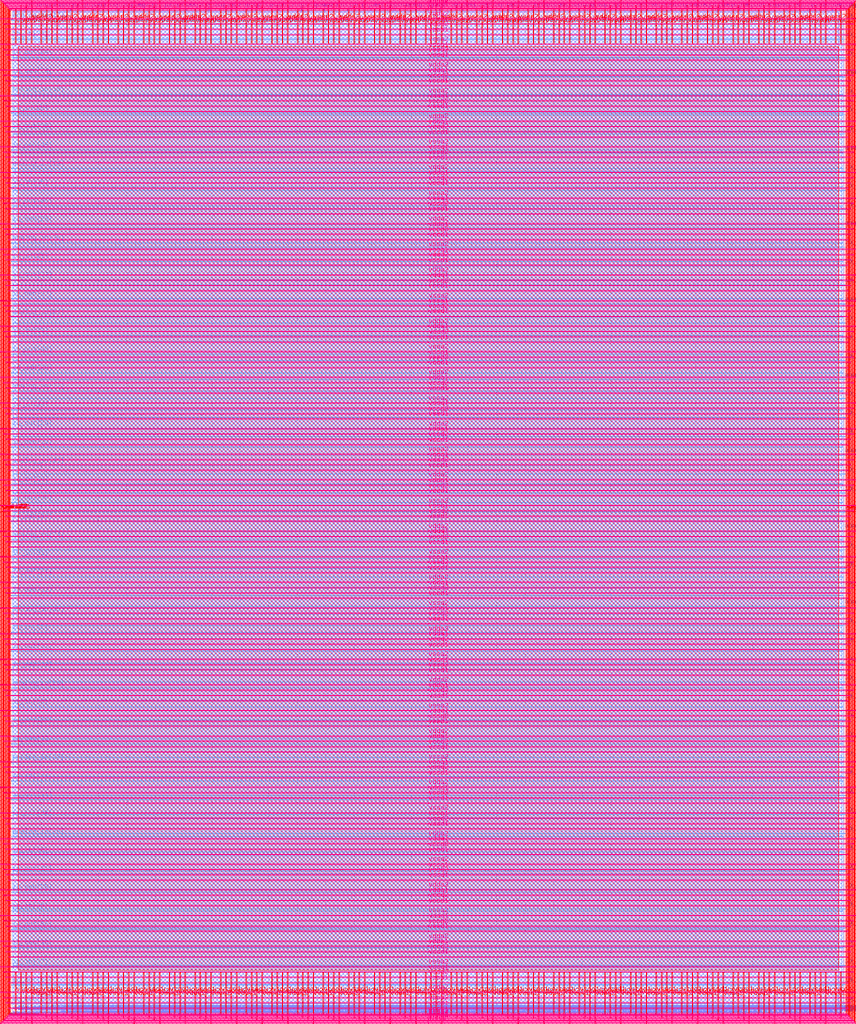
<source format=lef>
VERSION 5.7 ;
  NOWIREEXTENSIONATPIN ON ;
  DIVIDERCHAR "/" ;
  BUSBITCHARS "[]" ;
MACRO user_project_wrapper
  CLASS BLOCK ;
  FOREIGN user_project_wrapper ;
  ORIGIN 0.000 0.000 ;
  SIZE 2920.000 BY 3520.000 ;
  PIN analog_io[0]
    DIRECTION INOUT ;
    USE SIGNAL ;
    PORT
      LAYER met3 ;
        RECT 2917.600 1426.380 2924.800 1427.580 ;
    END
  END analog_io[0]
  PIN analog_io[10]
    DIRECTION INOUT ;
    USE SIGNAL ;
    PORT
      LAYER met2 ;
        RECT 2230.490 3517.600 2231.050 3524.800 ;
    END
  END analog_io[10]
  PIN analog_io[11]
    DIRECTION INOUT ;
    USE SIGNAL ;
    PORT
      LAYER met2 ;
        RECT 1905.730 3517.600 1906.290 3524.800 ;
    END
  END analog_io[11]
  PIN analog_io[12]
    DIRECTION INOUT ;
    USE SIGNAL ;
    PORT
      LAYER met2 ;
        RECT 1581.430 3517.600 1581.990 3524.800 ;
    END
  END analog_io[12]
  PIN analog_io[13]
    DIRECTION INOUT ;
    USE SIGNAL ;
    PORT
      LAYER met2 ;
        RECT 1257.130 3517.600 1257.690 3524.800 ;
    END
  END analog_io[13]
  PIN analog_io[14]
    DIRECTION INOUT ;
    USE SIGNAL ;
    PORT
      LAYER met2 ;
        RECT 932.370 3517.600 932.930 3524.800 ;
    END
  END analog_io[14]
  PIN analog_io[15]
    DIRECTION INOUT ;
    USE SIGNAL ;
    PORT
      LAYER met2 ;
        RECT 608.070 3517.600 608.630 3524.800 ;
    END
  END analog_io[15]
  PIN analog_io[16]
    DIRECTION INOUT ;
    USE SIGNAL ;
    PORT
      LAYER met2 ;
        RECT 283.770 3517.600 284.330 3524.800 ;
    END
  END analog_io[16]
  PIN analog_io[17]
    DIRECTION INOUT ;
    USE SIGNAL ;
    PORT
      LAYER met3 ;
        RECT -4.800 3486.100 2.400 3487.300 ;
    END
  END analog_io[17]
  PIN analog_io[18]
    DIRECTION INOUT ;
    USE SIGNAL ;
    PORT
      LAYER met3 ;
        RECT -4.800 3224.980 2.400 3226.180 ;
    END
  END analog_io[18]
  PIN analog_io[19]
    DIRECTION INOUT ;
    USE SIGNAL ;
    PORT
      LAYER met3 ;
        RECT -4.800 2964.540 2.400 2965.740 ;
    END
  END analog_io[19]
  PIN analog_io[1]
    DIRECTION INOUT ;
    USE SIGNAL ;
    PORT
      LAYER met3 ;
        RECT 2917.600 1692.260 2924.800 1693.460 ;
    END
  END analog_io[1]
  PIN analog_io[20]
    DIRECTION INOUT ;
    USE SIGNAL ;
    PORT
      LAYER met3 ;
        RECT -4.800 2703.420 2.400 2704.620 ;
    END
  END analog_io[20]
  PIN analog_io[21]
    DIRECTION INOUT ;
    USE SIGNAL ;
    PORT
      LAYER met3 ;
        RECT -4.800 2442.980 2.400 2444.180 ;
    END
  END analog_io[21]
  PIN analog_io[22]
    DIRECTION INOUT ;
    USE SIGNAL ;
    PORT
      LAYER met3 ;
        RECT -4.800 2182.540 2.400 2183.740 ;
    END
  END analog_io[22]
  PIN analog_io[23]
    DIRECTION INOUT ;
    USE SIGNAL ;
    PORT
      LAYER met3 ;
        RECT -4.800 1921.420 2.400 1922.620 ;
    END
  END analog_io[23]
  PIN analog_io[24]
    DIRECTION INOUT ;
    USE SIGNAL ;
    PORT
      LAYER met3 ;
        RECT -4.800 1660.980 2.400 1662.180 ;
    END
  END analog_io[24]
  PIN analog_io[25]
    DIRECTION INOUT ;
    USE SIGNAL ;
    PORT
      LAYER met3 ;
        RECT -4.800 1399.860 2.400 1401.060 ;
    END
  END analog_io[25]
  PIN analog_io[26]
    DIRECTION INOUT ;
    USE SIGNAL ;
    PORT
      LAYER met3 ;
        RECT -4.800 1139.420 2.400 1140.620 ;
    END
  END analog_io[26]
  PIN analog_io[27]
    DIRECTION INOUT ;
    USE SIGNAL ;
    PORT
      LAYER met3 ;
        RECT -4.800 878.980 2.400 880.180 ;
    END
  END analog_io[27]
  PIN analog_io[28]
    DIRECTION INOUT ;
    USE SIGNAL ;
    PORT
      LAYER met3 ;
        RECT -4.800 617.860 2.400 619.060 ;
    END
  END analog_io[28]
  PIN analog_io[2]
    DIRECTION INOUT ;
    USE SIGNAL ;
    PORT
      LAYER met3 ;
        RECT 2917.600 1958.140 2924.800 1959.340 ;
    END
  END analog_io[2]
  PIN analog_io[3]
    DIRECTION INOUT ;
    USE SIGNAL ;
    PORT
      LAYER met3 ;
        RECT 2917.600 2223.340 2924.800 2224.540 ;
    END
  END analog_io[3]
  PIN analog_io[4]
    DIRECTION INOUT ;
    USE SIGNAL ;
    PORT
      LAYER met3 ;
        RECT 2917.600 2489.220 2924.800 2490.420 ;
    END
  END analog_io[4]
  PIN analog_io[5]
    DIRECTION INOUT ;
    USE SIGNAL ;
    PORT
      LAYER met3 ;
        RECT 2917.600 2755.100 2924.800 2756.300 ;
    END
  END analog_io[5]
  PIN analog_io[6]
    DIRECTION INOUT ;
    USE SIGNAL ;
    PORT
      LAYER met3 ;
        RECT 2917.600 3020.300 2924.800 3021.500 ;
    END
  END analog_io[6]
  PIN analog_io[7]
    DIRECTION INOUT ;
    USE SIGNAL ;
    PORT
      LAYER met3 ;
        RECT 2917.600 3286.180 2924.800 3287.380 ;
    END
  END analog_io[7]
  PIN analog_io[8]
    DIRECTION INOUT ;
    USE SIGNAL ;
    PORT
      LAYER met2 ;
        RECT 2879.090 3517.600 2879.650 3524.800 ;
    END
  END analog_io[8]
  PIN analog_io[9]
    DIRECTION INOUT ;
    USE SIGNAL ;
    PORT
      LAYER met2 ;
        RECT 2554.790 3517.600 2555.350 3524.800 ;
    END
  END analog_io[9]
  PIN io_in[0]
    DIRECTION INPUT ;
    USE SIGNAL ;
    PORT
      LAYER met3 ;
        RECT 2917.600 32.380 2924.800 33.580 ;
    END
  END io_in[0]
  PIN io_in[10]
    DIRECTION INPUT ;
    USE SIGNAL ;
    PORT
      LAYER met3 ;
        RECT 2917.600 2289.980 2924.800 2291.180 ;
    END
  END io_in[10]
  PIN io_in[11]
    DIRECTION INPUT ;
    USE SIGNAL ;
    PORT
      LAYER met3 ;
        RECT 2917.600 2555.860 2924.800 2557.060 ;
    END
  END io_in[11]
  PIN io_in[12]
    DIRECTION INPUT ;
    USE SIGNAL ;
    PORT
      LAYER met3 ;
        RECT 2917.600 2821.060 2924.800 2822.260 ;
    END
  END io_in[12]
  PIN io_in[13]
    DIRECTION INPUT ;
    USE SIGNAL ;
    PORT
      LAYER met3 ;
        RECT 2917.600 3086.940 2924.800 3088.140 ;
    END
  END io_in[13]
  PIN io_in[14]
    DIRECTION INPUT ;
    USE SIGNAL ;
    PORT
      LAYER met3 ;
        RECT 2917.600 3352.820 2924.800 3354.020 ;
    END
  END io_in[14]
  PIN io_in[15]
    DIRECTION INPUT ;
    USE SIGNAL ;
    PORT
      LAYER met2 ;
        RECT 2798.130 3517.600 2798.690 3524.800 ;
    END
  END io_in[15]
  PIN io_in[16]
    DIRECTION INPUT ;
    USE SIGNAL ;
    PORT
      LAYER met2 ;
        RECT 2473.830 3517.600 2474.390 3524.800 ;
    END
  END io_in[16]
  PIN io_in[17]
    DIRECTION INPUT ;
    USE SIGNAL ;
    PORT
      LAYER met2 ;
        RECT 2149.070 3517.600 2149.630 3524.800 ;
    END
  END io_in[17]
  PIN io_in[18]
    DIRECTION INPUT ;
    USE SIGNAL ;
    PORT
      LAYER met2 ;
        RECT 1824.770 3517.600 1825.330 3524.800 ;
    END
  END io_in[18]
  PIN io_in[19]
    DIRECTION INPUT ;
    USE SIGNAL ;
    PORT
      LAYER met2 ;
        RECT 1500.470 3517.600 1501.030 3524.800 ;
    END
  END io_in[19]
  PIN io_in[1]
    DIRECTION INPUT ;
    USE SIGNAL ;
    PORT
      LAYER met3 ;
        RECT 2917.600 230.940 2924.800 232.140 ;
    END
  END io_in[1]
  PIN io_in[20]
    DIRECTION INPUT ;
    USE SIGNAL ;
    PORT
      LAYER met2 ;
        RECT 1175.710 3517.600 1176.270 3524.800 ;
    END
  END io_in[20]
  PIN io_in[21]
    DIRECTION INPUT ;
    USE SIGNAL ;
    PORT
      LAYER met2 ;
        RECT 851.410 3517.600 851.970 3524.800 ;
    END
  END io_in[21]
  PIN io_in[22]
    DIRECTION INPUT ;
    USE SIGNAL ;
    PORT
      LAYER met2 ;
        RECT 527.110 3517.600 527.670 3524.800 ;
    END
  END io_in[22]
  PIN io_in[23]
    DIRECTION INPUT ;
    USE SIGNAL ;
    PORT
      LAYER met2 ;
        RECT 202.350 3517.600 202.910 3524.800 ;
    END
  END io_in[23]
  PIN io_in[24]
    DIRECTION INPUT ;
    USE SIGNAL ;
    PORT
      LAYER met3 ;
        RECT -4.800 3420.820 2.400 3422.020 ;
    END
  END io_in[24]
  PIN io_in[25]
    DIRECTION INPUT ;
    USE SIGNAL ;
    PORT
      LAYER met3 ;
        RECT -4.800 3159.700 2.400 3160.900 ;
    END
  END io_in[25]
  PIN io_in[26]
    DIRECTION INPUT ;
    USE SIGNAL ;
    PORT
      LAYER met3 ;
        RECT -4.800 2899.260 2.400 2900.460 ;
    END
  END io_in[26]
  PIN io_in[27]
    DIRECTION INPUT ;
    USE SIGNAL ;
    PORT
      LAYER met3 ;
        RECT -4.800 2638.820 2.400 2640.020 ;
    END
  END io_in[27]
  PIN io_in[28]
    DIRECTION INPUT ;
    USE SIGNAL ;
    PORT
      LAYER met3 ;
        RECT -4.800 2377.700 2.400 2378.900 ;
    END
  END io_in[28]
  PIN io_in[29]
    DIRECTION INPUT ;
    USE SIGNAL ;
    PORT
      LAYER met3 ;
        RECT -4.800 2117.260 2.400 2118.460 ;
    END
  END io_in[29]
  PIN io_in[2]
    DIRECTION INPUT ;
    USE SIGNAL ;
    PORT
      LAYER met3 ;
        RECT 2917.600 430.180 2924.800 431.380 ;
    END
  END io_in[2]
  PIN io_in[30]
    DIRECTION INPUT ;
    USE SIGNAL ;
    PORT
      LAYER met3 ;
        RECT -4.800 1856.140 2.400 1857.340 ;
    END
  END io_in[30]
  PIN io_in[31]
    DIRECTION INPUT ;
    USE SIGNAL ;
    PORT
      LAYER met3 ;
        RECT -4.800 1595.700 2.400 1596.900 ;
    END
  END io_in[31]
  PIN io_in[32]
    DIRECTION INPUT ;
    USE SIGNAL ;
    PORT
      LAYER met3 ;
        RECT -4.800 1335.260 2.400 1336.460 ;
    END
  END io_in[32]
  PIN io_in[33]
    DIRECTION INPUT ;
    USE SIGNAL ;
    PORT
      LAYER met3 ;
        RECT -4.800 1074.140 2.400 1075.340 ;
    END
  END io_in[33]
  PIN io_in[34]
    DIRECTION INPUT ;
    USE SIGNAL ;
    PORT
      LAYER met3 ;
        RECT -4.800 813.700 2.400 814.900 ;
    END
  END io_in[34]
  PIN io_in[35]
    DIRECTION INPUT ;
    USE SIGNAL ;
    PORT
      LAYER met3 ;
        RECT -4.800 552.580 2.400 553.780 ;
    END
  END io_in[35]
  PIN io_in[36]
    DIRECTION INPUT ;
    USE SIGNAL ;
    PORT
      LAYER met3 ;
        RECT -4.800 357.420 2.400 358.620 ;
    END
  END io_in[36]
  PIN io_in[37]
    DIRECTION INPUT ;
    USE SIGNAL ;
    PORT
      LAYER met3 ;
        RECT -4.800 161.580 2.400 162.780 ;
    END
  END io_in[37]
  PIN io_in[3]
    DIRECTION INPUT ;
    USE SIGNAL ;
    PORT
      LAYER met3 ;
        RECT 2917.600 629.420 2924.800 630.620 ;
    END
  END io_in[3]
  PIN io_in[4]
    DIRECTION INPUT ;
    USE SIGNAL ;
    PORT
      LAYER met3 ;
        RECT 2917.600 828.660 2924.800 829.860 ;
    END
  END io_in[4]
  PIN io_in[5]
    DIRECTION INPUT ;
    USE SIGNAL ;
    PORT
      LAYER met3 ;
        RECT 2917.600 1027.900 2924.800 1029.100 ;
    END
  END io_in[5]
  PIN io_in[6]
    DIRECTION INPUT ;
    USE SIGNAL ;
    PORT
      LAYER met3 ;
        RECT 2917.600 1227.140 2924.800 1228.340 ;
    END
  END io_in[6]
  PIN io_in[7]
    DIRECTION INPUT ;
    USE SIGNAL ;
    PORT
      LAYER met3 ;
        RECT 2917.600 1493.020 2924.800 1494.220 ;
    END
  END io_in[7]
  PIN io_in[8]
    DIRECTION INPUT ;
    USE SIGNAL ;
    PORT
      LAYER met3 ;
        RECT 2917.600 1758.900 2924.800 1760.100 ;
    END
  END io_in[8]
  PIN io_in[9]
    DIRECTION INPUT ;
    USE SIGNAL ;
    PORT
      LAYER met3 ;
        RECT 2917.600 2024.100 2924.800 2025.300 ;
    END
  END io_in[9]
  PIN io_oeb[0]
    DIRECTION OUTPUT TRISTATE ;
    USE SIGNAL ;
    PORT
      LAYER met3 ;
        RECT 2917.600 164.980 2924.800 166.180 ;
    END
  END io_oeb[0]
  PIN io_oeb[10]
    DIRECTION OUTPUT TRISTATE ;
    USE SIGNAL ;
    PORT
      LAYER met3 ;
        RECT 2917.600 2422.580 2924.800 2423.780 ;
    END
  END io_oeb[10]
  PIN io_oeb[11]
    DIRECTION OUTPUT TRISTATE ;
    USE SIGNAL ;
    PORT
      LAYER met3 ;
        RECT 2917.600 2688.460 2924.800 2689.660 ;
    END
  END io_oeb[11]
  PIN io_oeb[12]
    DIRECTION OUTPUT TRISTATE ;
    USE SIGNAL ;
    PORT
      LAYER met3 ;
        RECT 2917.600 2954.340 2924.800 2955.540 ;
    END
  END io_oeb[12]
  PIN io_oeb[13]
    DIRECTION OUTPUT TRISTATE ;
    USE SIGNAL ;
    PORT
      LAYER met3 ;
        RECT 2917.600 3219.540 2924.800 3220.740 ;
    END
  END io_oeb[13]
  PIN io_oeb[14]
    DIRECTION OUTPUT TRISTATE ;
    USE SIGNAL ;
    PORT
      LAYER met3 ;
        RECT 2917.600 3485.420 2924.800 3486.620 ;
    END
  END io_oeb[14]
  PIN io_oeb[15]
    DIRECTION OUTPUT TRISTATE ;
    USE SIGNAL ;
    PORT
      LAYER met2 ;
        RECT 2635.750 3517.600 2636.310 3524.800 ;
    END
  END io_oeb[15]
  PIN io_oeb[16]
    DIRECTION OUTPUT TRISTATE ;
    USE SIGNAL ;
    PORT
      LAYER met2 ;
        RECT 2311.450 3517.600 2312.010 3524.800 ;
    END
  END io_oeb[16]
  PIN io_oeb[17]
    DIRECTION OUTPUT TRISTATE ;
    USE SIGNAL ;
    PORT
      LAYER met2 ;
        RECT 1987.150 3517.600 1987.710 3524.800 ;
    END
  END io_oeb[17]
  PIN io_oeb[18]
    DIRECTION OUTPUT TRISTATE ;
    USE SIGNAL ;
    PORT
      LAYER met2 ;
        RECT 1662.390 3517.600 1662.950 3524.800 ;
    END
  END io_oeb[18]
  PIN io_oeb[19]
    DIRECTION OUTPUT TRISTATE ;
    USE SIGNAL ;
    PORT
      LAYER met2 ;
        RECT 1338.090 3517.600 1338.650 3524.800 ;
    END
  END io_oeb[19]
  PIN io_oeb[1]
    DIRECTION OUTPUT TRISTATE ;
    USE SIGNAL ;
    PORT
      LAYER met3 ;
        RECT 2917.600 364.220 2924.800 365.420 ;
    END
  END io_oeb[1]
  PIN io_oeb[20]
    DIRECTION OUTPUT TRISTATE ;
    USE SIGNAL ;
    PORT
      LAYER met2 ;
        RECT 1013.790 3517.600 1014.350 3524.800 ;
    END
  END io_oeb[20]
  PIN io_oeb[21]
    DIRECTION OUTPUT TRISTATE ;
    USE SIGNAL ;
    PORT
      LAYER met2 ;
        RECT 689.030 3517.600 689.590 3524.800 ;
    END
  END io_oeb[21]
  PIN io_oeb[22]
    DIRECTION OUTPUT TRISTATE ;
    USE SIGNAL ;
    PORT
      LAYER met2 ;
        RECT 364.730 3517.600 365.290 3524.800 ;
    END
  END io_oeb[22]
  PIN io_oeb[23]
    DIRECTION OUTPUT TRISTATE ;
    USE SIGNAL ;
    PORT
      LAYER met2 ;
        RECT 40.430 3517.600 40.990 3524.800 ;
    END
  END io_oeb[23]
  PIN io_oeb[24]
    DIRECTION OUTPUT TRISTATE ;
    USE SIGNAL ;
    PORT
      LAYER met3 ;
        RECT -4.800 3290.260 2.400 3291.460 ;
    END
  END io_oeb[24]
  PIN io_oeb[25]
    DIRECTION OUTPUT TRISTATE ;
    USE SIGNAL ;
    PORT
      LAYER met3 ;
        RECT -4.800 3029.820 2.400 3031.020 ;
    END
  END io_oeb[25]
  PIN io_oeb[26]
    DIRECTION OUTPUT TRISTATE ;
    USE SIGNAL ;
    PORT
      LAYER met3 ;
        RECT -4.800 2768.700 2.400 2769.900 ;
    END
  END io_oeb[26]
  PIN io_oeb[27]
    DIRECTION OUTPUT TRISTATE ;
    USE SIGNAL ;
    PORT
      LAYER met3 ;
        RECT -4.800 2508.260 2.400 2509.460 ;
    END
  END io_oeb[27]
  PIN io_oeb[28]
    DIRECTION OUTPUT TRISTATE ;
    USE SIGNAL ;
    PORT
      LAYER met3 ;
        RECT -4.800 2247.140 2.400 2248.340 ;
    END
  END io_oeb[28]
  PIN io_oeb[29]
    DIRECTION OUTPUT TRISTATE ;
    USE SIGNAL ;
    PORT
      LAYER met3 ;
        RECT -4.800 1986.700 2.400 1987.900 ;
    END
  END io_oeb[29]
  PIN io_oeb[2]
    DIRECTION OUTPUT TRISTATE ;
    USE SIGNAL ;
    PORT
      LAYER met3 ;
        RECT 2917.600 563.460 2924.800 564.660 ;
    END
  END io_oeb[2]
  PIN io_oeb[30]
    DIRECTION OUTPUT TRISTATE ;
    USE SIGNAL ;
    PORT
      LAYER met3 ;
        RECT -4.800 1726.260 2.400 1727.460 ;
    END
  END io_oeb[30]
  PIN io_oeb[31]
    DIRECTION OUTPUT TRISTATE ;
    USE SIGNAL ;
    PORT
      LAYER met3 ;
        RECT -4.800 1465.140 2.400 1466.340 ;
    END
  END io_oeb[31]
  PIN io_oeb[32]
    DIRECTION OUTPUT TRISTATE ;
    USE SIGNAL ;
    PORT
      LAYER met3 ;
        RECT -4.800 1204.700 2.400 1205.900 ;
    END
  END io_oeb[32]
  PIN io_oeb[33]
    DIRECTION OUTPUT TRISTATE ;
    USE SIGNAL ;
    PORT
      LAYER met3 ;
        RECT -4.800 943.580 2.400 944.780 ;
    END
  END io_oeb[33]
  PIN io_oeb[34]
    DIRECTION OUTPUT TRISTATE ;
    USE SIGNAL ;
    PORT
      LAYER met3 ;
        RECT -4.800 683.140 2.400 684.340 ;
    END
  END io_oeb[34]
  PIN io_oeb[35]
    DIRECTION OUTPUT TRISTATE ;
    USE SIGNAL ;
    PORT
      LAYER met3 ;
        RECT -4.800 422.700 2.400 423.900 ;
    END
  END io_oeb[35]
  PIN io_oeb[36]
    DIRECTION OUTPUT TRISTATE ;
    USE SIGNAL ;
    PORT
      LAYER met3 ;
        RECT -4.800 226.860 2.400 228.060 ;
    END
  END io_oeb[36]
  PIN io_oeb[37]
    DIRECTION OUTPUT TRISTATE ;
    USE SIGNAL ;
    PORT
      LAYER met3 ;
        RECT -4.800 31.700 2.400 32.900 ;
    END
  END io_oeb[37]
  PIN io_oeb[3]
    DIRECTION OUTPUT TRISTATE ;
    USE SIGNAL ;
    PORT
      LAYER met3 ;
        RECT 2917.600 762.700 2924.800 763.900 ;
    END
  END io_oeb[3]
  PIN io_oeb[4]
    DIRECTION OUTPUT TRISTATE ;
    USE SIGNAL ;
    PORT
      LAYER met3 ;
        RECT 2917.600 961.940 2924.800 963.140 ;
    END
  END io_oeb[4]
  PIN io_oeb[5]
    DIRECTION OUTPUT TRISTATE ;
    USE SIGNAL ;
    PORT
      LAYER met3 ;
        RECT 2917.600 1161.180 2924.800 1162.380 ;
    END
  END io_oeb[5]
  PIN io_oeb[6]
    DIRECTION OUTPUT TRISTATE ;
    USE SIGNAL ;
    PORT
      LAYER met3 ;
        RECT 2917.600 1360.420 2924.800 1361.620 ;
    END
  END io_oeb[6]
  PIN io_oeb[7]
    DIRECTION OUTPUT TRISTATE ;
    USE SIGNAL ;
    PORT
      LAYER met3 ;
        RECT 2917.600 1625.620 2924.800 1626.820 ;
    END
  END io_oeb[7]
  PIN io_oeb[8]
    DIRECTION OUTPUT TRISTATE ;
    USE SIGNAL ;
    PORT
      LAYER met3 ;
        RECT 2917.600 1891.500 2924.800 1892.700 ;
    END
  END io_oeb[8]
  PIN io_oeb[9]
    DIRECTION OUTPUT TRISTATE ;
    USE SIGNAL ;
    PORT
      LAYER met3 ;
        RECT 2917.600 2157.380 2924.800 2158.580 ;
    END
  END io_oeb[9]
  PIN io_out[0]
    DIRECTION OUTPUT TRISTATE ;
    USE SIGNAL ;
    PORT
      LAYER met3 ;
        RECT 2917.600 98.340 2924.800 99.540 ;
    END
  END io_out[0]
  PIN io_out[10]
    DIRECTION OUTPUT TRISTATE ;
    USE SIGNAL ;
    PORT
      LAYER met3 ;
        RECT 2917.600 2356.620 2924.800 2357.820 ;
    END
  END io_out[10]
  PIN io_out[11]
    DIRECTION OUTPUT TRISTATE ;
    USE SIGNAL ;
    PORT
      LAYER met3 ;
        RECT 2917.600 2621.820 2924.800 2623.020 ;
    END
  END io_out[11]
  PIN io_out[12]
    DIRECTION OUTPUT TRISTATE ;
    USE SIGNAL ;
    PORT
      LAYER met3 ;
        RECT 2917.600 2887.700 2924.800 2888.900 ;
    END
  END io_out[12]
  PIN io_out[13]
    DIRECTION OUTPUT TRISTATE ;
    USE SIGNAL ;
    PORT
      LAYER met3 ;
        RECT 2917.600 3153.580 2924.800 3154.780 ;
    END
  END io_out[13]
  PIN io_out[14]
    DIRECTION OUTPUT TRISTATE ;
    USE SIGNAL ;
    PORT
      LAYER met3 ;
        RECT 2917.600 3418.780 2924.800 3419.980 ;
    END
  END io_out[14]
  PIN io_out[15]
    DIRECTION OUTPUT TRISTATE ;
    USE SIGNAL ;
    PORT
      LAYER met2 ;
        RECT 2717.170 3517.600 2717.730 3524.800 ;
    END
  END io_out[15]
  PIN io_out[16]
    DIRECTION OUTPUT TRISTATE ;
    USE SIGNAL ;
    PORT
      LAYER met2 ;
        RECT 2392.410 3517.600 2392.970 3524.800 ;
    END
  END io_out[16]
  PIN io_out[17]
    DIRECTION OUTPUT TRISTATE ;
    USE SIGNAL ;
    PORT
      LAYER met2 ;
        RECT 2068.110 3517.600 2068.670 3524.800 ;
    END
  END io_out[17]
  PIN io_out[18]
    DIRECTION OUTPUT TRISTATE ;
    USE SIGNAL ;
    PORT
      LAYER met2 ;
        RECT 1743.810 3517.600 1744.370 3524.800 ;
    END
  END io_out[18]
  PIN io_out[19]
    DIRECTION OUTPUT TRISTATE ;
    USE SIGNAL ;
    PORT
      LAYER met2 ;
        RECT 1419.050 3517.600 1419.610 3524.800 ;
    END
  END io_out[19]
  PIN io_out[1]
    DIRECTION OUTPUT TRISTATE ;
    USE SIGNAL ;
    PORT
      LAYER met3 ;
        RECT 2917.600 297.580 2924.800 298.780 ;
    END
  END io_out[1]
  PIN io_out[20]
    DIRECTION OUTPUT TRISTATE ;
    USE SIGNAL ;
    PORT
      LAYER met2 ;
        RECT 1094.750 3517.600 1095.310 3524.800 ;
    END
  END io_out[20]
  PIN io_out[21]
    DIRECTION OUTPUT TRISTATE ;
    USE SIGNAL ;
    PORT
      LAYER met2 ;
        RECT 770.450 3517.600 771.010 3524.800 ;
    END
  END io_out[21]
  PIN io_out[22]
    DIRECTION OUTPUT TRISTATE ;
    USE SIGNAL ;
    PORT
      LAYER met2 ;
        RECT 445.690 3517.600 446.250 3524.800 ;
    END
  END io_out[22]
  PIN io_out[23]
    DIRECTION OUTPUT TRISTATE ;
    USE SIGNAL ;
    PORT
      LAYER met2 ;
        RECT 121.390 3517.600 121.950 3524.800 ;
    END
  END io_out[23]
  PIN io_out[24]
    DIRECTION OUTPUT TRISTATE ;
    USE SIGNAL ;
    PORT
      LAYER met3 ;
        RECT -4.800 3355.540 2.400 3356.740 ;
    END
  END io_out[24]
  PIN io_out[25]
    DIRECTION OUTPUT TRISTATE ;
    USE SIGNAL ;
    PORT
      LAYER met3 ;
        RECT -4.800 3095.100 2.400 3096.300 ;
    END
  END io_out[25]
  PIN io_out[26]
    DIRECTION OUTPUT TRISTATE ;
    USE SIGNAL ;
    PORT
      LAYER met3 ;
        RECT -4.800 2833.980 2.400 2835.180 ;
    END
  END io_out[26]
  PIN io_out[27]
    DIRECTION OUTPUT TRISTATE ;
    USE SIGNAL ;
    PORT
      LAYER met3 ;
        RECT -4.800 2573.540 2.400 2574.740 ;
    END
  END io_out[27]
  PIN io_out[28]
    DIRECTION OUTPUT TRISTATE ;
    USE SIGNAL ;
    PORT
      LAYER met3 ;
        RECT -4.800 2312.420 2.400 2313.620 ;
    END
  END io_out[28]
  PIN io_out[29]
    DIRECTION OUTPUT TRISTATE ;
    USE SIGNAL ;
    PORT
      LAYER met3 ;
        RECT -4.800 2051.980 2.400 2053.180 ;
    END
  END io_out[29]
  PIN io_out[2]
    DIRECTION OUTPUT TRISTATE ;
    USE SIGNAL ;
    PORT
      LAYER met3 ;
        RECT 2917.600 496.820 2924.800 498.020 ;
    END
  END io_out[2]
  PIN io_out[30]
    DIRECTION OUTPUT TRISTATE ;
    USE SIGNAL ;
    PORT
      LAYER met3 ;
        RECT -4.800 1791.540 2.400 1792.740 ;
    END
  END io_out[30]
  PIN io_out[31]
    DIRECTION OUTPUT TRISTATE ;
    USE SIGNAL ;
    PORT
      LAYER met3 ;
        RECT -4.800 1530.420 2.400 1531.620 ;
    END
  END io_out[31]
  PIN io_out[32]
    DIRECTION OUTPUT TRISTATE ;
    USE SIGNAL ;
    PORT
      LAYER met3 ;
        RECT -4.800 1269.980 2.400 1271.180 ;
    END
  END io_out[32]
  PIN io_out[33]
    DIRECTION OUTPUT TRISTATE ;
    USE SIGNAL ;
    PORT
      LAYER met3 ;
        RECT -4.800 1008.860 2.400 1010.060 ;
    END
  END io_out[33]
  PIN io_out[34]
    DIRECTION OUTPUT TRISTATE ;
    USE SIGNAL ;
    PORT
      LAYER met3 ;
        RECT -4.800 748.420 2.400 749.620 ;
    END
  END io_out[34]
  PIN io_out[35]
    DIRECTION OUTPUT TRISTATE ;
    USE SIGNAL ;
    PORT
      LAYER met3 ;
        RECT -4.800 487.300 2.400 488.500 ;
    END
  END io_out[35]
  PIN io_out[36]
    DIRECTION OUTPUT TRISTATE ;
    USE SIGNAL ;
    PORT
      LAYER met3 ;
        RECT -4.800 292.140 2.400 293.340 ;
    END
  END io_out[36]
  PIN io_out[37]
    DIRECTION OUTPUT TRISTATE ;
    USE SIGNAL ;
    PORT
      LAYER met3 ;
        RECT -4.800 96.300 2.400 97.500 ;
    END
  END io_out[37]
  PIN io_out[3]
    DIRECTION OUTPUT TRISTATE ;
    USE SIGNAL ;
    PORT
      LAYER met3 ;
        RECT 2917.600 696.060 2924.800 697.260 ;
    END
  END io_out[3]
  PIN io_out[4]
    DIRECTION OUTPUT TRISTATE ;
    USE SIGNAL ;
    PORT
      LAYER met3 ;
        RECT 2917.600 895.300 2924.800 896.500 ;
    END
  END io_out[4]
  PIN io_out[5]
    DIRECTION OUTPUT TRISTATE ;
    USE SIGNAL ;
    PORT
      LAYER met3 ;
        RECT 2917.600 1094.540 2924.800 1095.740 ;
    END
  END io_out[5]
  PIN io_out[6]
    DIRECTION OUTPUT TRISTATE ;
    USE SIGNAL ;
    PORT
      LAYER met3 ;
        RECT 2917.600 1293.780 2924.800 1294.980 ;
    END
  END io_out[6]
  PIN io_out[7]
    DIRECTION OUTPUT TRISTATE ;
    USE SIGNAL ;
    PORT
      LAYER met3 ;
        RECT 2917.600 1559.660 2924.800 1560.860 ;
    END
  END io_out[7]
  PIN io_out[8]
    DIRECTION OUTPUT TRISTATE ;
    USE SIGNAL ;
    PORT
      LAYER met3 ;
        RECT 2917.600 1824.860 2924.800 1826.060 ;
    END
  END io_out[8]
  PIN io_out[9]
    DIRECTION OUTPUT TRISTATE ;
    USE SIGNAL ;
    PORT
      LAYER met3 ;
        RECT 2917.600 2090.740 2924.800 2091.940 ;
    END
  END io_out[9]
  PIN la_data_in[0]
    DIRECTION INPUT ;
    USE SIGNAL ;
    PORT
      LAYER met2 ;
        RECT 629.230 -4.800 629.790 2.400 ;
    END
  END la_data_in[0]
  PIN la_data_in[100]
    DIRECTION INPUT ;
    USE SIGNAL ;
    PORT
      LAYER met2 ;
        RECT 2402.530 -4.800 2403.090 2.400 ;
    END
  END la_data_in[100]
  PIN la_data_in[101]
    DIRECTION INPUT ;
    USE SIGNAL ;
    PORT
      LAYER met2 ;
        RECT 2420.010 -4.800 2420.570 2.400 ;
    END
  END la_data_in[101]
  PIN la_data_in[102]
    DIRECTION INPUT ;
    USE SIGNAL ;
    PORT
      LAYER met2 ;
        RECT 2437.950 -4.800 2438.510 2.400 ;
    END
  END la_data_in[102]
  PIN la_data_in[103]
    DIRECTION INPUT ;
    USE SIGNAL ;
    PORT
      LAYER met2 ;
        RECT 2455.430 -4.800 2455.990 2.400 ;
    END
  END la_data_in[103]
  PIN la_data_in[104]
    DIRECTION INPUT ;
    USE SIGNAL ;
    PORT
      LAYER met2 ;
        RECT 2473.370 -4.800 2473.930 2.400 ;
    END
  END la_data_in[104]
  PIN la_data_in[105]
    DIRECTION INPUT ;
    USE SIGNAL ;
    PORT
      LAYER met2 ;
        RECT 2490.850 -4.800 2491.410 2.400 ;
    END
  END la_data_in[105]
  PIN la_data_in[106]
    DIRECTION INPUT ;
    USE SIGNAL ;
    PORT
      LAYER met2 ;
        RECT 2508.790 -4.800 2509.350 2.400 ;
    END
  END la_data_in[106]
  PIN la_data_in[107]
    DIRECTION INPUT ;
    USE SIGNAL ;
    PORT
      LAYER met2 ;
        RECT 2526.730 -4.800 2527.290 2.400 ;
    END
  END la_data_in[107]
  PIN la_data_in[108]
    DIRECTION INPUT ;
    USE SIGNAL ;
    PORT
      LAYER met2 ;
        RECT 2544.210 -4.800 2544.770 2.400 ;
    END
  END la_data_in[108]
  PIN la_data_in[109]
    DIRECTION INPUT ;
    USE SIGNAL ;
    PORT
      LAYER met2 ;
        RECT 2562.150 -4.800 2562.710 2.400 ;
    END
  END la_data_in[109]
  PIN la_data_in[10]
    DIRECTION INPUT ;
    USE SIGNAL ;
    PORT
      LAYER met2 ;
        RECT 806.330 -4.800 806.890 2.400 ;
    END
  END la_data_in[10]
  PIN la_data_in[110]
    DIRECTION INPUT ;
    USE SIGNAL ;
    PORT
      LAYER met2 ;
        RECT 2579.630 -4.800 2580.190 2.400 ;
    END
  END la_data_in[110]
  PIN la_data_in[111]
    DIRECTION INPUT ;
    USE SIGNAL ;
    PORT
      LAYER met2 ;
        RECT 2597.570 -4.800 2598.130 2.400 ;
    END
  END la_data_in[111]
  PIN la_data_in[112]
    DIRECTION INPUT ;
    USE SIGNAL ;
    PORT
      LAYER met2 ;
        RECT 2615.050 -4.800 2615.610 2.400 ;
    END
  END la_data_in[112]
  PIN la_data_in[113]
    DIRECTION INPUT ;
    USE SIGNAL ;
    PORT
      LAYER met2 ;
        RECT 2632.990 -4.800 2633.550 2.400 ;
    END
  END la_data_in[113]
  PIN la_data_in[114]
    DIRECTION INPUT ;
    USE SIGNAL ;
    PORT
      LAYER met2 ;
        RECT 2650.470 -4.800 2651.030 2.400 ;
    END
  END la_data_in[114]
  PIN la_data_in[115]
    DIRECTION INPUT ;
    USE SIGNAL ;
    PORT
      LAYER met2 ;
        RECT 2668.410 -4.800 2668.970 2.400 ;
    END
  END la_data_in[115]
  PIN la_data_in[116]
    DIRECTION INPUT ;
    USE SIGNAL ;
    PORT
      LAYER met2 ;
        RECT 2685.890 -4.800 2686.450 2.400 ;
    END
  END la_data_in[116]
  PIN la_data_in[117]
    DIRECTION INPUT ;
    USE SIGNAL ;
    PORT
      LAYER met2 ;
        RECT 2703.830 -4.800 2704.390 2.400 ;
    END
  END la_data_in[117]
  PIN la_data_in[118]
    DIRECTION INPUT ;
    USE SIGNAL ;
    PORT
      LAYER met2 ;
        RECT 2721.770 -4.800 2722.330 2.400 ;
    END
  END la_data_in[118]
  PIN la_data_in[119]
    DIRECTION INPUT ;
    USE SIGNAL ;
    PORT
      LAYER met2 ;
        RECT 2739.250 -4.800 2739.810 2.400 ;
    END
  END la_data_in[119]
  PIN la_data_in[11]
    DIRECTION INPUT ;
    USE SIGNAL ;
    PORT
      LAYER met2 ;
        RECT 824.270 -4.800 824.830 2.400 ;
    END
  END la_data_in[11]
  PIN la_data_in[120]
    DIRECTION INPUT ;
    USE SIGNAL ;
    PORT
      LAYER met2 ;
        RECT 2757.190 -4.800 2757.750 2.400 ;
    END
  END la_data_in[120]
  PIN la_data_in[121]
    DIRECTION INPUT ;
    USE SIGNAL ;
    PORT
      LAYER met2 ;
        RECT 2774.670 -4.800 2775.230 2.400 ;
    END
  END la_data_in[121]
  PIN la_data_in[122]
    DIRECTION INPUT ;
    USE SIGNAL ;
    PORT
      LAYER met2 ;
        RECT 2792.610 -4.800 2793.170 2.400 ;
    END
  END la_data_in[122]
  PIN la_data_in[123]
    DIRECTION INPUT ;
    USE SIGNAL ;
    PORT
      LAYER met2 ;
        RECT 2810.090 -4.800 2810.650 2.400 ;
    END
  END la_data_in[123]
  PIN la_data_in[124]
    DIRECTION INPUT ;
    USE SIGNAL ;
    PORT
      LAYER met2 ;
        RECT 2828.030 -4.800 2828.590 2.400 ;
    END
  END la_data_in[124]
  PIN la_data_in[125]
    DIRECTION INPUT ;
    USE SIGNAL ;
    PORT
      LAYER met2 ;
        RECT 2845.510 -4.800 2846.070 2.400 ;
    END
  END la_data_in[125]
  PIN la_data_in[126]
    DIRECTION INPUT ;
    USE SIGNAL ;
    PORT
      LAYER met2 ;
        RECT 2863.450 -4.800 2864.010 2.400 ;
    END
  END la_data_in[126]
  PIN la_data_in[127]
    DIRECTION INPUT ;
    USE SIGNAL ;
    PORT
      LAYER met2 ;
        RECT 2881.390 -4.800 2881.950 2.400 ;
    END
  END la_data_in[127]
  PIN la_data_in[12]
    DIRECTION INPUT ;
    USE SIGNAL ;
    PORT
      LAYER met2 ;
        RECT 841.750 -4.800 842.310 2.400 ;
    END
  END la_data_in[12]
  PIN la_data_in[13]
    DIRECTION INPUT ;
    USE SIGNAL ;
    PORT
      LAYER met2 ;
        RECT 859.690 -4.800 860.250 2.400 ;
    END
  END la_data_in[13]
  PIN la_data_in[14]
    DIRECTION INPUT ;
    USE SIGNAL ;
    PORT
      LAYER met2 ;
        RECT 877.170 -4.800 877.730 2.400 ;
    END
  END la_data_in[14]
  PIN la_data_in[15]
    DIRECTION INPUT ;
    USE SIGNAL ;
    PORT
      LAYER met2 ;
        RECT 895.110 -4.800 895.670 2.400 ;
    END
  END la_data_in[15]
  PIN la_data_in[16]
    DIRECTION INPUT ;
    USE SIGNAL ;
    PORT
      LAYER met2 ;
        RECT 912.590 -4.800 913.150 2.400 ;
    END
  END la_data_in[16]
  PIN la_data_in[17]
    DIRECTION INPUT ;
    USE SIGNAL ;
    PORT
      LAYER met2 ;
        RECT 930.530 -4.800 931.090 2.400 ;
    END
  END la_data_in[17]
  PIN la_data_in[18]
    DIRECTION INPUT ;
    USE SIGNAL ;
    PORT
      LAYER met2 ;
        RECT 948.470 -4.800 949.030 2.400 ;
    END
  END la_data_in[18]
  PIN la_data_in[19]
    DIRECTION INPUT ;
    USE SIGNAL ;
    PORT
      LAYER met2 ;
        RECT 965.950 -4.800 966.510 2.400 ;
    END
  END la_data_in[19]
  PIN la_data_in[1]
    DIRECTION INPUT ;
    USE SIGNAL ;
    PORT
      LAYER met2 ;
        RECT 646.710 -4.800 647.270 2.400 ;
    END
  END la_data_in[1]
  PIN la_data_in[20]
    DIRECTION INPUT ;
    USE SIGNAL ;
    PORT
      LAYER met2 ;
        RECT 983.890 -4.800 984.450 2.400 ;
    END
  END la_data_in[20]
  PIN la_data_in[21]
    DIRECTION INPUT ;
    USE SIGNAL ;
    PORT
      LAYER met2 ;
        RECT 1001.370 -4.800 1001.930 2.400 ;
    END
  END la_data_in[21]
  PIN la_data_in[22]
    DIRECTION INPUT ;
    USE SIGNAL ;
    PORT
      LAYER met2 ;
        RECT 1019.310 -4.800 1019.870 2.400 ;
    END
  END la_data_in[22]
  PIN la_data_in[23]
    DIRECTION INPUT ;
    USE SIGNAL ;
    PORT
      LAYER met2 ;
        RECT 1036.790 -4.800 1037.350 2.400 ;
    END
  END la_data_in[23]
  PIN la_data_in[24]
    DIRECTION INPUT ;
    USE SIGNAL ;
    PORT
      LAYER met2 ;
        RECT 1054.730 -4.800 1055.290 2.400 ;
    END
  END la_data_in[24]
  PIN la_data_in[25]
    DIRECTION INPUT ;
    USE SIGNAL ;
    PORT
      LAYER met2 ;
        RECT 1072.210 -4.800 1072.770 2.400 ;
    END
  END la_data_in[25]
  PIN la_data_in[26]
    DIRECTION INPUT ;
    USE SIGNAL ;
    PORT
      LAYER met2 ;
        RECT 1090.150 -4.800 1090.710 2.400 ;
    END
  END la_data_in[26]
  PIN la_data_in[27]
    DIRECTION INPUT ;
    USE SIGNAL ;
    PORT
      LAYER met2 ;
        RECT 1107.630 -4.800 1108.190 2.400 ;
    END
  END la_data_in[27]
  PIN la_data_in[28]
    DIRECTION INPUT ;
    USE SIGNAL ;
    PORT
      LAYER met2 ;
        RECT 1125.570 -4.800 1126.130 2.400 ;
    END
  END la_data_in[28]
  PIN la_data_in[29]
    DIRECTION INPUT ;
    USE SIGNAL ;
    PORT
      LAYER met2 ;
        RECT 1143.510 -4.800 1144.070 2.400 ;
    END
  END la_data_in[29]
  PIN la_data_in[2]
    DIRECTION INPUT ;
    USE SIGNAL ;
    PORT
      LAYER met2 ;
        RECT 664.650 -4.800 665.210 2.400 ;
    END
  END la_data_in[2]
  PIN la_data_in[30]
    DIRECTION INPUT ;
    USE SIGNAL ;
    PORT
      LAYER met2 ;
        RECT 1160.990 -4.800 1161.550 2.400 ;
    END
  END la_data_in[30]
  PIN la_data_in[31]
    DIRECTION INPUT ;
    USE SIGNAL ;
    PORT
      LAYER met2 ;
        RECT 1178.930 -4.800 1179.490 2.400 ;
    END
  END la_data_in[31]
  PIN la_data_in[32]
    DIRECTION INPUT ;
    USE SIGNAL ;
    PORT
      LAYER met2 ;
        RECT 1196.410 -4.800 1196.970 2.400 ;
    END
  END la_data_in[32]
  PIN la_data_in[33]
    DIRECTION INPUT ;
    USE SIGNAL ;
    PORT
      LAYER met2 ;
        RECT 1214.350 -4.800 1214.910 2.400 ;
    END
  END la_data_in[33]
  PIN la_data_in[34]
    DIRECTION INPUT ;
    USE SIGNAL ;
    PORT
      LAYER met2 ;
        RECT 1231.830 -4.800 1232.390 2.400 ;
    END
  END la_data_in[34]
  PIN la_data_in[35]
    DIRECTION INPUT ;
    USE SIGNAL ;
    PORT
      LAYER met2 ;
        RECT 1249.770 -4.800 1250.330 2.400 ;
    END
  END la_data_in[35]
  PIN la_data_in[36]
    DIRECTION INPUT ;
    USE SIGNAL ;
    PORT
      LAYER met2 ;
        RECT 1267.250 -4.800 1267.810 2.400 ;
    END
  END la_data_in[36]
  PIN la_data_in[37]
    DIRECTION INPUT ;
    USE SIGNAL ;
    PORT
      LAYER met2 ;
        RECT 1285.190 -4.800 1285.750 2.400 ;
    END
  END la_data_in[37]
  PIN la_data_in[38]
    DIRECTION INPUT ;
    USE SIGNAL ;
    PORT
      LAYER met2 ;
        RECT 1303.130 -4.800 1303.690 2.400 ;
    END
  END la_data_in[38]
  PIN la_data_in[39]
    DIRECTION INPUT ;
    USE SIGNAL ;
    PORT
      LAYER met2 ;
        RECT 1320.610 -4.800 1321.170 2.400 ;
    END
  END la_data_in[39]
  PIN la_data_in[3]
    DIRECTION INPUT ;
    USE SIGNAL ;
    PORT
      LAYER met2 ;
        RECT 682.130 -4.800 682.690 2.400 ;
    END
  END la_data_in[3]
  PIN la_data_in[40]
    DIRECTION INPUT ;
    USE SIGNAL ;
    PORT
      LAYER met2 ;
        RECT 1338.550 -4.800 1339.110 2.400 ;
    END
  END la_data_in[40]
  PIN la_data_in[41]
    DIRECTION INPUT ;
    USE SIGNAL ;
    PORT
      LAYER met2 ;
        RECT 1356.030 -4.800 1356.590 2.400 ;
    END
  END la_data_in[41]
  PIN la_data_in[42]
    DIRECTION INPUT ;
    USE SIGNAL ;
    PORT
      LAYER met2 ;
        RECT 1373.970 -4.800 1374.530 2.400 ;
    END
  END la_data_in[42]
  PIN la_data_in[43]
    DIRECTION INPUT ;
    USE SIGNAL ;
    PORT
      LAYER met2 ;
        RECT 1391.450 -4.800 1392.010 2.400 ;
    END
  END la_data_in[43]
  PIN la_data_in[44]
    DIRECTION INPUT ;
    USE SIGNAL ;
    PORT
      LAYER met2 ;
        RECT 1409.390 -4.800 1409.950 2.400 ;
    END
  END la_data_in[44]
  PIN la_data_in[45]
    DIRECTION INPUT ;
    USE SIGNAL ;
    PORT
      LAYER met2 ;
        RECT 1426.870 -4.800 1427.430 2.400 ;
    END
  END la_data_in[45]
  PIN la_data_in[46]
    DIRECTION INPUT ;
    USE SIGNAL ;
    PORT
      LAYER met2 ;
        RECT 1444.810 -4.800 1445.370 2.400 ;
    END
  END la_data_in[46]
  PIN la_data_in[47]
    DIRECTION INPUT ;
    USE SIGNAL ;
    PORT
      LAYER met2 ;
        RECT 1462.750 -4.800 1463.310 2.400 ;
    END
  END la_data_in[47]
  PIN la_data_in[48]
    DIRECTION INPUT ;
    USE SIGNAL ;
    PORT
      LAYER met2 ;
        RECT 1480.230 -4.800 1480.790 2.400 ;
    END
  END la_data_in[48]
  PIN la_data_in[49]
    DIRECTION INPUT ;
    USE SIGNAL ;
    PORT
      LAYER met2 ;
        RECT 1498.170 -4.800 1498.730 2.400 ;
    END
  END la_data_in[49]
  PIN la_data_in[4]
    DIRECTION INPUT ;
    USE SIGNAL ;
    PORT
      LAYER met2 ;
        RECT 700.070 -4.800 700.630 2.400 ;
    END
  END la_data_in[4]
  PIN la_data_in[50]
    DIRECTION INPUT ;
    USE SIGNAL ;
    PORT
      LAYER met2 ;
        RECT 1515.650 -4.800 1516.210 2.400 ;
    END
  END la_data_in[50]
  PIN la_data_in[51]
    DIRECTION INPUT ;
    USE SIGNAL ;
    PORT
      LAYER met2 ;
        RECT 1533.590 -4.800 1534.150 2.400 ;
    END
  END la_data_in[51]
  PIN la_data_in[52]
    DIRECTION INPUT ;
    USE SIGNAL ;
    PORT
      LAYER met2 ;
        RECT 1551.070 -4.800 1551.630 2.400 ;
    END
  END la_data_in[52]
  PIN la_data_in[53]
    DIRECTION INPUT ;
    USE SIGNAL ;
    PORT
      LAYER met2 ;
        RECT 1569.010 -4.800 1569.570 2.400 ;
    END
  END la_data_in[53]
  PIN la_data_in[54]
    DIRECTION INPUT ;
    USE SIGNAL ;
    PORT
      LAYER met2 ;
        RECT 1586.490 -4.800 1587.050 2.400 ;
    END
  END la_data_in[54]
  PIN la_data_in[55]
    DIRECTION INPUT ;
    USE SIGNAL ;
    PORT
      LAYER met2 ;
        RECT 1604.430 -4.800 1604.990 2.400 ;
    END
  END la_data_in[55]
  PIN la_data_in[56]
    DIRECTION INPUT ;
    USE SIGNAL ;
    PORT
      LAYER met2 ;
        RECT 1621.910 -4.800 1622.470 2.400 ;
    END
  END la_data_in[56]
  PIN la_data_in[57]
    DIRECTION INPUT ;
    USE SIGNAL ;
    PORT
      LAYER met2 ;
        RECT 1639.850 -4.800 1640.410 2.400 ;
    END
  END la_data_in[57]
  PIN la_data_in[58]
    DIRECTION INPUT ;
    USE SIGNAL ;
    PORT
      LAYER met2 ;
        RECT 1657.790 -4.800 1658.350 2.400 ;
    END
  END la_data_in[58]
  PIN la_data_in[59]
    DIRECTION INPUT ;
    USE SIGNAL ;
    PORT
      LAYER met2 ;
        RECT 1675.270 -4.800 1675.830 2.400 ;
    END
  END la_data_in[59]
  PIN la_data_in[5]
    DIRECTION INPUT ;
    USE SIGNAL ;
    PORT
      LAYER met2 ;
        RECT 717.550 -4.800 718.110 2.400 ;
    END
  END la_data_in[5]
  PIN la_data_in[60]
    DIRECTION INPUT ;
    USE SIGNAL ;
    PORT
      LAYER met2 ;
        RECT 1693.210 -4.800 1693.770 2.400 ;
    END
  END la_data_in[60]
  PIN la_data_in[61]
    DIRECTION INPUT ;
    USE SIGNAL ;
    PORT
      LAYER met2 ;
        RECT 1710.690 -4.800 1711.250 2.400 ;
    END
  END la_data_in[61]
  PIN la_data_in[62]
    DIRECTION INPUT ;
    USE SIGNAL ;
    PORT
      LAYER met2 ;
        RECT 1728.630 -4.800 1729.190 2.400 ;
    END
  END la_data_in[62]
  PIN la_data_in[63]
    DIRECTION INPUT ;
    USE SIGNAL ;
    PORT
      LAYER met2 ;
        RECT 1746.110 -4.800 1746.670 2.400 ;
    END
  END la_data_in[63]
  PIN la_data_in[64]
    DIRECTION INPUT ;
    USE SIGNAL ;
    PORT
      LAYER met2 ;
        RECT 1764.050 -4.800 1764.610 2.400 ;
    END
  END la_data_in[64]
  PIN la_data_in[65]
    DIRECTION INPUT ;
    USE SIGNAL ;
    PORT
      LAYER met2 ;
        RECT 1781.530 -4.800 1782.090 2.400 ;
    END
  END la_data_in[65]
  PIN la_data_in[66]
    DIRECTION INPUT ;
    USE SIGNAL ;
    PORT
      LAYER met2 ;
        RECT 1799.470 -4.800 1800.030 2.400 ;
    END
  END la_data_in[66]
  PIN la_data_in[67]
    DIRECTION INPUT ;
    USE SIGNAL ;
    PORT
      LAYER met2 ;
        RECT 1817.410 -4.800 1817.970 2.400 ;
    END
  END la_data_in[67]
  PIN la_data_in[68]
    DIRECTION INPUT ;
    USE SIGNAL ;
    PORT
      LAYER met2 ;
        RECT 1834.890 -4.800 1835.450 2.400 ;
    END
  END la_data_in[68]
  PIN la_data_in[69]
    DIRECTION INPUT ;
    USE SIGNAL ;
    PORT
      LAYER met2 ;
        RECT 1852.830 -4.800 1853.390 2.400 ;
    END
  END la_data_in[69]
  PIN la_data_in[6]
    DIRECTION INPUT ;
    USE SIGNAL ;
    PORT
      LAYER met2 ;
        RECT 735.490 -4.800 736.050 2.400 ;
    END
  END la_data_in[6]
  PIN la_data_in[70]
    DIRECTION INPUT ;
    USE SIGNAL ;
    PORT
      LAYER met2 ;
        RECT 1870.310 -4.800 1870.870 2.400 ;
    END
  END la_data_in[70]
  PIN la_data_in[71]
    DIRECTION INPUT ;
    USE SIGNAL ;
    PORT
      LAYER met2 ;
        RECT 1888.250 -4.800 1888.810 2.400 ;
    END
  END la_data_in[71]
  PIN la_data_in[72]
    DIRECTION INPUT ;
    USE SIGNAL ;
    PORT
      LAYER met2 ;
        RECT 1905.730 -4.800 1906.290 2.400 ;
    END
  END la_data_in[72]
  PIN la_data_in[73]
    DIRECTION INPUT ;
    USE SIGNAL ;
    PORT
      LAYER met2 ;
        RECT 1923.670 -4.800 1924.230 2.400 ;
    END
  END la_data_in[73]
  PIN la_data_in[74]
    DIRECTION INPUT ;
    USE SIGNAL ;
    PORT
      LAYER met2 ;
        RECT 1941.150 -4.800 1941.710 2.400 ;
    END
  END la_data_in[74]
  PIN la_data_in[75]
    DIRECTION INPUT ;
    USE SIGNAL ;
    PORT
      LAYER met2 ;
        RECT 1959.090 -4.800 1959.650 2.400 ;
    END
  END la_data_in[75]
  PIN la_data_in[76]
    DIRECTION INPUT ;
    USE SIGNAL ;
    PORT
      LAYER met2 ;
        RECT 1976.570 -4.800 1977.130 2.400 ;
    END
  END la_data_in[76]
  PIN la_data_in[77]
    DIRECTION INPUT ;
    USE SIGNAL ;
    PORT
      LAYER met2 ;
        RECT 1994.510 -4.800 1995.070 2.400 ;
    END
  END la_data_in[77]
  PIN la_data_in[78]
    DIRECTION INPUT ;
    USE SIGNAL ;
    PORT
      LAYER met2 ;
        RECT 2012.450 -4.800 2013.010 2.400 ;
    END
  END la_data_in[78]
  PIN la_data_in[79]
    DIRECTION INPUT ;
    USE SIGNAL ;
    PORT
      LAYER met2 ;
        RECT 2029.930 -4.800 2030.490 2.400 ;
    END
  END la_data_in[79]
  PIN la_data_in[7]
    DIRECTION INPUT ;
    USE SIGNAL ;
    PORT
      LAYER met2 ;
        RECT 752.970 -4.800 753.530 2.400 ;
    END
  END la_data_in[7]
  PIN la_data_in[80]
    DIRECTION INPUT ;
    USE SIGNAL ;
    PORT
      LAYER met2 ;
        RECT 2047.870 -4.800 2048.430 2.400 ;
    END
  END la_data_in[80]
  PIN la_data_in[81]
    DIRECTION INPUT ;
    USE SIGNAL ;
    PORT
      LAYER met2 ;
        RECT 2065.350 -4.800 2065.910 2.400 ;
    END
  END la_data_in[81]
  PIN la_data_in[82]
    DIRECTION INPUT ;
    USE SIGNAL ;
    PORT
      LAYER met2 ;
        RECT 2083.290 -4.800 2083.850 2.400 ;
    END
  END la_data_in[82]
  PIN la_data_in[83]
    DIRECTION INPUT ;
    USE SIGNAL ;
    PORT
      LAYER met2 ;
        RECT 2100.770 -4.800 2101.330 2.400 ;
    END
  END la_data_in[83]
  PIN la_data_in[84]
    DIRECTION INPUT ;
    USE SIGNAL ;
    PORT
      LAYER met2 ;
        RECT 2118.710 -4.800 2119.270 2.400 ;
    END
  END la_data_in[84]
  PIN la_data_in[85]
    DIRECTION INPUT ;
    USE SIGNAL ;
    PORT
      LAYER met2 ;
        RECT 2136.190 -4.800 2136.750 2.400 ;
    END
  END la_data_in[85]
  PIN la_data_in[86]
    DIRECTION INPUT ;
    USE SIGNAL ;
    PORT
      LAYER met2 ;
        RECT 2154.130 -4.800 2154.690 2.400 ;
    END
  END la_data_in[86]
  PIN la_data_in[87]
    DIRECTION INPUT ;
    USE SIGNAL ;
    PORT
      LAYER met2 ;
        RECT 2172.070 -4.800 2172.630 2.400 ;
    END
  END la_data_in[87]
  PIN la_data_in[88]
    DIRECTION INPUT ;
    USE SIGNAL ;
    PORT
      LAYER met2 ;
        RECT 2189.550 -4.800 2190.110 2.400 ;
    END
  END la_data_in[88]
  PIN la_data_in[89]
    DIRECTION INPUT ;
    USE SIGNAL ;
    PORT
      LAYER met2 ;
        RECT 2207.490 -4.800 2208.050 2.400 ;
    END
  END la_data_in[89]
  PIN la_data_in[8]
    DIRECTION INPUT ;
    USE SIGNAL ;
    PORT
      LAYER met2 ;
        RECT 770.910 -4.800 771.470 2.400 ;
    END
  END la_data_in[8]
  PIN la_data_in[90]
    DIRECTION INPUT ;
    USE SIGNAL ;
    PORT
      LAYER met2 ;
        RECT 2224.970 -4.800 2225.530 2.400 ;
    END
  END la_data_in[90]
  PIN la_data_in[91]
    DIRECTION INPUT ;
    USE SIGNAL ;
    PORT
      LAYER met2 ;
        RECT 2242.910 -4.800 2243.470 2.400 ;
    END
  END la_data_in[91]
  PIN la_data_in[92]
    DIRECTION INPUT ;
    USE SIGNAL ;
    PORT
      LAYER met2 ;
        RECT 2260.390 -4.800 2260.950 2.400 ;
    END
  END la_data_in[92]
  PIN la_data_in[93]
    DIRECTION INPUT ;
    USE SIGNAL ;
    PORT
      LAYER met2 ;
        RECT 2278.330 -4.800 2278.890 2.400 ;
    END
  END la_data_in[93]
  PIN la_data_in[94]
    DIRECTION INPUT ;
    USE SIGNAL ;
    PORT
      LAYER met2 ;
        RECT 2295.810 -4.800 2296.370 2.400 ;
    END
  END la_data_in[94]
  PIN la_data_in[95]
    DIRECTION INPUT ;
    USE SIGNAL ;
    PORT
      LAYER met2 ;
        RECT 2313.750 -4.800 2314.310 2.400 ;
    END
  END la_data_in[95]
  PIN la_data_in[96]
    DIRECTION INPUT ;
    USE SIGNAL ;
    PORT
      LAYER met2 ;
        RECT 2331.230 -4.800 2331.790 2.400 ;
    END
  END la_data_in[96]
  PIN la_data_in[97]
    DIRECTION INPUT ;
    USE SIGNAL ;
    PORT
      LAYER met2 ;
        RECT 2349.170 -4.800 2349.730 2.400 ;
    END
  END la_data_in[97]
  PIN la_data_in[98]
    DIRECTION INPUT ;
    USE SIGNAL ;
    PORT
      LAYER met2 ;
        RECT 2367.110 -4.800 2367.670 2.400 ;
    END
  END la_data_in[98]
  PIN la_data_in[99]
    DIRECTION INPUT ;
    USE SIGNAL ;
    PORT
      LAYER met2 ;
        RECT 2384.590 -4.800 2385.150 2.400 ;
    END
  END la_data_in[99]
  PIN la_data_in[9]
    DIRECTION INPUT ;
    USE SIGNAL ;
    PORT
      LAYER met2 ;
        RECT 788.850 -4.800 789.410 2.400 ;
    END
  END la_data_in[9]
  PIN la_data_out[0]
    DIRECTION OUTPUT TRISTATE ;
    USE SIGNAL ;
    PORT
      LAYER met2 ;
        RECT 634.750 -4.800 635.310 2.400 ;
    END
  END la_data_out[0]
  PIN la_data_out[100]
    DIRECTION OUTPUT TRISTATE ;
    USE SIGNAL ;
    PORT
      LAYER met2 ;
        RECT 2408.510 -4.800 2409.070 2.400 ;
    END
  END la_data_out[100]
  PIN la_data_out[101]
    DIRECTION OUTPUT TRISTATE ;
    USE SIGNAL ;
    PORT
      LAYER met2 ;
        RECT 2425.990 -4.800 2426.550 2.400 ;
    END
  END la_data_out[101]
  PIN la_data_out[102]
    DIRECTION OUTPUT TRISTATE ;
    USE SIGNAL ;
    PORT
      LAYER met2 ;
        RECT 2443.930 -4.800 2444.490 2.400 ;
    END
  END la_data_out[102]
  PIN la_data_out[103]
    DIRECTION OUTPUT TRISTATE ;
    USE SIGNAL ;
    PORT
      LAYER met2 ;
        RECT 2461.410 -4.800 2461.970 2.400 ;
    END
  END la_data_out[103]
  PIN la_data_out[104]
    DIRECTION OUTPUT TRISTATE ;
    USE SIGNAL ;
    PORT
      LAYER met2 ;
        RECT 2479.350 -4.800 2479.910 2.400 ;
    END
  END la_data_out[104]
  PIN la_data_out[105]
    DIRECTION OUTPUT TRISTATE ;
    USE SIGNAL ;
    PORT
      LAYER met2 ;
        RECT 2496.830 -4.800 2497.390 2.400 ;
    END
  END la_data_out[105]
  PIN la_data_out[106]
    DIRECTION OUTPUT TRISTATE ;
    USE SIGNAL ;
    PORT
      LAYER met2 ;
        RECT 2514.770 -4.800 2515.330 2.400 ;
    END
  END la_data_out[106]
  PIN la_data_out[107]
    DIRECTION OUTPUT TRISTATE ;
    USE SIGNAL ;
    PORT
      LAYER met2 ;
        RECT 2532.250 -4.800 2532.810 2.400 ;
    END
  END la_data_out[107]
  PIN la_data_out[108]
    DIRECTION OUTPUT TRISTATE ;
    USE SIGNAL ;
    PORT
      LAYER met2 ;
        RECT 2550.190 -4.800 2550.750 2.400 ;
    END
  END la_data_out[108]
  PIN la_data_out[109]
    DIRECTION OUTPUT TRISTATE ;
    USE SIGNAL ;
    PORT
      LAYER met2 ;
        RECT 2567.670 -4.800 2568.230 2.400 ;
    END
  END la_data_out[109]
  PIN la_data_out[10]
    DIRECTION OUTPUT TRISTATE ;
    USE SIGNAL ;
    PORT
      LAYER met2 ;
        RECT 812.310 -4.800 812.870 2.400 ;
    END
  END la_data_out[10]
  PIN la_data_out[110]
    DIRECTION OUTPUT TRISTATE ;
    USE SIGNAL ;
    PORT
      LAYER met2 ;
        RECT 2585.610 -4.800 2586.170 2.400 ;
    END
  END la_data_out[110]
  PIN la_data_out[111]
    DIRECTION OUTPUT TRISTATE ;
    USE SIGNAL ;
    PORT
      LAYER met2 ;
        RECT 2603.550 -4.800 2604.110 2.400 ;
    END
  END la_data_out[111]
  PIN la_data_out[112]
    DIRECTION OUTPUT TRISTATE ;
    USE SIGNAL ;
    PORT
      LAYER met2 ;
        RECT 2621.030 -4.800 2621.590 2.400 ;
    END
  END la_data_out[112]
  PIN la_data_out[113]
    DIRECTION OUTPUT TRISTATE ;
    USE SIGNAL ;
    PORT
      LAYER met2 ;
        RECT 2638.970 -4.800 2639.530 2.400 ;
    END
  END la_data_out[113]
  PIN la_data_out[114]
    DIRECTION OUTPUT TRISTATE ;
    USE SIGNAL ;
    PORT
      LAYER met2 ;
        RECT 2656.450 -4.800 2657.010 2.400 ;
    END
  END la_data_out[114]
  PIN la_data_out[115]
    DIRECTION OUTPUT TRISTATE ;
    USE SIGNAL ;
    PORT
      LAYER met2 ;
        RECT 2674.390 -4.800 2674.950 2.400 ;
    END
  END la_data_out[115]
  PIN la_data_out[116]
    DIRECTION OUTPUT TRISTATE ;
    USE SIGNAL ;
    PORT
      LAYER met2 ;
        RECT 2691.870 -4.800 2692.430 2.400 ;
    END
  END la_data_out[116]
  PIN la_data_out[117]
    DIRECTION OUTPUT TRISTATE ;
    USE SIGNAL ;
    PORT
      LAYER met2 ;
        RECT 2709.810 -4.800 2710.370 2.400 ;
    END
  END la_data_out[117]
  PIN la_data_out[118]
    DIRECTION OUTPUT TRISTATE ;
    USE SIGNAL ;
    PORT
      LAYER met2 ;
        RECT 2727.290 -4.800 2727.850 2.400 ;
    END
  END la_data_out[118]
  PIN la_data_out[119]
    DIRECTION OUTPUT TRISTATE ;
    USE SIGNAL ;
    PORT
      LAYER met2 ;
        RECT 2745.230 -4.800 2745.790 2.400 ;
    END
  END la_data_out[119]
  PIN la_data_out[11]
    DIRECTION OUTPUT TRISTATE ;
    USE SIGNAL ;
    PORT
      LAYER met2 ;
        RECT 830.250 -4.800 830.810 2.400 ;
    END
  END la_data_out[11]
  PIN la_data_out[120]
    DIRECTION OUTPUT TRISTATE ;
    USE SIGNAL ;
    PORT
      LAYER met2 ;
        RECT 2763.170 -4.800 2763.730 2.400 ;
    END
  END la_data_out[120]
  PIN la_data_out[121]
    DIRECTION OUTPUT TRISTATE ;
    USE SIGNAL ;
    PORT
      LAYER met2 ;
        RECT 2780.650 -4.800 2781.210 2.400 ;
    END
  END la_data_out[121]
  PIN la_data_out[122]
    DIRECTION OUTPUT TRISTATE ;
    USE SIGNAL ;
    PORT
      LAYER met2 ;
        RECT 2798.590 -4.800 2799.150 2.400 ;
    END
  END la_data_out[122]
  PIN la_data_out[123]
    DIRECTION OUTPUT TRISTATE ;
    USE SIGNAL ;
    PORT
      LAYER met2 ;
        RECT 2816.070 -4.800 2816.630 2.400 ;
    END
  END la_data_out[123]
  PIN la_data_out[124]
    DIRECTION OUTPUT TRISTATE ;
    USE SIGNAL ;
    PORT
      LAYER met2 ;
        RECT 2834.010 -4.800 2834.570 2.400 ;
    END
  END la_data_out[124]
  PIN la_data_out[125]
    DIRECTION OUTPUT TRISTATE ;
    USE SIGNAL ;
    PORT
      LAYER met2 ;
        RECT 2851.490 -4.800 2852.050 2.400 ;
    END
  END la_data_out[125]
  PIN la_data_out[126]
    DIRECTION OUTPUT TRISTATE ;
    USE SIGNAL ;
    PORT
      LAYER met2 ;
        RECT 2869.430 -4.800 2869.990 2.400 ;
    END
  END la_data_out[126]
  PIN la_data_out[127]
    DIRECTION OUTPUT TRISTATE ;
    USE SIGNAL ;
    PORT
      LAYER met2 ;
        RECT 2886.910 -4.800 2887.470 2.400 ;
    END
  END la_data_out[127]
  PIN la_data_out[12]
    DIRECTION OUTPUT TRISTATE ;
    USE SIGNAL ;
    PORT
      LAYER met2 ;
        RECT 847.730 -4.800 848.290 2.400 ;
    END
  END la_data_out[12]
  PIN la_data_out[13]
    DIRECTION OUTPUT TRISTATE ;
    USE SIGNAL ;
    PORT
      LAYER met2 ;
        RECT 865.670 -4.800 866.230 2.400 ;
    END
  END la_data_out[13]
  PIN la_data_out[14]
    DIRECTION OUTPUT TRISTATE ;
    USE SIGNAL ;
    PORT
      LAYER met2 ;
        RECT 883.150 -4.800 883.710 2.400 ;
    END
  END la_data_out[14]
  PIN la_data_out[15]
    DIRECTION OUTPUT TRISTATE ;
    USE SIGNAL ;
    PORT
      LAYER met2 ;
        RECT 901.090 -4.800 901.650 2.400 ;
    END
  END la_data_out[15]
  PIN la_data_out[16]
    DIRECTION OUTPUT TRISTATE ;
    USE SIGNAL ;
    PORT
      LAYER met2 ;
        RECT 918.570 -4.800 919.130 2.400 ;
    END
  END la_data_out[16]
  PIN la_data_out[17]
    DIRECTION OUTPUT TRISTATE ;
    USE SIGNAL ;
    PORT
      LAYER met2 ;
        RECT 936.510 -4.800 937.070 2.400 ;
    END
  END la_data_out[17]
  PIN la_data_out[18]
    DIRECTION OUTPUT TRISTATE ;
    USE SIGNAL ;
    PORT
      LAYER met2 ;
        RECT 953.990 -4.800 954.550 2.400 ;
    END
  END la_data_out[18]
  PIN la_data_out[19]
    DIRECTION OUTPUT TRISTATE ;
    USE SIGNAL ;
    PORT
      LAYER met2 ;
        RECT 971.930 -4.800 972.490 2.400 ;
    END
  END la_data_out[19]
  PIN la_data_out[1]
    DIRECTION OUTPUT TRISTATE ;
    USE SIGNAL ;
    PORT
      LAYER met2 ;
        RECT 652.690 -4.800 653.250 2.400 ;
    END
  END la_data_out[1]
  PIN la_data_out[20]
    DIRECTION OUTPUT TRISTATE ;
    USE SIGNAL ;
    PORT
      LAYER met2 ;
        RECT 989.410 -4.800 989.970 2.400 ;
    END
  END la_data_out[20]
  PIN la_data_out[21]
    DIRECTION OUTPUT TRISTATE ;
    USE SIGNAL ;
    PORT
      LAYER met2 ;
        RECT 1007.350 -4.800 1007.910 2.400 ;
    END
  END la_data_out[21]
  PIN la_data_out[22]
    DIRECTION OUTPUT TRISTATE ;
    USE SIGNAL ;
    PORT
      LAYER met2 ;
        RECT 1025.290 -4.800 1025.850 2.400 ;
    END
  END la_data_out[22]
  PIN la_data_out[23]
    DIRECTION OUTPUT TRISTATE ;
    USE SIGNAL ;
    PORT
      LAYER met2 ;
        RECT 1042.770 -4.800 1043.330 2.400 ;
    END
  END la_data_out[23]
  PIN la_data_out[24]
    DIRECTION OUTPUT TRISTATE ;
    USE SIGNAL ;
    PORT
      LAYER met2 ;
        RECT 1060.710 -4.800 1061.270 2.400 ;
    END
  END la_data_out[24]
  PIN la_data_out[25]
    DIRECTION OUTPUT TRISTATE ;
    USE SIGNAL ;
    PORT
      LAYER met2 ;
        RECT 1078.190 -4.800 1078.750 2.400 ;
    END
  END la_data_out[25]
  PIN la_data_out[26]
    DIRECTION OUTPUT TRISTATE ;
    USE SIGNAL ;
    PORT
      LAYER met2 ;
        RECT 1096.130 -4.800 1096.690 2.400 ;
    END
  END la_data_out[26]
  PIN la_data_out[27]
    DIRECTION OUTPUT TRISTATE ;
    USE SIGNAL ;
    PORT
      LAYER met2 ;
        RECT 1113.610 -4.800 1114.170 2.400 ;
    END
  END la_data_out[27]
  PIN la_data_out[28]
    DIRECTION OUTPUT TRISTATE ;
    USE SIGNAL ;
    PORT
      LAYER met2 ;
        RECT 1131.550 -4.800 1132.110 2.400 ;
    END
  END la_data_out[28]
  PIN la_data_out[29]
    DIRECTION OUTPUT TRISTATE ;
    USE SIGNAL ;
    PORT
      LAYER met2 ;
        RECT 1149.030 -4.800 1149.590 2.400 ;
    END
  END la_data_out[29]
  PIN la_data_out[2]
    DIRECTION OUTPUT TRISTATE ;
    USE SIGNAL ;
    PORT
      LAYER met2 ;
        RECT 670.630 -4.800 671.190 2.400 ;
    END
  END la_data_out[2]
  PIN la_data_out[30]
    DIRECTION OUTPUT TRISTATE ;
    USE SIGNAL ;
    PORT
      LAYER met2 ;
        RECT 1166.970 -4.800 1167.530 2.400 ;
    END
  END la_data_out[30]
  PIN la_data_out[31]
    DIRECTION OUTPUT TRISTATE ;
    USE SIGNAL ;
    PORT
      LAYER met2 ;
        RECT 1184.910 -4.800 1185.470 2.400 ;
    END
  END la_data_out[31]
  PIN la_data_out[32]
    DIRECTION OUTPUT TRISTATE ;
    USE SIGNAL ;
    PORT
      LAYER met2 ;
        RECT 1202.390 -4.800 1202.950 2.400 ;
    END
  END la_data_out[32]
  PIN la_data_out[33]
    DIRECTION OUTPUT TRISTATE ;
    USE SIGNAL ;
    PORT
      LAYER met2 ;
        RECT 1220.330 -4.800 1220.890 2.400 ;
    END
  END la_data_out[33]
  PIN la_data_out[34]
    DIRECTION OUTPUT TRISTATE ;
    USE SIGNAL ;
    PORT
      LAYER met2 ;
        RECT 1237.810 -4.800 1238.370 2.400 ;
    END
  END la_data_out[34]
  PIN la_data_out[35]
    DIRECTION OUTPUT TRISTATE ;
    USE SIGNAL ;
    PORT
      LAYER met2 ;
        RECT 1255.750 -4.800 1256.310 2.400 ;
    END
  END la_data_out[35]
  PIN la_data_out[36]
    DIRECTION OUTPUT TRISTATE ;
    USE SIGNAL ;
    PORT
      LAYER met2 ;
        RECT 1273.230 -4.800 1273.790 2.400 ;
    END
  END la_data_out[36]
  PIN la_data_out[37]
    DIRECTION OUTPUT TRISTATE ;
    USE SIGNAL ;
    PORT
      LAYER met2 ;
        RECT 1291.170 -4.800 1291.730 2.400 ;
    END
  END la_data_out[37]
  PIN la_data_out[38]
    DIRECTION OUTPUT TRISTATE ;
    USE SIGNAL ;
    PORT
      LAYER met2 ;
        RECT 1308.650 -4.800 1309.210 2.400 ;
    END
  END la_data_out[38]
  PIN la_data_out[39]
    DIRECTION OUTPUT TRISTATE ;
    USE SIGNAL ;
    PORT
      LAYER met2 ;
        RECT 1326.590 -4.800 1327.150 2.400 ;
    END
  END la_data_out[39]
  PIN la_data_out[3]
    DIRECTION OUTPUT TRISTATE ;
    USE SIGNAL ;
    PORT
      LAYER met2 ;
        RECT 688.110 -4.800 688.670 2.400 ;
    END
  END la_data_out[3]
  PIN la_data_out[40]
    DIRECTION OUTPUT TRISTATE ;
    USE SIGNAL ;
    PORT
      LAYER met2 ;
        RECT 1344.070 -4.800 1344.630 2.400 ;
    END
  END la_data_out[40]
  PIN la_data_out[41]
    DIRECTION OUTPUT TRISTATE ;
    USE SIGNAL ;
    PORT
      LAYER met2 ;
        RECT 1362.010 -4.800 1362.570 2.400 ;
    END
  END la_data_out[41]
  PIN la_data_out[42]
    DIRECTION OUTPUT TRISTATE ;
    USE SIGNAL ;
    PORT
      LAYER met2 ;
        RECT 1379.950 -4.800 1380.510 2.400 ;
    END
  END la_data_out[42]
  PIN la_data_out[43]
    DIRECTION OUTPUT TRISTATE ;
    USE SIGNAL ;
    PORT
      LAYER met2 ;
        RECT 1397.430 -4.800 1397.990 2.400 ;
    END
  END la_data_out[43]
  PIN la_data_out[44]
    DIRECTION OUTPUT TRISTATE ;
    USE SIGNAL ;
    PORT
      LAYER met2 ;
        RECT 1415.370 -4.800 1415.930 2.400 ;
    END
  END la_data_out[44]
  PIN la_data_out[45]
    DIRECTION OUTPUT TRISTATE ;
    USE SIGNAL ;
    PORT
      LAYER met2 ;
        RECT 1432.850 -4.800 1433.410 2.400 ;
    END
  END la_data_out[45]
  PIN la_data_out[46]
    DIRECTION OUTPUT TRISTATE ;
    USE SIGNAL ;
    PORT
      LAYER met2 ;
        RECT 1450.790 -4.800 1451.350 2.400 ;
    END
  END la_data_out[46]
  PIN la_data_out[47]
    DIRECTION OUTPUT TRISTATE ;
    USE SIGNAL ;
    PORT
      LAYER met2 ;
        RECT 1468.270 -4.800 1468.830 2.400 ;
    END
  END la_data_out[47]
  PIN la_data_out[48]
    DIRECTION OUTPUT TRISTATE ;
    USE SIGNAL ;
    PORT
      LAYER met2 ;
        RECT 1486.210 -4.800 1486.770 2.400 ;
    END
  END la_data_out[48]
  PIN la_data_out[49]
    DIRECTION OUTPUT TRISTATE ;
    USE SIGNAL ;
    PORT
      LAYER met2 ;
        RECT 1503.690 -4.800 1504.250 2.400 ;
    END
  END la_data_out[49]
  PIN la_data_out[4]
    DIRECTION OUTPUT TRISTATE ;
    USE SIGNAL ;
    PORT
      LAYER met2 ;
        RECT 706.050 -4.800 706.610 2.400 ;
    END
  END la_data_out[4]
  PIN la_data_out[50]
    DIRECTION OUTPUT TRISTATE ;
    USE SIGNAL ;
    PORT
      LAYER met2 ;
        RECT 1521.630 -4.800 1522.190 2.400 ;
    END
  END la_data_out[50]
  PIN la_data_out[51]
    DIRECTION OUTPUT TRISTATE ;
    USE SIGNAL ;
    PORT
      LAYER met2 ;
        RECT 1539.570 -4.800 1540.130 2.400 ;
    END
  END la_data_out[51]
  PIN la_data_out[52]
    DIRECTION OUTPUT TRISTATE ;
    USE SIGNAL ;
    PORT
      LAYER met2 ;
        RECT 1557.050 -4.800 1557.610 2.400 ;
    END
  END la_data_out[52]
  PIN la_data_out[53]
    DIRECTION OUTPUT TRISTATE ;
    USE SIGNAL ;
    PORT
      LAYER met2 ;
        RECT 1574.990 -4.800 1575.550 2.400 ;
    END
  END la_data_out[53]
  PIN la_data_out[54]
    DIRECTION OUTPUT TRISTATE ;
    USE SIGNAL ;
    PORT
      LAYER met2 ;
        RECT 1592.470 -4.800 1593.030 2.400 ;
    END
  END la_data_out[54]
  PIN la_data_out[55]
    DIRECTION OUTPUT TRISTATE ;
    USE SIGNAL ;
    PORT
      LAYER met2 ;
        RECT 1610.410 -4.800 1610.970 2.400 ;
    END
  END la_data_out[55]
  PIN la_data_out[56]
    DIRECTION OUTPUT TRISTATE ;
    USE SIGNAL ;
    PORT
      LAYER met2 ;
        RECT 1627.890 -4.800 1628.450 2.400 ;
    END
  END la_data_out[56]
  PIN la_data_out[57]
    DIRECTION OUTPUT TRISTATE ;
    USE SIGNAL ;
    PORT
      LAYER met2 ;
        RECT 1645.830 -4.800 1646.390 2.400 ;
    END
  END la_data_out[57]
  PIN la_data_out[58]
    DIRECTION OUTPUT TRISTATE ;
    USE SIGNAL ;
    PORT
      LAYER met2 ;
        RECT 1663.310 -4.800 1663.870 2.400 ;
    END
  END la_data_out[58]
  PIN la_data_out[59]
    DIRECTION OUTPUT TRISTATE ;
    USE SIGNAL ;
    PORT
      LAYER met2 ;
        RECT 1681.250 -4.800 1681.810 2.400 ;
    END
  END la_data_out[59]
  PIN la_data_out[5]
    DIRECTION OUTPUT TRISTATE ;
    USE SIGNAL ;
    PORT
      LAYER met2 ;
        RECT 723.530 -4.800 724.090 2.400 ;
    END
  END la_data_out[5]
  PIN la_data_out[60]
    DIRECTION OUTPUT TRISTATE ;
    USE SIGNAL ;
    PORT
      LAYER met2 ;
        RECT 1699.190 -4.800 1699.750 2.400 ;
    END
  END la_data_out[60]
  PIN la_data_out[61]
    DIRECTION OUTPUT TRISTATE ;
    USE SIGNAL ;
    PORT
      LAYER met2 ;
        RECT 1716.670 -4.800 1717.230 2.400 ;
    END
  END la_data_out[61]
  PIN la_data_out[62]
    DIRECTION OUTPUT TRISTATE ;
    USE SIGNAL ;
    PORT
      LAYER met2 ;
        RECT 1734.610 -4.800 1735.170 2.400 ;
    END
  END la_data_out[62]
  PIN la_data_out[63]
    DIRECTION OUTPUT TRISTATE ;
    USE SIGNAL ;
    PORT
      LAYER met2 ;
        RECT 1752.090 -4.800 1752.650 2.400 ;
    END
  END la_data_out[63]
  PIN la_data_out[64]
    DIRECTION OUTPUT TRISTATE ;
    USE SIGNAL ;
    PORT
      LAYER met2 ;
        RECT 1770.030 -4.800 1770.590 2.400 ;
    END
  END la_data_out[64]
  PIN la_data_out[65]
    DIRECTION OUTPUT TRISTATE ;
    USE SIGNAL ;
    PORT
      LAYER met2 ;
        RECT 1787.510 -4.800 1788.070 2.400 ;
    END
  END la_data_out[65]
  PIN la_data_out[66]
    DIRECTION OUTPUT TRISTATE ;
    USE SIGNAL ;
    PORT
      LAYER met2 ;
        RECT 1805.450 -4.800 1806.010 2.400 ;
    END
  END la_data_out[66]
  PIN la_data_out[67]
    DIRECTION OUTPUT TRISTATE ;
    USE SIGNAL ;
    PORT
      LAYER met2 ;
        RECT 1822.930 -4.800 1823.490 2.400 ;
    END
  END la_data_out[67]
  PIN la_data_out[68]
    DIRECTION OUTPUT TRISTATE ;
    USE SIGNAL ;
    PORT
      LAYER met2 ;
        RECT 1840.870 -4.800 1841.430 2.400 ;
    END
  END la_data_out[68]
  PIN la_data_out[69]
    DIRECTION OUTPUT TRISTATE ;
    USE SIGNAL ;
    PORT
      LAYER met2 ;
        RECT 1858.350 -4.800 1858.910 2.400 ;
    END
  END la_data_out[69]
  PIN la_data_out[6]
    DIRECTION OUTPUT TRISTATE ;
    USE SIGNAL ;
    PORT
      LAYER met2 ;
        RECT 741.470 -4.800 742.030 2.400 ;
    END
  END la_data_out[6]
  PIN la_data_out[70]
    DIRECTION OUTPUT TRISTATE ;
    USE SIGNAL ;
    PORT
      LAYER met2 ;
        RECT 1876.290 -4.800 1876.850 2.400 ;
    END
  END la_data_out[70]
  PIN la_data_out[71]
    DIRECTION OUTPUT TRISTATE ;
    USE SIGNAL ;
    PORT
      LAYER met2 ;
        RECT 1894.230 -4.800 1894.790 2.400 ;
    END
  END la_data_out[71]
  PIN la_data_out[72]
    DIRECTION OUTPUT TRISTATE ;
    USE SIGNAL ;
    PORT
      LAYER met2 ;
        RECT 1911.710 -4.800 1912.270 2.400 ;
    END
  END la_data_out[72]
  PIN la_data_out[73]
    DIRECTION OUTPUT TRISTATE ;
    USE SIGNAL ;
    PORT
      LAYER met2 ;
        RECT 1929.650 -4.800 1930.210 2.400 ;
    END
  END la_data_out[73]
  PIN la_data_out[74]
    DIRECTION OUTPUT TRISTATE ;
    USE SIGNAL ;
    PORT
      LAYER met2 ;
        RECT 1947.130 -4.800 1947.690 2.400 ;
    END
  END la_data_out[74]
  PIN la_data_out[75]
    DIRECTION OUTPUT TRISTATE ;
    USE SIGNAL ;
    PORT
      LAYER met2 ;
        RECT 1965.070 -4.800 1965.630 2.400 ;
    END
  END la_data_out[75]
  PIN la_data_out[76]
    DIRECTION OUTPUT TRISTATE ;
    USE SIGNAL ;
    PORT
      LAYER met2 ;
        RECT 1982.550 -4.800 1983.110 2.400 ;
    END
  END la_data_out[76]
  PIN la_data_out[77]
    DIRECTION OUTPUT TRISTATE ;
    USE SIGNAL ;
    PORT
      LAYER met2 ;
        RECT 2000.490 -4.800 2001.050 2.400 ;
    END
  END la_data_out[77]
  PIN la_data_out[78]
    DIRECTION OUTPUT TRISTATE ;
    USE SIGNAL ;
    PORT
      LAYER met2 ;
        RECT 2017.970 -4.800 2018.530 2.400 ;
    END
  END la_data_out[78]
  PIN la_data_out[79]
    DIRECTION OUTPUT TRISTATE ;
    USE SIGNAL ;
    PORT
      LAYER met2 ;
        RECT 2035.910 -4.800 2036.470 2.400 ;
    END
  END la_data_out[79]
  PIN la_data_out[7]
    DIRECTION OUTPUT TRISTATE ;
    USE SIGNAL ;
    PORT
      LAYER met2 ;
        RECT 758.950 -4.800 759.510 2.400 ;
    END
  END la_data_out[7]
  PIN la_data_out[80]
    DIRECTION OUTPUT TRISTATE ;
    USE SIGNAL ;
    PORT
      LAYER met2 ;
        RECT 2053.850 -4.800 2054.410 2.400 ;
    END
  END la_data_out[80]
  PIN la_data_out[81]
    DIRECTION OUTPUT TRISTATE ;
    USE SIGNAL ;
    PORT
      LAYER met2 ;
        RECT 2071.330 -4.800 2071.890 2.400 ;
    END
  END la_data_out[81]
  PIN la_data_out[82]
    DIRECTION OUTPUT TRISTATE ;
    USE SIGNAL ;
    PORT
      LAYER met2 ;
        RECT 2089.270 -4.800 2089.830 2.400 ;
    END
  END la_data_out[82]
  PIN la_data_out[83]
    DIRECTION OUTPUT TRISTATE ;
    USE SIGNAL ;
    PORT
      LAYER met2 ;
        RECT 2106.750 -4.800 2107.310 2.400 ;
    END
  END la_data_out[83]
  PIN la_data_out[84]
    DIRECTION OUTPUT TRISTATE ;
    USE SIGNAL ;
    PORT
      LAYER met2 ;
        RECT 2124.690 -4.800 2125.250 2.400 ;
    END
  END la_data_out[84]
  PIN la_data_out[85]
    DIRECTION OUTPUT TRISTATE ;
    USE SIGNAL ;
    PORT
      LAYER met2 ;
        RECT 2142.170 -4.800 2142.730 2.400 ;
    END
  END la_data_out[85]
  PIN la_data_out[86]
    DIRECTION OUTPUT TRISTATE ;
    USE SIGNAL ;
    PORT
      LAYER met2 ;
        RECT 2160.110 -4.800 2160.670 2.400 ;
    END
  END la_data_out[86]
  PIN la_data_out[87]
    DIRECTION OUTPUT TRISTATE ;
    USE SIGNAL ;
    PORT
      LAYER met2 ;
        RECT 2177.590 -4.800 2178.150 2.400 ;
    END
  END la_data_out[87]
  PIN la_data_out[88]
    DIRECTION OUTPUT TRISTATE ;
    USE SIGNAL ;
    PORT
      LAYER met2 ;
        RECT 2195.530 -4.800 2196.090 2.400 ;
    END
  END la_data_out[88]
  PIN la_data_out[89]
    DIRECTION OUTPUT TRISTATE ;
    USE SIGNAL ;
    PORT
      LAYER met2 ;
        RECT 2213.010 -4.800 2213.570 2.400 ;
    END
  END la_data_out[89]
  PIN la_data_out[8]
    DIRECTION OUTPUT TRISTATE ;
    USE SIGNAL ;
    PORT
      LAYER met2 ;
        RECT 776.890 -4.800 777.450 2.400 ;
    END
  END la_data_out[8]
  PIN la_data_out[90]
    DIRECTION OUTPUT TRISTATE ;
    USE SIGNAL ;
    PORT
      LAYER met2 ;
        RECT 2230.950 -4.800 2231.510 2.400 ;
    END
  END la_data_out[90]
  PIN la_data_out[91]
    DIRECTION OUTPUT TRISTATE ;
    USE SIGNAL ;
    PORT
      LAYER met2 ;
        RECT 2248.890 -4.800 2249.450 2.400 ;
    END
  END la_data_out[91]
  PIN la_data_out[92]
    DIRECTION OUTPUT TRISTATE ;
    USE SIGNAL ;
    PORT
      LAYER met2 ;
        RECT 2266.370 -4.800 2266.930 2.400 ;
    END
  END la_data_out[92]
  PIN la_data_out[93]
    DIRECTION OUTPUT TRISTATE ;
    USE SIGNAL ;
    PORT
      LAYER met2 ;
        RECT 2284.310 -4.800 2284.870 2.400 ;
    END
  END la_data_out[93]
  PIN la_data_out[94]
    DIRECTION OUTPUT TRISTATE ;
    USE SIGNAL ;
    PORT
      LAYER met2 ;
        RECT 2301.790 -4.800 2302.350 2.400 ;
    END
  END la_data_out[94]
  PIN la_data_out[95]
    DIRECTION OUTPUT TRISTATE ;
    USE SIGNAL ;
    PORT
      LAYER met2 ;
        RECT 2319.730 -4.800 2320.290 2.400 ;
    END
  END la_data_out[95]
  PIN la_data_out[96]
    DIRECTION OUTPUT TRISTATE ;
    USE SIGNAL ;
    PORT
      LAYER met2 ;
        RECT 2337.210 -4.800 2337.770 2.400 ;
    END
  END la_data_out[96]
  PIN la_data_out[97]
    DIRECTION OUTPUT TRISTATE ;
    USE SIGNAL ;
    PORT
      LAYER met2 ;
        RECT 2355.150 -4.800 2355.710 2.400 ;
    END
  END la_data_out[97]
  PIN la_data_out[98]
    DIRECTION OUTPUT TRISTATE ;
    USE SIGNAL ;
    PORT
      LAYER met2 ;
        RECT 2372.630 -4.800 2373.190 2.400 ;
    END
  END la_data_out[98]
  PIN la_data_out[99]
    DIRECTION OUTPUT TRISTATE ;
    USE SIGNAL ;
    PORT
      LAYER met2 ;
        RECT 2390.570 -4.800 2391.130 2.400 ;
    END
  END la_data_out[99]
  PIN la_data_out[9]
    DIRECTION OUTPUT TRISTATE ;
    USE SIGNAL ;
    PORT
      LAYER met2 ;
        RECT 794.370 -4.800 794.930 2.400 ;
    END
  END la_data_out[9]
  PIN la_oenb[0]
    DIRECTION INPUT ;
    USE SIGNAL ;
    PORT
      LAYER met2 ;
        RECT 640.730 -4.800 641.290 2.400 ;
    END
  END la_oenb[0]
  PIN la_oenb[100]
    DIRECTION INPUT ;
    USE SIGNAL ;
    PORT
      LAYER met2 ;
        RECT 2414.030 -4.800 2414.590 2.400 ;
    END
  END la_oenb[100]
  PIN la_oenb[101]
    DIRECTION INPUT ;
    USE SIGNAL ;
    PORT
      LAYER met2 ;
        RECT 2431.970 -4.800 2432.530 2.400 ;
    END
  END la_oenb[101]
  PIN la_oenb[102]
    DIRECTION INPUT ;
    USE SIGNAL ;
    PORT
      LAYER met2 ;
        RECT 2449.450 -4.800 2450.010 2.400 ;
    END
  END la_oenb[102]
  PIN la_oenb[103]
    DIRECTION INPUT ;
    USE SIGNAL ;
    PORT
      LAYER met2 ;
        RECT 2467.390 -4.800 2467.950 2.400 ;
    END
  END la_oenb[103]
  PIN la_oenb[104]
    DIRECTION INPUT ;
    USE SIGNAL ;
    PORT
      LAYER met2 ;
        RECT 2485.330 -4.800 2485.890 2.400 ;
    END
  END la_oenb[104]
  PIN la_oenb[105]
    DIRECTION INPUT ;
    USE SIGNAL ;
    PORT
      LAYER met2 ;
        RECT 2502.810 -4.800 2503.370 2.400 ;
    END
  END la_oenb[105]
  PIN la_oenb[106]
    DIRECTION INPUT ;
    USE SIGNAL ;
    PORT
      LAYER met2 ;
        RECT 2520.750 -4.800 2521.310 2.400 ;
    END
  END la_oenb[106]
  PIN la_oenb[107]
    DIRECTION INPUT ;
    USE SIGNAL ;
    PORT
      LAYER met2 ;
        RECT 2538.230 -4.800 2538.790 2.400 ;
    END
  END la_oenb[107]
  PIN la_oenb[108]
    DIRECTION INPUT ;
    USE SIGNAL ;
    PORT
      LAYER met2 ;
        RECT 2556.170 -4.800 2556.730 2.400 ;
    END
  END la_oenb[108]
  PIN la_oenb[109]
    DIRECTION INPUT ;
    USE SIGNAL ;
    PORT
      LAYER met2 ;
        RECT 2573.650 -4.800 2574.210 2.400 ;
    END
  END la_oenb[109]
  PIN la_oenb[10]
    DIRECTION INPUT ;
    USE SIGNAL ;
    PORT
      LAYER met2 ;
        RECT 818.290 -4.800 818.850 2.400 ;
    END
  END la_oenb[10]
  PIN la_oenb[110]
    DIRECTION INPUT ;
    USE SIGNAL ;
    PORT
      LAYER met2 ;
        RECT 2591.590 -4.800 2592.150 2.400 ;
    END
  END la_oenb[110]
  PIN la_oenb[111]
    DIRECTION INPUT ;
    USE SIGNAL ;
    PORT
      LAYER met2 ;
        RECT 2609.070 -4.800 2609.630 2.400 ;
    END
  END la_oenb[111]
  PIN la_oenb[112]
    DIRECTION INPUT ;
    USE SIGNAL ;
    PORT
      LAYER met2 ;
        RECT 2627.010 -4.800 2627.570 2.400 ;
    END
  END la_oenb[112]
  PIN la_oenb[113]
    DIRECTION INPUT ;
    USE SIGNAL ;
    PORT
      LAYER met2 ;
        RECT 2644.950 -4.800 2645.510 2.400 ;
    END
  END la_oenb[113]
  PIN la_oenb[114]
    DIRECTION INPUT ;
    USE SIGNAL ;
    PORT
      LAYER met2 ;
        RECT 2662.430 -4.800 2662.990 2.400 ;
    END
  END la_oenb[114]
  PIN la_oenb[115]
    DIRECTION INPUT ;
    USE SIGNAL ;
    PORT
      LAYER met2 ;
        RECT 2680.370 -4.800 2680.930 2.400 ;
    END
  END la_oenb[115]
  PIN la_oenb[116]
    DIRECTION INPUT ;
    USE SIGNAL ;
    PORT
      LAYER met2 ;
        RECT 2697.850 -4.800 2698.410 2.400 ;
    END
  END la_oenb[116]
  PIN la_oenb[117]
    DIRECTION INPUT ;
    USE SIGNAL ;
    PORT
      LAYER met2 ;
        RECT 2715.790 -4.800 2716.350 2.400 ;
    END
  END la_oenb[117]
  PIN la_oenb[118]
    DIRECTION INPUT ;
    USE SIGNAL ;
    PORT
      LAYER met2 ;
        RECT 2733.270 -4.800 2733.830 2.400 ;
    END
  END la_oenb[118]
  PIN la_oenb[119]
    DIRECTION INPUT ;
    USE SIGNAL ;
    PORT
      LAYER met2 ;
        RECT 2751.210 -4.800 2751.770 2.400 ;
    END
  END la_oenb[119]
  PIN la_oenb[11]
    DIRECTION INPUT ;
    USE SIGNAL ;
    PORT
      LAYER met2 ;
        RECT 835.770 -4.800 836.330 2.400 ;
    END
  END la_oenb[11]
  PIN la_oenb[120]
    DIRECTION INPUT ;
    USE SIGNAL ;
    PORT
      LAYER met2 ;
        RECT 2768.690 -4.800 2769.250 2.400 ;
    END
  END la_oenb[120]
  PIN la_oenb[121]
    DIRECTION INPUT ;
    USE SIGNAL ;
    PORT
      LAYER met2 ;
        RECT 2786.630 -4.800 2787.190 2.400 ;
    END
  END la_oenb[121]
  PIN la_oenb[122]
    DIRECTION INPUT ;
    USE SIGNAL ;
    PORT
      LAYER met2 ;
        RECT 2804.110 -4.800 2804.670 2.400 ;
    END
  END la_oenb[122]
  PIN la_oenb[123]
    DIRECTION INPUT ;
    USE SIGNAL ;
    PORT
      LAYER met2 ;
        RECT 2822.050 -4.800 2822.610 2.400 ;
    END
  END la_oenb[123]
  PIN la_oenb[124]
    DIRECTION INPUT ;
    USE SIGNAL ;
    PORT
      LAYER met2 ;
        RECT 2839.990 -4.800 2840.550 2.400 ;
    END
  END la_oenb[124]
  PIN la_oenb[125]
    DIRECTION INPUT ;
    USE SIGNAL ;
    PORT
      LAYER met2 ;
        RECT 2857.470 -4.800 2858.030 2.400 ;
    END
  END la_oenb[125]
  PIN la_oenb[126]
    DIRECTION INPUT ;
    USE SIGNAL ;
    PORT
      LAYER met2 ;
        RECT 2875.410 -4.800 2875.970 2.400 ;
    END
  END la_oenb[126]
  PIN la_oenb[127]
    DIRECTION INPUT ;
    USE SIGNAL ;
    PORT
      LAYER met2 ;
        RECT 2892.890 -4.800 2893.450 2.400 ;
    END
  END la_oenb[127]
  PIN la_oenb[12]
    DIRECTION INPUT ;
    USE SIGNAL ;
    PORT
      LAYER met2 ;
        RECT 853.710 -4.800 854.270 2.400 ;
    END
  END la_oenb[12]
  PIN la_oenb[13]
    DIRECTION INPUT ;
    USE SIGNAL ;
    PORT
      LAYER met2 ;
        RECT 871.190 -4.800 871.750 2.400 ;
    END
  END la_oenb[13]
  PIN la_oenb[14]
    DIRECTION INPUT ;
    USE SIGNAL ;
    PORT
      LAYER met2 ;
        RECT 889.130 -4.800 889.690 2.400 ;
    END
  END la_oenb[14]
  PIN la_oenb[15]
    DIRECTION INPUT ;
    USE SIGNAL ;
    PORT
      LAYER met2 ;
        RECT 907.070 -4.800 907.630 2.400 ;
    END
  END la_oenb[15]
  PIN la_oenb[16]
    DIRECTION INPUT ;
    USE SIGNAL ;
    PORT
      LAYER met2 ;
        RECT 924.550 -4.800 925.110 2.400 ;
    END
  END la_oenb[16]
  PIN la_oenb[17]
    DIRECTION INPUT ;
    USE SIGNAL ;
    PORT
      LAYER met2 ;
        RECT 942.490 -4.800 943.050 2.400 ;
    END
  END la_oenb[17]
  PIN la_oenb[18]
    DIRECTION INPUT ;
    USE SIGNAL ;
    PORT
      LAYER met2 ;
        RECT 959.970 -4.800 960.530 2.400 ;
    END
  END la_oenb[18]
  PIN la_oenb[19]
    DIRECTION INPUT ;
    USE SIGNAL ;
    PORT
      LAYER met2 ;
        RECT 977.910 -4.800 978.470 2.400 ;
    END
  END la_oenb[19]
  PIN la_oenb[1]
    DIRECTION INPUT ;
    USE SIGNAL ;
    PORT
      LAYER met2 ;
        RECT 658.670 -4.800 659.230 2.400 ;
    END
  END la_oenb[1]
  PIN la_oenb[20]
    DIRECTION INPUT ;
    USE SIGNAL ;
    PORT
      LAYER met2 ;
        RECT 995.390 -4.800 995.950 2.400 ;
    END
  END la_oenb[20]
  PIN la_oenb[21]
    DIRECTION INPUT ;
    USE SIGNAL ;
    PORT
      LAYER met2 ;
        RECT 1013.330 -4.800 1013.890 2.400 ;
    END
  END la_oenb[21]
  PIN la_oenb[22]
    DIRECTION INPUT ;
    USE SIGNAL ;
    PORT
      LAYER met2 ;
        RECT 1030.810 -4.800 1031.370 2.400 ;
    END
  END la_oenb[22]
  PIN la_oenb[23]
    DIRECTION INPUT ;
    USE SIGNAL ;
    PORT
      LAYER met2 ;
        RECT 1048.750 -4.800 1049.310 2.400 ;
    END
  END la_oenb[23]
  PIN la_oenb[24]
    DIRECTION INPUT ;
    USE SIGNAL ;
    PORT
      LAYER met2 ;
        RECT 1066.690 -4.800 1067.250 2.400 ;
    END
  END la_oenb[24]
  PIN la_oenb[25]
    DIRECTION INPUT ;
    USE SIGNAL ;
    PORT
      LAYER met2 ;
        RECT 1084.170 -4.800 1084.730 2.400 ;
    END
  END la_oenb[25]
  PIN la_oenb[26]
    DIRECTION INPUT ;
    USE SIGNAL ;
    PORT
      LAYER met2 ;
        RECT 1102.110 -4.800 1102.670 2.400 ;
    END
  END la_oenb[26]
  PIN la_oenb[27]
    DIRECTION INPUT ;
    USE SIGNAL ;
    PORT
      LAYER met2 ;
        RECT 1119.590 -4.800 1120.150 2.400 ;
    END
  END la_oenb[27]
  PIN la_oenb[28]
    DIRECTION INPUT ;
    USE SIGNAL ;
    PORT
      LAYER met2 ;
        RECT 1137.530 -4.800 1138.090 2.400 ;
    END
  END la_oenb[28]
  PIN la_oenb[29]
    DIRECTION INPUT ;
    USE SIGNAL ;
    PORT
      LAYER met2 ;
        RECT 1155.010 -4.800 1155.570 2.400 ;
    END
  END la_oenb[29]
  PIN la_oenb[2]
    DIRECTION INPUT ;
    USE SIGNAL ;
    PORT
      LAYER met2 ;
        RECT 676.150 -4.800 676.710 2.400 ;
    END
  END la_oenb[2]
  PIN la_oenb[30]
    DIRECTION INPUT ;
    USE SIGNAL ;
    PORT
      LAYER met2 ;
        RECT 1172.950 -4.800 1173.510 2.400 ;
    END
  END la_oenb[30]
  PIN la_oenb[31]
    DIRECTION INPUT ;
    USE SIGNAL ;
    PORT
      LAYER met2 ;
        RECT 1190.430 -4.800 1190.990 2.400 ;
    END
  END la_oenb[31]
  PIN la_oenb[32]
    DIRECTION INPUT ;
    USE SIGNAL ;
    PORT
      LAYER met2 ;
        RECT 1208.370 -4.800 1208.930 2.400 ;
    END
  END la_oenb[32]
  PIN la_oenb[33]
    DIRECTION INPUT ;
    USE SIGNAL ;
    PORT
      LAYER met2 ;
        RECT 1225.850 -4.800 1226.410 2.400 ;
    END
  END la_oenb[33]
  PIN la_oenb[34]
    DIRECTION INPUT ;
    USE SIGNAL ;
    PORT
      LAYER met2 ;
        RECT 1243.790 -4.800 1244.350 2.400 ;
    END
  END la_oenb[34]
  PIN la_oenb[35]
    DIRECTION INPUT ;
    USE SIGNAL ;
    PORT
      LAYER met2 ;
        RECT 1261.730 -4.800 1262.290 2.400 ;
    END
  END la_oenb[35]
  PIN la_oenb[36]
    DIRECTION INPUT ;
    USE SIGNAL ;
    PORT
      LAYER met2 ;
        RECT 1279.210 -4.800 1279.770 2.400 ;
    END
  END la_oenb[36]
  PIN la_oenb[37]
    DIRECTION INPUT ;
    USE SIGNAL ;
    PORT
      LAYER met2 ;
        RECT 1297.150 -4.800 1297.710 2.400 ;
    END
  END la_oenb[37]
  PIN la_oenb[38]
    DIRECTION INPUT ;
    USE SIGNAL ;
    PORT
      LAYER met2 ;
        RECT 1314.630 -4.800 1315.190 2.400 ;
    END
  END la_oenb[38]
  PIN la_oenb[39]
    DIRECTION INPUT ;
    USE SIGNAL ;
    PORT
      LAYER met2 ;
        RECT 1332.570 -4.800 1333.130 2.400 ;
    END
  END la_oenb[39]
  PIN la_oenb[3]
    DIRECTION INPUT ;
    USE SIGNAL ;
    PORT
      LAYER met2 ;
        RECT 694.090 -4.800 694.650 2.400 ;
    END
  END la_oenb[3]
  PIN la_oenb[40]
    DIRECTION INPUT ;
    USE SIGNAL ;
    PORT
      LAYER met2 ;
        RECT 1350.050 -4.800 1350.610 2.400 ;
    END
  END la_oenb[40]
  PIN la_oenb[41]
    DIRECTION INPUT ;
    USE SIGNAL ;
    PORT
      LAYER met2 ;
        RECT 1367.990 -4.800 1368.550 2.400 ;
    END
  END la_oenb[41]
  PIN la_oenb[42]
    DIRECTION INPUT ;
    USE SIGNAL ;
    PORT
      LAYER met2 ;
        RECT 1385.470 -4.800 1386.030 2.400 ;
    END
  END la_oenb[42]
  PIN la_oenb[43]
    DIRECTION INPUT ;
    USE SIGNAL ;
    PORT
      LAYER met2 ;
        RECT 1403.410 -4.800 1403.970 2.400 ;
    END
  END la_oenb[43]
  PIN la_oenb[44]
    DIRECTION INPUT ;
    USE SIGNAL ;
    PORT
      LAYER met2 ;
        RECT 1421.350 -4.800 1421.910 2.400 ;
    END
  END la_oenb[44]
  PIN la_oenb[45]
    DIRECTION INPUT ;
    USE SIGNAL ;
    PORT
      LAYER met2 ;
        RECT 1438.830 -4.800 1439.390 2.400 ;
    END
  END la_oenb[45]
  PIN la_oenb[46]
    DIRECTION INPUT ;
    USE SIGNAL ;
    PORT
      LAYER met2 ;
        RECT 1456.770 -4.800 1457.330 2.400 ;
    END
  END la_oenb[46]
  PIN la_oenb[47]
    DIRECTION INPUT ;
    USE SIGNAL ;
    PORT
      LAYER met2 ;
        RECT 1474.250 -4.800 1474.810 2.400 ;
    END
  END la_oenb[47]
  PIN la_oenb[48]
    DIRECTION INPUT ;
    USE SIGNAL ;
    PORT
      LAYER met2 ;
        RECT 1492.190 -4.800 1492.750 2.400 ;
    END
  END la_oenb[48]
  PIN la_oenb[49]
    DIRECTION INPUT ;
    USE SIGNAL ;
    PORT
      LAYER met2 ;
        RECT 1509.670 -4.800 1510.230 2.400 ;
    END
  END la_oenb[49]
  PIN la_oenb[4]
    DIRECTION INPUT ;
    USE SIGNAL ;
    PORT
      LAYER met2 ;
        RECT 712.030 -4.800 712.590 2.400 ;
    END
  END la_oenb[4]
  PIN la_oenb[50]
    DIRECTION INPUT ;
    USE SIGNAL ;
    PORT
      LAYER met2 ;
        RECT 1527.610 -4.800 1528.170 2.400 ;
    END
  END la_oenb[50]
  PIN la_oenb[51]
    DIRECTION INPUT ;
    USE SIGNAL ;
    PORT
      LAYER met2 ;
        RECT 1545.090 -4.800 1545.650 2.400 ;
    END
  END la_oenb[51]
  PIN la_oenb[52]
    DIRECTION INPUT ;
    USE SIGNAL ;
    PORT
      LAYER met2 ;
        RECT 1563.030 -4.800 1563.590 2.400 ;
    END
  END la_oenb[52]
  PIN la_oenb[53]
    DIRECTION INPUT ;
    USE SIGNAL ;
    PORT
      LAYER met2 ;
        RECT 1580.970 -4.800 1581.530 2.400 ;
    END
  END la_oenb[53]
  PIN la_oenb[54]
    DIRECTION INPUT ;
    USE SIGNAL ;
    PORT
      LAYER met2 ;
        RECT 1598.450 -4.800 1599.010 2.400 ;
    END
  END la_oenb[54]
  PIN la_oenb[55]
    DIRECTION INPUT ;
    USE SIGNAL ;
    PORT
      LAYER met2 ;
        RECT 1616.390 -4.800 1616.950 2.400 ;
    END
  END la_oenb[55]
  PIN la_oenb[56]
    DIRECTION INPUT ;
    USE SIGNAL ;
    PORT
      LAYER met2 ;
        RECT 1633.870 -4.800 1634.430 2.400 ;
    END
  END la_oenb[56]
  PIN la_oenb[57]
    DIRECTION INPUT ;
    USE SIGNAL ;
    PORT
      LAYER met2 ;
        RECT 1651.810 -4.800 1652.370 2.400 ;
    END
  END la_oenb[57]
  PIN la_oenb[58]
    DIRECTION INPUT ;
    USE SIGNAL ;
    PORT
      LAYER met2 ;
        RECT 1669.290 -4.800 1669.850 2.400 ;
    END
  END la_oenb[58]
  PIN la_oenb[59]
    DIRECTION INPUT ;
    USE SIGNAL ;
    PORT
      LAYER met2 ;
        RECT 1687.230 -4.800 1687.790 2.400 ;
    END
  END la_oenb[59]
  PIN la_oenb[5]
    DIRECTION INPUT ;
    USE SIGNAL ;
    PORT
      LAYER met2 ;
        RECT 729.510 -4.800 730.070 2.400 ;
    END
  END la_oenb[5]
  PIN la_oenb[60]
    DIRECTION INPUT ;
    USE SIGNAL ;
    PORT
      LAYER met2 ;
        RECT 1704.710 -4.800 1705.270 2.400 ;
    END
  END la_oenb[60]
  PIN la_oenb[61]
    DIRECTION INPUT ;
    USE SIGNAL ;
    PORT
      LAYER met2 ;
        RECT 1722.650 -4.800 1723.210 2.400 ;
    END
  END la_oenb[61]
  PIN la_oenb[62]
    DIRECTION INPUT ;
    USE SIGNAL ;
    PORT
      LAYER met2 ;
        RECT 1740.130 -4.800 1740.690 2.400 ;
    END
  END la_oenb[62]
  PIN la_oenb[63]
    DIRECTION INPUT ;
    USE SIGNAL ;
    PORT
      LAYER met2 ;
        RECT 1758.070 -4.800 1758.630 2.400 ;
    END
  END la_oenb[63]
  PIN la_oenb[64]
    DIRECTION INPUT ;
    USE SIGNAL ;
    PORT
      LAYER met2 ;
        RECT 1776.010 -4.800 1776.570 2.400 ;
    END
  END la_oenb[64]
  PIN la_oenb[65]
    DIRECTION INPUT ;
    USE SIGNAL ;
    PORT
      LAYER met2 ;
        RECT 1793.490 -4.800 1794.050 2.400 ;
    END
  END la_oenb[65]
  PIN la_oenb[66]
    DIRECTION INPUT ;
    USE SIGNAL ;
    PORT
      LAYER met2 ;
        RECT 1811.430 -4.800 1811.990 2.400 ;
    END
  END la_oenb[66]
  PIN la_oenb[67]
    DIRECTION INPUT ;
    USE SIGNAL ;
    PORT
      LAYER met2 ;
        RECT 1828.910 -4.800 1829.470 2.400 ;
    END
  END la_oenb[67]
  PIN la_oenb[68]
    DIRECTION INPUT ;
    USE SIGNAL ;
    PORT
      LAYER met2 ;
        RECT 1846.850 -4.800 1847.410 2.400 ;
    END
  END la_oenb[68]
  PIN la_oenb[69]
    DIRECTION INPUT ;
    USE SIGNAL ;
    PORT
      LAYER met2 ;
        RECT 1864.330 -4.800 1864.890 2.400 ;
    END
  END la_oenb[69]
  PIN la_oenb[6]
    DIRECTION INPUT ;
    USE SIGNAL ;
    PORT
      LAYER met2 ;
        RECT 747.450 -4.800 748.010 2.400 ;
    END
  END la_oenb[6]
  PIN la_oenb[70]
    DIRECTION INPUT ;
    USE SIGNAL ;
    PORT
      LAYER met2 ;
        RECT 1882.270 -4.800 1882.830 2.400 ;
    END
  END la_oenb[70]
  PIN la_oenb[71]
    DIRECTION INPUT ;
    USE SIGNAL ;
    PORT
      LAYER met2 ;
        RECT 1899.750 -4.800 1900.310 2.400 ;
    END
  END la_oenb[71]
  PIN la_oenb[72]
    DIRECTION INPUT ;
    USE SIGNAL ;
    PORT
      LAYER met2 ;
        RECT 1917.690 -4.800 1918.250 2.400 ;
    END
  END la_oenb[72]
  PIN la_oenb[73]
    DIRECTION INPUT ;
    USE SIGNAL ;
    PORT
      LAYER met2 ;
        RECT 1935.630 -4.800 1936.190 2.400 ;
    END
  END la_oenb[73]
  PIN la_oenb[74]
    DIRECTION INPUT ;
    USE SIGNAL ;
    PORT
      LAYER met2 ;
        RECT 1953.110 -4.800 1953.670 2.400 ;
    END
  END la_oenb[74]
  PIN la_oenb[75]
    DIRECTION INPUT ;
    USE SIGNAL ;
    PORT
      LAYER met2 ;
        RECT 1971.050 -4.800 1971.610 2.400 ;
    END
  END la_oenb[75]
  PIN la_oenb[76]
    DIRECTION INPUT ;
    USE SIGNAL ;
    PORT
      LAYER met2 ;
        RECT 1988.530 -4.800 1989.090 2.400 ;
    END
  END la_oenb[76]
  PIN la_oenb[77]
    DIRECTION INPUT ;
    USE SIGNAL ;
    PORT
      LAYER met2 ;
        RECT 2006.470 -4.800 2007.030 2.400 ;
    END
  END la_oenb[77]
  PIN la_oenb[78]
    DIRECTION INPUT ;
    USE SIGNAL ;
    PORT
      LAYER met2 ;
        RECT 2023.950 -4.800 2024.510 2.400 ;
    END
  END la_oenb[78]
  PIN la_oenb[79]
    DIRECTION INPUT ;
    USE SIGNAL ;
    PORT
      LAYER met2 ;
        RECT 2041.890 -4.800 2042.450 2.400 ;
    END
  END la_oenb[79]
  PIN la_oenb[7]
    DIRECTION INPUT ;
    USE SIGNAL ;
    PORT
      LAYER met2 ;
        RECT 764.930 -4.800 765.490 2.400 ;
    END
  END la_oenb[7]
  PIN la_oenb[80]
    DIRECTION INPUT ;
    USE SIGNAL ;
    PORT
      LAYER met2 ;
        RECT 2059.370 -4.800 2059.930 2.400 ;
    END
  END la_oenb[80]
  PIN la_oenb[81]
    DIRECTION INPUT ;
    USE SIGNAL ;
    PORT
      LAYER met2 ;
        RECT 2077.310 -4.800 2077.870 2.400 ;
    END
  END la_oenb[81]
  PIN la_oenb[82]
    DIRECTION INPUT ;
    USE SIGNAL ;
    PORT
      LAYER met2 ;
        RECT 2094.790 -4.800 2095.350 2.400 ;
    END
  END la_oenb[82]
  PIN la_oenb[83]
    DIRECTION INPUT ;
    USE SIGNAL ;
    PORT
      LAYER met2 ;
        RECT 2112.730 -4.800 2113.290 2.400 ;
    END
  END la_oenb[83]
  PIN la_oenb[84]
    DIRECTION INPUT ;
    USE SIGNAL ;
    PORT
      LAYER met2 ;
        RECT 2130.670 -4.800 2131.230 2.400 ;
    END
  END la_oenb[84]
  PIN la_oenb[85]
    DIRECTION INPUT ;
    USE SIGNAL ;
    PORT
      LAYER met2 ;
        RECT 2148.150 -4.800 2148.710 2.400 ;
    END
  END la_oenb[85]
  PIN la_oenb[86]
    DIRECTION INPUT ;
    USE SIGNAL ;
    PORT
      LAYER met2 ;
        RECT 2166.090 -4.800 2166.650 2.400 ;
    END
  END la_oenb[86]
  PIN la_oenb[87]
    DIRECTION INPUT ;
    USE SIGNAL ;
    PORT
      LAYER met2 ;
        RECT 2183.570 -4.800 2184.130 2.400 ;
    END
  END la_oenb[87]
  PIN la_oenb[88]
    DIRECTION INPUT ;
    USE SIGNAL ;
    PORT
      LAYER met2 ;
        RECT 2201.510 -4.800 2202.070 2.400 ;
    END
  END la_oenb[88]
  PIN la_oenb[89]
    DIRECTION INPUT ;
    USE SIGNAL ;
    PORT
      LAYER met2 ;
        RECT 2218.990 -4.800 2219.550 2.400 ;
    END
  END la_oenb[89]
  PIN la_oenb[8]
    DIRECTION INPUT ;
    USE SIGNAL ;
    PORT
      LAYER met2 ;
        RECT 782.870 -4.800 783.430 2.400 ;
    END
  END la_oenb[8]
  PIN la_oenb[90]
    DIRECTION INPUT ;
    USE SIGNAL ;
    PORT
      LAYER met2 ;
        RECT 2236.930 -4.800 2237.490 2.400 ;
    END
  END la_oenb[90]
  PIN la_oenb[91]
    DIRECTION INPUT ;
    USE SIGNAL ;
    PORT
      LAYER met2 ;
        RECT 2254.410 -4.800 2254.970 2.400 ;
    END
  END la_oenb[91]
  PIN la_oenb[92]
    DIRECTION INPUT ;
    USE SIGNAL ;
    PORT
      LAYER met2 ;
        RECT 2272.350 -4.800 2272.910 2.400 ;
    END
  END la_oenb[92]
  PIN la_oenb[93]
    DIRECTION INPUT ;
    USE SIGNAL ;
    PORT
      LAYER met2 ;
        RECT 2290.290 -4.800 2290.850 2.400 ;
    END
  END la_oenb[93]
  PIN la_oenb[94]
    DIRECTION INPUT ;
    USE SIGNAL ;
    PORT
      LAYER met2 ;
        RECT 2307.770 -4.800 2308.330 2.400 ;
    END
  END la_oenb[94]
  PIN la_oenb[95]
    DIRECTION INPUT ;
    USE SIGNAL ;
    PORT
      LAYER met2 ;
        RECT 2325.710 -4.800 2326.270 2.400 ;
    END
  END la_oenb[95]
  PIN la_oenb[96]
    DIRECTION INPUT ;
    USE SIGNAL ;
    PORT
      LAYER met2 ;
        RECT 2343.190 -4.800 2343.750 2.400 ;
    END
  END la_oenb[96]
  PIN la_oenb[97]
    DIRECTION INPUT ;
    USE SIGNAL ;
    PORT
      LAYER met2 ;
        RECT 2361.130 -4.800 2361.690 2.400 ;
    END
  END la_oenb[97]
  PIN la_oenb[98]
    DIRECTION INPUT ;
    USE SIGNAL ;
    PORT
      LAYER met2 ;
        RECT 2378.610 -4.800 2379.170 2.400 ;
    END
  END la_oenb[98]
  PIN la_oenb[99]
    DIRECTION INPUT ;
    USE SIGNAL ;
    PORT
      LAYER met2 ;
        RECT 2396.550 -4.800 2397.110 2.400 ;
    END
  END la_oenb[99]
  PIN la_oenb[9]
    DIRECTION INPUT ;
    USE SIGNAL ;
    PORT
      LAYER met2 ;
        RECT 800.350 -4.800 800.910 2.400 ;
    END
  END la_oenb[9]
  PIN user_clock2
    DIRECTION INPUT ;
    USE SIGNAL ;
    PORT
      LAYER met2 ;
        RECT 2898.870 -4.800 2899.430 2.400 ;
    END
  END user_clock2
  PIN user_irq[0]
    DIRECTION OUTPUT TRISTATE ;
    USE SIGNAL ;
    PORT
      LAYER met2 ;
        RECT 2904.850 -4.800 2905.410 2.400 ;
    END
  END user_irq[0]
  PIN user_irq[1]
    DIRECTION OUTPUT TRISTATE ;
    USE SIGNAL ;
    PORT
      LAYER met2 ;
        RECT 2910.830 -4.800 2911.390 2.400 ;
    END
  END user_irq[1]
  PIN user_irq[2]
    DIRECTION OUTPUT TRISTATE ;
    USE SIGNAL ;
    PORT
      LAYER met2 ;
        RECT 2916.810 -4.800 2917.370 2.400 ;
    END
  END user_irq[2]
  PIN vccd1
    DIRECTION INPUT ;
    USE POWER ;
    PORT
      LAYER met5 ;
        RECT -10.030 -4.670 2929.650 -1.570 ;
    END
    PORT
      LAYER met5 ;
        RECT -14.830 14.330 2934.450 17.430 ;
    END
    PORT
      LAYER met5 ;
        RECT -14.830 194.330 2934.450 197.430 ;
    END
    PORT
      LAYER met5 ;
        RECT -14.830 374.330 2934.450 377.430 ;
    END
    PORT
      LAYER met5 ;
        RECT -14.830 554.330 2934.450 557.430 ;
    END
    PORT
      LAYER met5 ;
        RECT -14.830 734.330 2934.450 737.430 ;
    END
    PORT
      LAYER met5 ;
        RECT -14.830 914.330 2934.450 917.430 ;
    END
    PORT
      LAYER met5 ;
        RECT -14.830 1094.330 2934.450 1097.430 ;
    END
    PORT
      LAYER met5 ;
        RECT -14.830 1274.330 2934.450 1277.430 ;
    END
    PORT
      LAYER met5 ;
        RECT -14.830 1454.330 2934.450 1457.430 ;
    END
    PORT
      LAYER met5 ;
        RECT -14.830 1634.330 2934.450 1637.430 ;
    END
    PORT
      LAYER met5 ;
        RECT -14.830 1814.330 2934.450 1817.430 ;
    END
    PORT
      LAYER met5 ;
        RECT -14.830 1994.330 2934.450 1997.430 ;
    END
    PORT
      LAYER met5 ;
        RECT -14.830 2174.330 2934.450 2177.430 ;
    END
    PORT
      LAYER met5 ;
        RECT -14.830 2354.330 2934.450 2357.430 ;
    END
    PORT
      LAYER met5 ;
        RECT -14.830 2534.330 2934.450 2537.430 ;
    END
    PORT
      LAYER met5 ;
        RECT -14.830 2714.330 2934.450 2717.430 ;
    END
    PORT
      LAYER met5 ;
        RECT -14.830 2894.330 2934.450 2897.430 ;
    END
    PORT
      LAYER met5 ;
        RECT -14.830 3074.330 2934.450 3077.430 ;
    END
    PORT
      LAYER met5 ;
        RECT -14.830 3254.330 2934.450 3257.430 ;
    END
    PORT
      LAYER met5 ;
        RECT -14.830 3434.330 2934.450 3437.430 ;
    END
    PORT
      LAYER met5 ;
        RECT -10.030 3521.250 2929.650 3524.350 ;
    END
    PORT
      LAYER met4 ;
        RECT 8.970 -9.470 12.070 140.000 ;
    END
    PORT
      LAYER met4 ;
        RECT 188.970 -9.470 192.070 140.000 ;
    END
    PORT
      LAYER met4 ;
        RECT 368.970 -9.470 372.070 140.000 ;
    END
    PORT
      LAYER met4 ;
        RECT 548.970 -9.470 552.070 140.000 ;
    END
    PORT
      LAYER met4 ;
        RECT 728.970 -9.470 732.070 140.000 ;
    END
    PORT
      LAYER met4 ;
        RECT 908.970 -9.470 912.070 140.000 ;
    END
    PORT
      LAYER met4 ;
        RECT 1088.970 -9.470 1092.070 140.000 ;
    END
    PORT
      LAYER met4 ;
        RECT 1268.970 -9.470 1272.070 140.000 ;
    END
    PORT
      LAYER met4 ;
        RECT 1448.970 -9.470 1452.070 140.000 ;
    END
    PORT
      LAYER met4 ;
        RECT 1628.970 -9.470 1632.070 140.000 ;
    END
    PORT
      LAYER met4 ;
        RECT 1808.970 -9.470 1812.070 140.000 ;
    END
    PORT
      LAYER met4 ;
        RECT 1988.970 -9.470 1992.070 140.000 ;
    END
    PORT
      LAYER met4 ;
        RECT 2168.970 -9.470 2172.070 140.000 ;
    END
    PORT
      LAYER met4 ;
        RECT 2348.970 -9.470 2352.070 140.000 ;
    END
    PORT
      LAYER met4 ;
        RECT 2528.970 -9.470 2532.070 140.000 ;
    END
    PORT
      LAYER met4 ;
        RECT 2708.970 -9.470 2712.070 140.000 ;
    END
    PORT
      LAYER met4 ;
        RECT 2888.970 -9.470 2892.070 140.000 ;
    END
    PORT
      LAYER met4 ;
        RECT -10.030 -4.670 -6.930 3524.350 ;
    END
    PORT
      LAYER met4 ;
        RECT 2926.550 -4.670 2929.650 3524.350 ;
    END
    PORT
      LAYER met4 ;
        RECT 8.970 3403.940 12.070 3529.150 ;
    END
    PORT
      LAYER met4 ;
        RECT 188.970 3403.940 192.070 3529.150 ;
    END
    PORT
      LAYER met4 ;
        RECT 368.970 3403.940 372.070 3529.150 ;
    END
    PORT
      LAYER met4 ;
        RECT 548.970 3403.940 552.070 3529.150 ;
    END
    PORT
      LAYER met4 ;
        RECT 728.970 3403.940 732.070 3529.150 ;
    END
    PORT
      LAYER met4 ;
        RECT 908.970 3403.940 912.070 3529.150 ;
    END
    PORT
      LAYER met4 ;
        RECT 1088.970 3403.940 1092.070 3529.150 ;
    END
    PORT
      LAYER met4 ;
        RECT 1268.970 3403.940 1272.070 3529.150 ;
    END
    PORT
      LAYER met4 ;
        RECT 1448.970 3403.940 1452.070 3529.150 ;
    END
    PORT
      LAYER met4 ;
        RECT 1628.970 3403.940 1632.070 3529.150 ;
    END
    PORT
      LAYER met4 ;
        RECT 1808.970 3403.940 1812.070 3529.150 ;
    END
    PORT
      LAYER met4 ;
        RECT 1988.970 3403.940 1992.070 3529.150 ;
    END
    PORT
      LAYER met4 ;
        RECT 2168.970 3403.940 2172.070 3529.150 ;
    END
    PORT
      LAYER met4 ;
        RECT 2348.970 3403.940 2352.070 3529.150 ;
    END
    PORT
      LAYER met4 ;
        RECT 2528.970 3403.940 2532.070 3529.150 ;
    END
    PORT
      LAYER met4 ;
        RECT 2708.970 3403.940 2712.070 3529.150 ;
    END
    PORT
      LAYER met4 ;
        RECT 2888.970 3403.940 2892.070 3529.150 ;
    END
  END vccd1
  PIN vccd2
    DIRECTION INPUT ;
    USE POWER ;
    PORT
      LAYER met5 ;
        RECT -19.630 -14.270 2939.250 -11.170 ;
    END
    PORT
      LAYER met5 ;
        RECT -24.430 32.930 2944.050 36.030 ;
    END
    PORT
      LAYER met5 ;
        RECT -24.430 212.930 2944.050 216.030 ;
    END
    PORT
      LAYER met5 ;
        RECT -24.430 392.930 2944.050 396.030 ;
    END
    PORT
      LAYER met5 ;
        RECT -24.430 572.930 2944.050 576.030 ;
    END
    PORT
      LAYER met5 ;
        RECT -24.430 752.930 2944.050 756.030 ;
    END
    PORT
      LAYER met5 ;
        RECT -24.430 932.930 2944.050 936.030 ;
    END
    PORT
      LAYER met5 ;
        RECT -24.430 1112.930 2944.050 1116.030 ;
    END
    PORT
      LAYER met5 ;
        RECT -24.430 1292.930 2944.050 1296.030 ;
    END
    PORT
      LAYER met5 ;
        RECT -24.430 1472.930 2944.050 1476.030 ;
    END
    PORT
      LAYER met5 ;
        RECT -24.430 1652.930 2944.050 1656.030 ;
    END
    PORT
      LAYER met5 ;
        RECT -24.430 1832.930 2944.050 1836.030 ;
    END
    PORT
      LAYER met5 ;
        RECT -24.430 2012.930 2944.050 2016.030 ;
    END
    PORT
      LAYER met5 ;
        RECT -24.430 2192.930 2944.050 2196.030 ;
    END
    PORT
      LAYER met5 ;
        RECT -24.430 2372.930 2944.050 2376.030 ;
    END
    PORT
      LAYER met5 ;
        RECT -24.430 2552.930 2944.050 2556.030 ;
    END
    PORT
      LAYER met5 ;
        RECT -24.430 2732.930 2944.050 2736.030 ;
    END
    PORT
      LAYER met5 ;
        RECT -24.430 2912.930 2944.050 2916.030 ;
    END
    PORT
      LAYER met5 ;
        RECT -24.430 3092.930 2944.050 3096.030 ;
    END
    PORT
      LAYER met5 ;
        RECT -24.430 3272.930 2944.050 3276.030 ;
    END
    PORT
      LAYER met5 ;
        RECT -24.430 3452.930 2944.050 3456.030 ;
    END
    PORT
      LAYER met5 ;
        RECT -19.630 3530.850 2939.250 3533.950 ;
    END
    PORT
      LAYER met4 ;
        RECT 27.570 -19.070 30.670 140.000 ;
    END
    PORT
      LAYER met4 ;
        RECT 207.570 -19.070 210.670 140.000 ;
    END
    PORT
      LAYER met4 ;
        RECT 387.570 -19.070 390.670 140.000 ;
    END
    PORT
      LAYER met4 ;
        RECT 567.570 -19.070 570.670 140.000 ;
    END
    PORT
      LAYER met4 ;
        RECT 747.570 -19.070 750.670 140.000 ;
    END
    PORT
      LAYER met4 ;
        RECT 927.570 -19.070 930.670 140.000 ;
    END
    PORT
      LAYER met4 ;
        RECT 1107.570 -19.070 1110.670 140.000 ;
    END
    PORT
      LAYER met4 ;
        RECT 1287.570 -19.070 1290.670 140.000 ;
    END
    PORT
      LAYER met4 ;
        RECT 1467.570 -19.070 1470.670 140.000 ;
    END
    PORT
      LAYER met4 ;
        RECT 1647.570 -19.070 1650.670 140.000 ;
    END
    PORT
      LAYER met4 ;
        RECT 1827.570 -19.070 1830.670 140.000 ;
    END
    PORT
      LAYER met4 ;
        RECT 2007.570 -19.070 2010.670 140.000 ;
    END
    PORT
      LAYER met4 ;
        RECT 2187.570 -19.070 2190.670 140.000 ;
    END
    PORT
      LAYER met4 ;
        RECT 2367.570 -19.070 2370.670 140.000 ;
    END
    PORT
      LAYER met4 ;
        RECT 2547.570 -19.070 2550.670 140.000 ;
    END
    PORT
      LAYER met4 ;
        RECT 2727.570 -19.070 2730.670 140.000 ;
    END
    PORT
      LAYER met4 ;
        RECT 2907.570 -19.070 2910.670 140.000 ;
    END
    PORT
      LAYER met4 ;
        RECT -19.630 -14.270 -16.530 3533.950 ;
    END
    PORT
      LAYER met4 ;
        RECT 2936.150 -14.270 2939.250 3533.950 ;
    END
    PORT
      LAYER met4 ;
        RECT 27.570 3403.940 30.670 3538.750 ;
    END
    PORT
      LAYER met4 ;
        RECT 207.570 3403.940 210.670 3538.750 ;
    END
    PORT
      LAYER met4 ;
        RECT 387.570 3403.940 390.670 3538.750 ;
    END
    PORT
      LAYER met4 ;
        RECT 567.570 3403.940 570.670 3538.750 ;
    END
    PORT
      LAYER met4 ;
        RECT 747.570 3403.940 750.670 3538.750 ;
    END
    PORT
      LAYER met4 ;
        RECT 927.570 3403.940 930.670 3538.750 ;
    END
    PORT
      LAYER met4 ;
        RECT 1107.570 3403.940 1110.670 3538.750 ;
    END
    PORT
      LAYER met4 ;
        RECT 1287.570 3403.940 1290.670 3538.750 ;
    END
    PORT
      LAYER met4 ;
        RECT 1467.570 3403.940 1470.670 3538.750 ;
    END
    PORT
      LAYER met4 ;
        RECT 1647.570 3403.940 1650.670 3538.750 ;
    END
    PORT
      LAYER met4 ;
        RECT 1827.570 3403.940 1830.670 3538.750 ;
    END
    PORT
      LAYER met4 ;
        RECT 2007.570 3403.940 2010.670 3538.750 ;
    END
    PORT
      LAYER met4 ;
        RECT 2187.570 3403.940 2190.670 3538.750 ;
    END
    PORT
      LAYER met4 ;
        RECT 2367.570 3403.940 2370.670 3538.750 ;
    END
    PORT
      LAYER met4 ;
        RECT 2547.570 3403.940 2550.670 3538.750 ;
    END
    PORT
      LAYER met4 ;
        RECT 2727.570 3403.940 2730.670 3538.750 ;
    END
    PORT
      LAYER met4 ;
        RECT 2907.570 3403.940 2910.670 3538.750 ;
    END
  END vccd2
  PIN vdda1
    DIRECTION INPUT ;
    USE POWER ;
    PORT
      LAYER met5 ;
        RECT -29.230 -23.870 2948.850 -20.770 ;
    END
    PORT
      LAYER met5 ;
        RECT -34.030 51.530 2953.650 54.630 ;
    END
    PORT
      LAYER met5 ;
        RECT -34.030 231.530 2953.650 234.630 ;
    END
    PORT
      LAYER met5 ;
        RECT -34.030 411.530 2953.650 414.630 ;
    END
    PORT
      LAYER met5 ;
        RECT -34.030 591.530 2953.650 594.630 ;
    END
    PORT
      LAYER met5 ;
        RECT -34.030 771.530 2953.650 774.630 ;
    END
    PORT
      LAYER met5 ;
        RECT -34.030 951.530 2953.650 954.630 ;
    END
    PORT
      LAYER met5 ;
        RECT -34.030 1131.530 2953.650 1134.630 ;
    END
    PORT
      LAYER met5 ;
        RECT -34.030 1311.530 2953.650 1314.630 ;
    END
    PORT
      LAYER met5 ;
        RECT -34.030 1491.530 2953.650 1494.630 ;
    END
    PORT
      LAYER met5 ;
        RECT -34.030 1671.530 2953.650 1674.630 ;
    END
    PORT
      LAYER met5 ;
        RECT -34.030 1851.530 2953.650 1854.630 ;
    END
    PORT
      LAYER met5 ;
        RECT -34.030 2031.530 2953.650 2034.630 ;
    END
    PORT
      LAYER met5 ;
        RECT -34.030 2211.530 2953.650 2214.630 ;
    END
    PORT
      LAYER met5 ;
        RECT -34.030 2391.530 2953.650 2394.630 ;
    END
    PORT
      LAYER met5 ;
        RECT -34.030 2571.530 2953.650 2574.630 ;
    END
    PORT
      LAYER met5 ;
        RECT -34.030 2751.530 2953.650 2754.630 ;
    END
    PORT
      LAYER met5 ;
        RECT -34.030 2931.530 2953.650 2934.630 ;
    END
    PORT
      LAYER met5 ;
        RECT -34.030 3111.530 2953.650 3114.630 ;
    END
    PORT
      LAYER met5 ;
        RECT -34.030 3291.530 2953.650 3294.630 ;
    END
    PORT
      LAYER met5 ;
        RECT -34.030 3471.530 2953.650 3474.630 ;
    END
    PORT
      LAYER met5 ;
        RECT -29.230 3540.450 2948.850 3543.550 ;
    END
    PORT
      LAYER met4 ;
        RECT 46.170 -28.670 49.270 140.000 ;
    END
    PORT
      LAYER met4 ;
        RECT 226.170 -28.670 229.270 140.000 ;
    END
    PORT
      LAYER met4 ;
        RECT 406.170 -28.670 409.270 140.000 ;
    END
    PORT
      LAYER met4 ;
        RECT 586.170 -28.670 589.270 140.000 ;
    END
    PORT
      LAYER met4 ;
        RECT 766.170 -28.670 769.270 140.000 ;
    END
    PORT
      LAYER met4 ;
        RECT 946.170 -28.670 949.270 140.000 ;
    END
    PORT
      LAYER met4 ;
        RECT 1126.170 -28.670 1129.270 140.000 ;
    END
    PORT
      LAYER met4 ;
        RECT 1306.170 -28.670 1309.270 140.000 ;
    END
    PORT
      LAYER met4 ;
        RECT 1486.170 -28.670 1489.270 140.000 ;
    END
    PORT
      LAYER met4 ;
        RECT 1666.170 -28.670 1669.270 140.000 ;
    END
    PORT
      LAYER met4 ;
        RECT 1846.170 -28.670 1849.270 140.000 ;
    END
    PORT
      LAYER met4 ;
        RECT 2026.170 -28.670 2029.270 140.000 ;
    END
    PORT
      LAYER met4 ;
        RECT 2206.170 -28.670 2209.270 140.000 ;
    END
    PORT
      LAYER met4 ;
        RECT 2386.170 -28.670 2389.270 140.000 ;
    END
    PORT
      LAYER met4 ;
        RECT 2566.170 -28.670 2569.270 140.000 ;
    END
    PORT
      LAYER met4 ;
        RECT 2746.170 -28.670 2749.270 140.000 ;
    END
    PORT
      LAYER met4 ;
        RECT -29.230 -23.870 -26.130 3543.550 ;
    END
    PORT
      LAYER met4 ;
        RECT 2945.750 -23.870 2948.850 3543.550 ;
    END
    PORT
      LAYER met4 ;
        RECT 46.170 3403.940 49.270 3548.350 ;
    END
    PORT
      LAYER met4 ;
        RECT 226.170 3403.940 229.270 3548.350 ;
    END
    PORT
      LAYER met4 ;
        RECT 406.170 3403.940 409.270 3548.350 ;
    END
    PORT
      LAYER met4 ;
        RECT 586.170 3403.940 589.270 3548.350 ;
    END
    PORT
      LAYER met4 ;
        RECT 766.170 3403.940 769.270 3548.350 ;
    END
    PORT
      LAYER met4 ;
        RECT 946.170 3403.940 949.270 3548.350 ;
    END
    PORT
      LAYER met4 ;
        RECT 1126.170 3403.940 1129.270 3548.350 ;
    END
    PORT
      LAYER met4 ;
        RECT 1306.170 3403.940 1309.270 3548.350 ;
    END
    PORT
      LAYER met4 ;
        RECT 1486.170 3403.940 1489.270 3548.350 ;
    END
    PORT
      LAYER met4 ;
        RECT 1666.170 3403.940 1669.270 3548.350 ;
    END
    PORT
      LAYER met4 ;
        RECT 1846.170 3403.940 1849.270 3548.350 ;
    END
    PORT
      LAYER met4 ;
        RECT 2026.170 3403.940 2029.270 3548.350 ;
    END
    PORT
      LAYER met4 ;
        RECT 2206.170 3403.940 2209.270 3548.350 ;
    END
    PORT
      LAYER met4 ;
        RECT 2386.170 3403.940 2389.270 3548.350 ;
    END
    PORT
      LAYER met4 ;
        RECT 2566.170 3403.940 2569.270 3548.350 ;
    END
    PORT
      LAYER met4 ;
        RECT 2746.170 3403.940 2749.270 3548.350 ;
    END
  END vdda1
  PIN vdda2
    DIRECTION INPUT ;
    USE POWER ;
    PORT
      LAYER met5 ;
        RECT -38.830 -33.470 2958.450 -30.370 ;
    END
    PORT
      LAYER met5 ;
        RECT -43.630 70.130 2963.250 73.230 ;
    END
    PORT
      LAYER met5 ;
        RECT -43.630 250.130 2963.250 253.230 ;
    END
    PORT
      LAYER met5 ;
        RECT -43.630 430.130 2963.250 433.230 ;
    END
    PORT
      LAYER met5 ;
        RECT -43.630 610.130 2963.250 613.230 ;
    END
    PORT
      LAYER met5 ;
        RECT -43.630 790.130 2963.250 793.230 ;
    END
    PORT
      LAYER met5 ;
        RECT -43.630 970.130 2963.250 973.230 ;
    END
    PORT
      LAYER met5 ;
        RECT -43.630 1150.130 2963.250 1153.230 ;
    END
    PORT
      LAYER met5 ;
        RECT -43.630 1330.130 2963.250 1333.230 ;
    END
    PORT
      LAYER met5 ;
        RECT -43.630 1510.130 2963.250 1513.230 ;
    END
    PORT
      LAYER met5 ;
        RECT -43.630 1690.130 2963.250 1693.230 ;
    END
    PORT
      LAYER met5 ;
        RECT -43.630 1870.130 2963.250 1873.230 ;
    END
    PORT
      LAYER met5 ;
        RECT -43.630 2050.130 2963.250 2053.230 ;
    END
    PORT
      LAYER met5 ;
        RECT -43.630 2230.130 2963.250 2233.230 ;
    END
    PORT
      LAYER met5 ;
        RECT -43.630 2410.130 2963.250 2413.230 ;
    END
    PORT
      LAYER met5 ;
        RECT -43.630 2590.130 2963.250 2593.230 ;
    END
    PORT
      LAYER met5 ;
        RECT -43.630 2770.130 2963.250 2773.230 ;
    END
    PORT
      LAYER met5 ;
        RECT -43.630 2950.130 2963.250 2953.230 ;
    END
    PORT
      LAYER met5 ;
        RECT -43.630 3130.130 2963.250 3133.230 ;
    END
    PORT
      LAYER met5 ;
        RECT -43.630 3310.130 2963.250 3313.230 ;
    END
    PORT
      LAYER met5 ;
        RECT -43.630 3490.130 2963.250 3493.230 ;
    END
    PORT
      LAYER met5 ;
        RECT -38.830 3550.050 2958.450 3553.150 ;
    END
    PORT
      LAYER met4 ;
        RECT 64.770 -38.270 67.870 140.000 ;
    END
    PORT
      LAYER met4 ;
        RECT 244.770 -38.270 247.870 140.000 ;
    END
    PORT
      LAYER met4 ;
        RECT 424.770 -38.270 427.870 140.000 ;
    END
    PORT
      LAYER met4 ;
        RECT 604.770 -38.270 607.870 140.000 ;
    END
    PORT
      LAYER met4 ;
        RECT 784.770 -38.270 787.870 140.000 ;
    END
    PORT
      LAYER met4 ;
        RECT 964.770 -38.270 967.870 140.000 ;
    END
    PORT
      LAYER met4 ;
        RECT 1144.770 -38.270 1147.870 140.000 ;
    END
    PORT
      LAYER met4 ;
        RECT 1324.770 -38.270 1327.870 140.000 ;
    END
    PORT
      LAYER met4 ;
        RECT 1504.770 -38.270 1507.870 140.000 ;
    END
    PORT
      LAYER met4 ;
        RECT 1684.770 -38.270 1687.870 140.000 ;
    END
    PORT
      LAYER met4 ;
        RECT 1864.770 -38.270 1867.870 140.000 ;
    END
    PORT
      LAYER met4 ;
        RECT 2044.770 -38.270 2047.870 140.000 ;
    END
    PORT
      LAYER met4 ;
        RECT 2224.770 -38.270 2227.870 140.000 ;
    END
    PORT
      LAYER met4 ;
        RECT 2404.770 -38.270 2407.870 140.000 ;
    END
    PORT
      LAYER met4 ;
        RECT 2584.770 -38.270 2587.870 140.000 ;
    END
    PORT
      LAYER met4 ;
        RECT 2764.770 -38.270 2767.870 140.000 ;
    END
    PORT
      LAYER met4 ;
        RECT -38.830 -33.470 -35.730 3553.150 ;
    END
    PORT
      LAYER met4 ;
        RECT 2955.350 -33.470 2958.450 3553.150 ;
    END
    PORT
      LAYER met4 ;
        RECT 64.770 3403.940 67.870 3557.950 ;
    END
    PORT
      LAYER met4 ;
        RECT 244.770 3403.940 247.870 3557.950 ;
    END
    PORT
      LAYER met4 ;
        RECT 424.770 3403.940 427.870 3557.950 ;
    END
    PORT
      LAYER met4 ;
        RECT 604.770 3403.940 607.870 3557.950 ;
    END
    PORT
      LAYER met4 ;
        RECT 784.770 3403.940 787.870 3557.950 ;
    END
    PORT
      LAYER met4 ;
        RECT 964.770 3403.940 967.870 3557.950 ;
    END
    PORT
      LAYER met4 ;
        RECT 1144.770 3403.940 1147.870 3557.950 ;
    END
    PORT
      LAYER met4 ;
        RECT 1324.770 3403.940 1327.870 3557.950 ;
    END
    PORT
      LAYER met4 ;
        RECT 1504.770 3403.940 1507.870 3557.950 ;
    END
    PORT
      LAYER met4 ;
        RECT 1684.770 3403.940 1687.870 3557.950 ;
    END
    PORT
      LAYER met4 ;
        RECT 1864.770 3403.940 1867.870 3557.950 ;
    END
    PORT
      LAYER met4 ;
        RECT 2044.770 3403.940 2047.870 3557.950 ;
    END
    PORT
      LAYER met4 ;
        RECT 2224.770 3403.940 2227.870 3557.950 ;
    END
    PORT
      LAYER met4 ;
        RECT 2404.770 3403.940 2407.870 3557.950 ;
    END
    PORT
      LAYER met4 ;
        RECT 2584.770 3403.940 2587.870 3557.950 ;
    END
    PORT
      LAYER met4 ;
        RECT 2764.770 3403.940 2767.870 3557.950 ;
    END
  END vdda2
  PIN vssa1
    DIRECTION INPUT ;
    USE GROUND ;
    PORT
      LAYER met5 ;
        RECT -34.030 -28.670 2953.650 -25.570 ;
    END
    PORT
      LAYER met5 ;
        RECT -34.030 141.530 2953.650 144.630 ;
    END
    PORT
      LAYER met5 ;
        RECT -34.030 321.530 2953.650 324.630 ;
    END
    PORT
      LAYER met5 ;
        RECT -34.030 501.530 2953.650 504.630 ;
    END
    PORT
      LAYER met5 ;
        RECT -34.030 681.530 2953.650 684.630 ;
    END
    PORT
      LAYER met5 ;
        RECT -34.030 861.530 2953.650 864.630 ;
    END
    PORT
      LAYER met5 ;
        RECT -34.030 1041.530 2953.650 1044.630 ;
    END
    PORT
      LAYER met5 ;
        RECT -34.030 1221.530 2953.650 1224.630 ;
    END
    PORT
      LAYER met5 ;
        RECT -34.030 1401.530 2953.650 1404.630 ;
    END
    PORT
      LAYER met5 ;
        RECT -34.030 1581.530 2953.650 1584.630 ;
    END
    PORT
      LAYER met5 ;
        RECT -34.030 1761.530 2953.650 1764.630 ;
    END
    PORT
      LAYER met5 ;
        RECT -34.030 1941.530 2953.650 1944.630 ;
    END
    PORT
      LAYER met5 ;
        RECT -34.030 2121.530 2953.650 2124.630 ;
    END
    PORT
      LAYER met5 ;
        RECT -34.030 2301.530 2953.650 2304.630 ;
    END
    PORT
      LAYER met5 ;
        RECT -34.030 2481.530 2953.650 2484.630 ;
    END
    PORT
      LAYER met5 ;
        RECT -34.030 2661.530 2953.650 2664.630 ;
    END
    PORT
      LAYER met5 ;
        RECT -34.030 2841.530 2953.650 2844.630 ;
    END
    PORT
      LAYER met5 ;
        RECT -34.030 3021.530 2953.650 3024.630 ;
    END
    PORT
      LAYER met5 ;
        RECT -34.030 3201.530 2953.650 3204.630 ;
    END
    PORT
      LAYER met5 ;
        RECT -34.030 3381.530 2953.650 3384.630 ;
    END
    PORT
      LAYER met5 ;
        RECT -34.030 3545.250 2953.650 3548.350 ;
    END
    PORT
      LAYER met4 ;
        RECT 136.170 -28.670 139.270 140.000 ;
    END
    PORT
      LAYER met4 ;
        RECT 316.170 -28.670 319.270 140.000 ;
    END
    PORT
      LAYER met4 ;
        RECT 496.170 -28.670 499.270 140.000 ;
    END
    PORT
      LAYER met4 ;
        RECT 676.170 -28.670 679.270 140.000 ;
    END
    PORT
      LAYER met4 ;
        RECT 856.170 -28.670 859.270 140.000 ;
    END
    PORT
      LAYER met4 ;
        RECT 1036.170 -28.670 1039.270 140.000 ;
    END
    PORT
      LAYER met4 ;
        RECT 1216.170 -28.670 1219.270 140.000 ;
    END
    PORT
      LAYER met4 ;
        RECT 1396.170 -28.670 1399.270 140.000 ;
    END
    PORT
      LAYER met4 ;
        RECT 1576.170 -28.670 1579.270 140.000 ;
    END
    PORT
      LAYER met4 ;
        RECT 1756.170 -28.670 1759.270 140.000 ;
    END
    PORT
      LAYER met4 ;
        RECT 1936.170 -28.670 1939.270 140.000 ;
    END
    PORT
      LAYER met4 ;
        RECT 2116.170 -28.670 2119.270 140.000 ;
    END
    PORT
      LAYER met4 ;
        RECT 2296.170 -28.670 2299.270 140.000 ;
    END
    PORT
      LAYER met4 ;
        RECT 2476.170 -28.670 2479.270 140.000 ;
    END
    PORT
      LAYER met4 ;
        RECT 2656.170 -28.670 2659.270 140.000 ;
    END
    PORT
      LAYER met4 ;
        RECT 2836.170 -28.670 2839.270 140.000 ;
    END
    PORT
      LAYER met4 ;
        RECT -34.030 -28.670 -30.930 3548.350 ;
    END
    PORT
      LAYER met4 ;
        RECT 136.170 3403.940 139.270 3548.350 ;
    END
    PORT
      LAYER met4 ;
        RECT 316.170 3403.940 319.270 3548.350 ;
    END
    PORT
      LAYER met4 ;
        RECT 496.170 3403.940 499.270 3548.350 ;
    END
    PORT
      LAYER met4 ;
        RECT 676.170 3403.940 679.270 3548.350 ;
    END
    PORT
      LAYER met4 ;
        RECT 856.170 3403.940 859.270 3548.350 ;
    END
    PORT
      LAYER met4 ;
        RECT 1036.170 3403.940 1039.270 3548.350 ;
    END
    PORT
      LAYER met4 ;
        RECT 1216.170 3403.940 1219.270 3548.350 ;
    END
    PORT
      LAYER met4 ;
        RECT 1396.170 3403.940 1399.270 3548.350 ;
    END
    PORT
      LAYER met4 ;
        RECT 1576.170 3403.940 1579.270 3548.350 ;
    END
    PORT
      LAYER met4 ;
        RECT 1756.170 3403.940 1759.270 3548.350 ;
    END
    PORT
      LAYER met4 ;
        RECT 1936.170 3403.940 1939.270 3548.350 ;
    END
    PORT
      LAYER met4 ;
        RECT 2116.170 3403.940 2119.270 3548.350 ;
    END
    PORT
      LAYER met4 ;
        RECT 2296.170 3403.940 2299.270 3548.350 ;
    END
    PORT
      LAYER met4 ;
        RECT 2476.170 3403.940 2479.270 3548.350 ;
    END
    PORT
      LAYER met4 ;
        RECT 2656.170 3403.940 2659.270 3548.350 ;
    END
    PORT
      LAYER met4 ;
        RECT 2836.170 3403.940 2839.270 3548.350 ;
    END
    PORT
      LAYER met4 ;
        RECT 2950.550 -28.670 2953.650 3548.350 ;
    END
  END vssa1
  PIN vssa2
    DIRECTION INPUT ;
    USE GROUND ;
    PORT
      LAYER met5 ;
        RECT -43.630 -38.270 2963.250 -35.170 ;
    END
    PORT
      LAYER met5 ;
        RECT -43.630 160.130 2963.250 163.230 ;
    END
    PORT
      LAYER met5 ;
        RECT -43.630 340.130 2963.250 343.230 ;
    END
    PORT
      LAYER met5 ;
        RECT -43.630 520.130 2963.250 523.230 ;
    END
    PORT
      LAYER met5 ;
        RECT -43.630 700.130 2963.250 703.230 ;
    END
    PORT
      LAYER met5 ;
        RECT -43.630 880.130 2963.250 883.230 ;
    END
    PORT
      LAYER met5 ;
        RECT -43.630 1060.130 2963.250 1063.230 ;
    END
    PORT
      LAYER met5 ;
        RECT -43.630 1240.130 2963.250 1243.230 ;
    END
    PORT
      LAYER met5 ;
        RECT -43.630 1420.130 2963.250 1423.230 ;
    END
    PORT
      LAYER met5 ;
        RECT -43.630 1600.130 2963.250 1603.230 ;
    END
    PORT
      LAYER met5 ;
        RECT -43.630 1780.130 2963.250 1783.230 ;
    END
    PORT
      LAYER met5 ;
        RECT -43.630 1960.130 2963.250 1963.230 ;
    END
    PORT
      LAYER met5 ;
        RECT -43.630 2140.130 2963.250 2143.230 ;
    END
    PORT
      LAYER met5 ;
        RECT -43.630 2320.130 2963.250 2323.230 ;
    END
    PORT
      LAYER met5 ;
        RECT -43.630 2500.130 2963.250 2503.230 ;
    END
    PORT
      LAYER met5 ;
        RECT -43.630 2680.130 2963.250 2683.230 ;
    END
    PORT
      LAYER met5 ;
        RECT -43.630 2860.130 2963.250 2863.230 ;
    END
    PORT
      LAYER met5 ;
        RECT -43.630 3040.130 2963.250 3043.230 ;
    END
    PORT
      LAYER met5 ;
        RECT -43.630 3220.130 2963.250 3223.230 ;
    END
    PORT
      LAYER met5 ;
        RECT -43.630 3400.130 2963.250 3403.230 ;
    END
    PORT
      LAYER met5 ;
        RECT -43.630 3554.850 2963.250 3557.950 ;
    END
    PORT
      LAYER met4 ;
        RECT 154.770 -38.270 157.870 140.000 ;
    END
    PORT
      LAYER met4 ;
        RECT 334.770 -38.270 337.870 140.000 ;
    END
    PORT
      LAYER met4 ;
        RECT 514.770 -38.270 517.870 140.000 ;
    END
    PORT
      LAYER met4 ;
        RECT 694.770 -38.270 697.870 140.000 ;
    END
    PORT
      LAYER met4 ;
        RECT 874.770 -38.270 877.870 140.000 ;
    END
    PORT
      LAYER met4 ;
        RECT 1054.770 -38.270 1057.870 140.000 ;
    END
    PORT
      LAYER met4 ;
        RECT 1234.770 -38.270 1237.870 140.000 ;
    END
    PORT
      LAYER met4 ;
        RECT 1414.770 -38.270 1417.870 140.000 ;
    END
    PORT
      LAYER met4 ;
        RECT 1594.770 -38.270 1597.870 140.000 ;
    END
    PORT
      LAYER met4 ;
        RECT 1774.770 -38.270 1777.870 140.000 ;
    END
    PORT
      LAYER met4 ;
        RECT 1954.770 -38.270 1957.870 140.000 ;
    END
    PORT
      LAYER met4 ;
        RECT 2134.770 -38.270 2137.870 140.000 ;
    END
    PORT
      LAYER met4 ;
        RECT 2314.770 -38.270 2317.870 140.000 ;
    END
    PORT
      LAYER met4 ;
        RECT 2494.770 -38.270 2497.870 140.000 ;
    END
    PORT
      LAYER met4 ;
        RECT 2674.770 -38.270 2677.870 140.000 ;
    END
    PORT
      LAYER met4 ;
        RECT 2854.770 -38.270 2857.870 140.000 ;
    END
    PORT
      LAYER met4 ;
        RECT -43.630 -38.270 -40.530 3557.950 ;
    END
    PORT
      LAYER met4 ;
        RECT 154.770 3403.940 157.870 3557.950 ;
    END
    PORT
      LAYER met4 ;
        RECT 334.770 3403.940 337.870 3557.950 ;
    END
    PORT
      LAYER met4 ;
        RECT 514.770 3403.940 517.870 3557.950 ;
    END
    PORT
      LAYER met4 ;
        RECT 694.770 3403.940 697.870 3557.950 ;
    END
    PORT
      LAYER met4 ;
        RECT 874.770 3403.940 877.870 3557.950 ;
    END
    PORT
      LAYER met4 ;
        RECT 1054.770 3403.940 1057.870 3557.950 ;
    END
    PORT
      LAYER met4 ;
        RECT 1234.770 3403.940 1237.870 3557.950 ;
    END
    PORT
      LAYER met4 ;
        RECT 1414.770 3403.940 1417.870 3557.950 ;
    END
    PORT
      LAYER met4 ;
        RECT 1594.770 3403.940 1597.870 3557.950 ;
    END
    PORT
      LAYER met4 ;
        RECT 1774.770 3403.940 1777.870 3557.950 ;
    END
    PORT
      LAYER met4 ;
        RECT 1954.770 3403.940 1957.870 3557.950 ;
    END
    PORT
      LAYER met4 ;
        RECT 2134.770 3403.940 2137.870 3557.950 ;
    END
    PORT
      LAYER met4 ;
        RECT 2314.770 3403.940 2317.870 3557.950 ;
    END
    PORT
      LAYER met4 ;
        RECT 2494.770 3403.940 2497.870 3557.950 ;
    END
    PORT
      LAYER met4 ;
        RECT 2674.770 3403.940 2677.870 3557.950 ;
    END
    PORT
      LAYER met4 ;
        RECT 2854.770 3403.940 2857.870 3557.950 ;
    END
    PORT
      LAYER met4 ;
        RECT 2960.150 -38.270 2963.250 3557.950 ;
    END
  END vssa2
  PIN vssd1
    DIRECTION INPUT ;
    USE GROUND ;
    PORT
      LAYER met5 ;
        RECT -14.830 -9.470 2934.450 -6.370 ;
    END
    PORT
      LAYER met5 ;
        RECT -14.830 104.330 2934.450 107.430 ;
    END
    PORT
      LAYER met5 ;
        RECT -14.830 284.330 2934.450 287.430 ;
    END
    PORT
      LAYER met5 ;
        RECT -14.830 464.330 2934.450 467.430 ;
    END
    PORT
      LAYER met5 ;
        RECT -14.830 644.330 2934.450 647.430 ;
    END
    PORT
      LAYER met5 ;
        RECT -14.830 824.330 2934.450 827.430 ;
    END
    PORT
      LAYER met5 ;
        RECT -14.830 1004.330 2934.450 1007.430 ;
    END
    PORT
      LAYER met5 ;
        RECT -14.830 1184.330 2934.450 1187.430 ;
    END
    PORT
      LAYER met5 ;
        RECT -14.830 1364.330 2934.450 1367.430 ;
    END
    PORT
      LAYER met5 ;
        RECT -14.830 1544.330 2934.450 1547.430 ;
    END
    PORT
      LAYER met5 ;
        RECT -14.830 1724.330 2934.450 1727.430 ;
    END
    PORT
      LAYER met5 ;
        RECT -14.830 1904.330 2934.450 1907.430 ;
    END
    PORT
      LAYER met5 ;
        RECT -14.830 2084.330 2934.450 2087.430 ;
    END
    PORT
      LAYER met5 ;
        RECT -14.830 2264.330 2934.450 2267.430 ;
    END
    PORT
      LAYER met5 ;
        RECT -14.830 2444.330 2934.450 2447.430 ;
    END
    PORT
      LAYER met5 ;
        RECT -14.830 2624.330 2934.450 2627.430 ;
    END
    PORT
      LAYER met5 ;
        RECT -14.830 2804.330 2934.450 2807.430 ;
    END
    PORT
      LAYER met5 ;
        RECT -14.830 2984.330 2934.450 2987.430 ;
    END
    PORT
      LAYER met5 ;
        RECT -14.830 3164.330 2934.450 3167.430 ;
    END
    PORT
      LAYER met5 ;
        RECT -14.830 3344.330 2934.450 3347.430 ;
    END
    PORT
      LAYER met5 ;
        RECT -14.830 3526.050 2934.450 3529.150 ;
    END
    PORT
      LAYER met4 ;
        RECT 98.970 -9.470 102.070 140.000 ;
    END
    PORT
      LAYER met4 ;
        RECT 278.970 -9.470 282.070 140.000 ;
    END
    PORT
      LAYER met4 ;
        RECT 458.970 -9.470 462.070 140.000 ;
    END
    PORT
      LAYER met4 ;
        RECT 638.970 -9.470 642.070 140.000 ;
    END
    PORT
      LAYER met4 ;
        RECT 818.970 -9.470 822.070 140.000 ;
    END
    PORT
      LAYER met4 ;
        RECT 998.970 -9.470 1002.070 140.000 ;
    END
    PORT
      LAYER met4 ;
        RECT 1178.970 -9.470 1182.070 140.000 ;
    END
    PORT
      LAYER met4 ;
        RECT 1358.970 -9.470 1362.070 140.000 ;
    END
    PORT
      LAYER met4 ;
        RECT 1538.970 -9.470 1542.070 140.000 ;
    END
    PORT
      LAYER met4 ;
        RECT 1718.970 -9.470 1722.070 140.000 ;
    END
    PORT
      LAYER met4 ;
        RECT 1898.970 -9.470 1902.070 140.000 ;
    END
    PORT
      LAYER met4 ;
        RECT 2078.970 -9.470 2082.070 140.000 ;
    END
    PORT
      LAYER met4 ;
        RECT 2258.970 -9.470 2262.070 140.000 ;
    END
    PORT
      LAYER met4 ;
        RECT 2438.970 -9.470 2442.070 140.000 ;
    END
    PORT
      LAYER met4 ;
        RECT 2618.970 -9.470 2622.070 140.000 ;
    END
    PORT
      LAYER met4 ;
        RECT 2798.970 -9.470 2802.070 140.000 ;
    END
    PORT
      LAYER met4 ;
        RECT -14.830 -9.470 -11.730 3529.150 ;
    END
    PORT
      LAYER met4 ;
        RECT 98.970 3403.940 102.070 3529.150 ;
    END
    PORT
      LAYER met4 ;
        RECT 278.970 3403.940 282.070 3529.150 ;
    END
    PORT
      LAYER met4 ;
        RECT 458.970 3403.940 462.070 3529.150 ;
    END
    PORT
      LAYER met4 ;
        RECT 638.970 3403.940 642.070 3529.150 ;
    END
    PORT
      LAYER met4 ;
        RECT 818.970 3403.940 822.070 3529.150 ;
    END
    PORT
      LAYER met4 ;
        RECT 998.970 3403.940 1002.070 3529.150 ;
    END
    PORT
      LAYER met4 ;
        RECT 1178.970 3403.940 1182.070 3529.150 ;
    END
    PORT
      LAYER met4 ;
        RECT 1358.970 3403.940 1362.070 3529.150 ;
    END
    PORT
      LAYER met4 ;
        RECT 1538.970 3403.940 1542.070 3529.150 ;
    END
    PORT
      LAYER met4 ;
        RECT 1718.970 3403.940 1722.070 3529.150 ;
    END
    PORT
      LAYER met4 ;
        RECT 1898.970 3403.940 1902.070 3529.150 ;
    END
    PORT
      LAYER met4 ;
        RECT 2078.970 3403.940 2082.070 3529.150 ;
    END
    PORT
      LAYER met4 ;
        RECT 2258.970 3403.940 2262.070 3529.150 ;
    END
    PORT
      LAYER met4 ;
        RECT 2438.970 3403.940 2442.070 3529.150 ;
    END
    PORT
      LAYER met4 ;
        RECT 2618.970 3403.940 2622.070 3529.150 ;
    END
    PORT
      LAYER met4 ;
        RECT 2798.970 3403.940 2802.070 3529.150 ;
    END
    PORT
      LAYER met4 ;
        RECT 2931.350 -9.470 2934.450 3529.150 ;
    END
  END vssd1
  PIN vssd2
    DIRECTION INPUT ;
    USE GROUND ;
    PORT
      LAYER met5 ;
        RECT -24.430 -19.070 2944.050 -15.970 ;
    END
    PORT
      LAYER met5 ;
        RECT -24.430 122.930 2944.050 126.030 ;
    END
    PORT
      LAYER met5 ;
        RECT -24.430 302.930 2944.050 306.030 ;
    END
    PORT
      LAYER met5 ;
        RECT -24.430 482.930 2944.050 486.030 ;
    END
    PORT
      LAYER met5 ;
        RECT -24.430 662.930 2944.050 666.030 ;
    END
    PORT
      LAYER met5 ;
        RECT -24.430 842.930 2944.050 846.030 ;
    END
    PORT
      LAYER met5 ;
        RECT -24.430 1022.930 2944.050 1026.030 ;
    END
    PORT
      LAYER met5 ;
        RECT -24.430 1202.930 2944.050 1206.030 ;
    END
    PORT
      LAYER met5 ;
        RECT -24.430 1382.930 2944.050 1386.030 ;
    END
    PORT
      LAYER met5 ;
        RECT -24.430 1562.930 2944.050 1566.030 ;
    END
    PORT
      LAYER met5 ;
        RECT -24.430 1742.930 2944.050 1746.030 ;
    END
    PORT
      LAYER met5 ;
        RECT -24.430 1922.930 2944.050 1926.030 ;
    END
    PORT
      LAYER met5 ;
        RECT -24.430 2102.930 2944.050 2106.030 ;
    END
    PORT
      LAYER met5 ;
        RECT -24.430 2282.930 2944.050 2286.030 ;
    END
    PORT
      LAYER met5 ;
        RECT -24.430 2462.930 2944.050 2466.030 ;
    END
    PORT
      LAYER met5 ;
        RECT -24.430 2642.930 2944.050 2646.030 ;
    END
    PORT
      LAYER met5 ;
        RECT -24.430 2822.930 2944.050 2826.030 ;
    END
    PORT
      LAYER met5 ;
        RECT -24.430 3002.930 2944.050 3006.030 ;
    END
    PORT
      LAYER met5 ;
        RECT -24.430 3182.930 2944.050 3186.030 ;
    END
    PORT
      LAYER met5 ;
        RECT -24.430 3362.930 2944.050 3366.030 ;
    END
    PORT
      LAYER met5 ;
        RECT -24.430 3535.650 2944.050 3538.750 ;
    END
    PORT
      LAYER met4 ;
        RECT 117.570 -19.070 120.670 140.000 ;
    END
    PORT
      LAYER met4 ;
        RECT 297.570 -19.070 300.670 140.000 ;
    END
    PORT
      LAYER met4 ;
        RECT 477.570 -19.070 480.670 140.000 ;
    END
    PORT
      LAYER met4 ;
        RECT 657.570 -19.070 660.670 140.000 ;
    END
    PORT
      LAYER met4 ;
        RECT 837.570 -19.070 840.670 140.000 ;
    END
    PORT
      LAYER met4 ;
        RECT 1017.570 -19.070 1020.670 140.000 ;
    END
    PORT
      LAYER met4 ;
        RECT 1197.570 -19.070 1200.670 140.000 ;
    END
    PORT
      LAYER met4 ;
        RECT 1377.570 -19.070 1380.670 140.000 ;
    END
    PORT
      LAYER met4 ;
        RECT 1557.570 -19.070 1560.670 140.000 ;
    END
    PORT
      LAYER met4 ;
        RECT 1737.570 -19.070 1740.670 140.000 ;
    END
    PORT
      LAYER met4 ;
        RECT 1917.570 -19.070 1920.670 140.000 ;
    END
    PORT
      LAYER met4 ;
        RECT 2097.570 -19.070 2100.670 140.000 ;
    END
    PORT
      LAYER met4 ;
        RECT 2277.570 -19.070 2280.670 140.000 ;
    END
    PORT
      LAYER met4 ;
        RECT 2457.570 -19.070 2460.670 140.000 ;
    END
    PORT
      LAYER met4 ;
        RECT 2637.570 -19.070 2640.670 140.000 ;
    END
    PORT
      LAYER met4 ;
        RECT 2817.570 -19.070 2820.670 140.000 ;
    END
    PORT
      LAYER met4 ;
        RECT -24.430 -19.070 -21.330 3538.750 ;
    END
    PORT
      LAYER met4 ;
        RECT 117.570 3403.940 120.670 3538.750 ;
    END
    PORT
      LAYER met4 ;
        RECT 297.570 3403.940 300.670 3538.750 ;
    END
    PORT
      LAYER met4 ;
        RECT 477.570 3403.940 480.670 3538.750 ;
    END
    PORT
      LAYER met4 ;
        RECT 657.570 3403.940 660.670 3538.750 ;
    END
    PORT
      LAYER met4 ;
        RECT 837.570 3403.940 840.670 3538.750 ;
    END
    PORT
      LAYER met4 ;
        RECT 1017.570 3403.940 1020.670 3538.750 ;
    END
    PORT
      LAYER met4 ;
        RECT 1197.570 3403.940 1200.670 3538.750 ;
    END
    PORT
      LAYER met4 ;
        RECT 1377.570 3403.940 1380.670 3538.750 ;
    END
    PORT
      LAYER met4 ;
        RECT 1557.570 3403.940 1560.670 3538.750 ;
    END
    PORT
      LAYER met4 ;
        RECT 1737.570 3403.940 1740.670 3538.750 ;
    END
    PORT
      LAYER met4 ;
        RECT 1917.570 3403.940 1920.670 3538.750 ;
    END
    PORT
      LAYER met4 ;
        RECT 2097.570 3403.940 2100.670 3538.750 ;
    END
    PORT
      LAYER met4 ;
        RECT 2277.570 3403.940 2280.670 3538.750 ;
    END
    PORT
      LAYER met4 ;
        RECT 2457.570 3403.940 2460.670 3538.750 ;
    END
    PORT
      LAYER met4 ;
        RECT 2637.570 3403.940 2640.670 3538.750 ;
    END
    PORT
      LAYER met4 ;
        RECT 2817.570 3403.940 2820.670 3538.750 ;
    END
    PORT
      LAYER met4 ;
        RECT 2940.950 -19.070 2944.050 3538.750 ;
    END
  END vssd2
  PIN wb_clk_i
    DIRECTION INPUT ;
    USE SIGNAL ;
    PORT
      LAYER met2 ;
        RECT 2.710 -4.800 3.270 2.400 ;
    END
  END wb_clk_i
  PIN wb_rst_i
    DIRECTION INPUT ;
    USE SIGNAL ;
    PORT
      LAYER met2 ;
        RECT 8.230 -4.800 8.790 2.400 ;
    END
  END wb_rst_i
  PIN wbs_ack_o
    DIRECTION OUTPUT TRISTATE ;
    USE SIGNAL ;
    PORT
      LAYER met2 ;
        RECT 14.210 -4.800 14.770 2.400 ;
    END
  END wbs_ack_o
  PIN wbs_adr_i[0]
    DIRECTION INPUT ;
    USE SIGNAL ;
    PORT
      LAYER met2 ;
        RECT 38.130 -4.800 38.690 2.400 ;
    END
  END wbs_adr_i[0]
  PIN wbs_adr_i[10]
    DIRECTION INPUT ;
    USE SIGNAL ;
    PORT
      LAYER met2 ;
        RECT 239.150 -4.800 239.710 2.400 ;
    END
  END wbs_adr_i[10]
  PIN wbs_adr_i[11]
    DIRECTION INPUT ;
    USE SIGNAL ;
    PORT
      LAYER met2 ;
        RECT 256.630 -4.800 257.190 2.400 ;
    END
  END wbs_adr_i[11]
  PIN wbs_adr_i[12]
    DIRECTION INPUT ;
    USE SIGNAL ;
    PORT
      LAYER met2 ;
        RECT 274.570 -4.800 275.130 2.400 ;
    END
  END wbs_adr_i[12]
  PIN wbs_adr_i[13]
    DIRECTION INPUT ;
    USE SIGNAL ;
    PORT
      LAYER met2 ;
        RECT 292.050 -4.800 292.610 2.400 ;
    END
  END wbs_adr_i[13]
  PIN wbs_adr_i[14]
    DIRECTION INPUT ;
    USE SIGNAL ;
    PORT
      LAYER met2 ;
        RECT 309.990 -4.800 310.550 2.400 ;
    END
  END wbs_adr_i[14]
  PIN wbs_adr_i[15]
    DIRECTION INPUT ;
    USE SIGNAL ;
    PORT
      LAYER met2 ;
        RECT 327.470 -4.800 328.030 2.400 ;
    END
  END wbs_adr_i[15]
  PIN wbs_adr_i[16]
    DIRECTION INPUT ;
    USE SIGNAL ;
    PORT
      LAYER met2 ;
        RECT 345.410 -4.800 345.970 2.400 ;
    END
  END wbs_adr_i[16]
  PIN wbs_adr_i[17]
    DIRECTION INPUT ;
    USE SIGNAL ;
    PORT
      LAYER met2 ;
        RECT 362.890 -4.800 363.450 2.400 ;
    END
  END wbs_adr_i[17]
  PIN wbs_adr_i[18]
    DIRECTION INPUT ;
    USE SIGNAL ;
    PORT
      LAYER met2 ;
        RECT 380.830 -4.800 381.390 2.400 ;
    END
  END wbs_adr_i[18]
  PIN wbs_adr_i[19]
    DIRECTION INPUT ;
    USE SIGNAL ;
    PORT
      LAYER met2 ;
        RECT 398.310 -4.800 398.870 2.400 ;
    END
  END wbs_adr_i[19]
  PIN wbs_adr_i[1]
    DIRECTION INPUT ;
    USE SIGNAL ;
    PORT
      LAYER met2 ;
        RECT 61.590 -4.800 62.150 2.400 ;
    END
  END wbs_adr_i[1]
  PIN wbs_adr_i[20]
    DIRECTION INPUT ;
    USE SIGNAL ;
    PORT
      LAYER met2 ;
        RECT 416.250 -4.800 416.810 2.400 ;
    END
  END wbs_adr_i[20]
  PIN wbs_adr_i[21]
    DIRECTION INPUT ;
    USE SIGNAL ;
    PORT
      LAYER met2 ;
        RECT 434.190 -4.800 434.750 2.400 ;
    END
  END wbs_adr_i[21]
  PIN wbs_adr_i[22]
    DIRECTION INPUT ;
    USE SIGNAL ;
    PORT
      LAYER met2 ;
        RECT 451.670 -4.800 452.230 2.400 ;
    END
  END wbs_adr_i[22]
  PIN wbs_adr_i[23]
    DIRECTION INPUT ;
    USE SIGNAL ;
    PORT
      LAYER met2 ;
        RECT 469.610 -4.800 470.170 2.400 ;
    END
  END wbs_adr_i[23]
  PIN wbs_adr_i[24]
    DIRECTION INPUT ;
    USE SIGNAL ;
    PORT
      LAYER met2 ;
        RECT 487.090 -4.800 487.650 2.400 ;
    END
  END wbs_adr_i[24]
  PIN wbs_adr_i[25]
    DIRECTION INPUT ;
    USE SIGNAL ;
    PORT
      LAYER met2 ;
        RECT 505.030 -4.800 505.590 2.400 ;
    END
  END wbs_adr_i[25]
  PIN wbs_adr_i[26]
    DIRECTION INPUT ;
    USE SIGNAL ;
    PORT
      LAYER met2 ;
        RECT 522.510 -4.800 523.070 2.400 ;
    END
  END wbs_adr_i[26]
  PIN wbs_adr_i[27]
    DIRECTION INPUT ;
    USE SIGNAL ;
    PORT
      LAYER met2 ;
        RECT 540.450 -4.800 541.010 2.400 ;
    END
  END wbs_adr_i[27]
  PIN wbs_adr_i[28]
    DIRECTION INPUT ;
    USE SIGNAL ;
    PORT
      LAYER met2 ;
        RECT 557.930 -4.800 558.490 2.400 ;
    END
  END wbs_adr_i[28]
  PIN wbs_adr_i[29]
    DIRECTION INPUT ;
    USE SIGNAL ;
    PORT
      LAYER met2 ;
        RECT 575.870 -4.800 576.430 2.400 ;
    END
  END wbs_adr_i[29]
  PIN wbs_adr_i[2]
    DIRECTION INPUT ;
    USE SIGNAL ;
    PORT
      LAYER met2 ;
        RECT 85.050 -4.800 85.610 2.400 ;
    END
  END wbs_adr_i[2]
  PIN wbs_adr_i[30]
    DIRECTION INPUT ;
    USE SIGNAL ;
    PORT
      LAYER met2 ;
        RECT 593.810 -4.800 594.370 2.400 ;
    END
  END wbs_adr_i[30]
  PIN wbs_adr_i[31]
    DIRECTION INPUT ;
    USE SIGNAL ;
    PORT
      LAYER met2 ;
        RECT 611.290 -4.800 611.850 2.400 ;
    END
  END wbs_adr_i[31]
  PIN wbs_adr_i[3]
    DIRECTION INPUT ;
    USE SIGNAL ;
    PORT
      LAYER met2 ;
        RECT 108.970 -4.800 109.530 2.400 ;
    END
  END wbs_adr_i[3]
  PIN wbs_adr_i[4]
    DIRECTION INPUT ;
    USE SIGNAL ;
    PORT
      LAYER met2 ;
        RECT 132.430 -4.800 132.990 2.400 ;
    END
  END wbs_adr_i[4]
  PIN wbs_adr_i[5]
    DIRECTION INPUT ;
    USE SIGNAL ;
    PORT
      LAYER met2 ;
        RECT 150.370 -4.800 150.930 2.400 ;
    END
  END wbs_adr_i[5]
  PIN wbs_adr_i[6]
    DIRECTION INPUT ;
    USE SIGNAL ;
    PORT
      LAYER met2 ;
        RECT 167.850 -4.800 168.410 2.400 ;
    END
  END wbs_adr_i[6]
  PIN wbs_adr_i[7]
    DIRECTION INPUT ;
    USE SIGNAL ;
    PORT
      LAYER met2 ;
        RECT 185.790 -4.800 186.350 2.400 ;
    END
  END wbs_adr_i[7]
  PIN wbs_adr_i[8]
    DIRECTION INPUT ;
    USE SIGNAL ;
    PORT
      LAYER met2 ;
        RECT 203.270 -4.800 203.830 2.400 ;
    END
  END wbs_adr_i[8]
  PIN wbs_adr_i[9]
    DIRECTION INPUT ;
    USE SIGNAL ;
    PORT
      LAYER met2 ;
        RECT 221.210 -4.800 221.770 2.400 ;
    END
  END wbs_adr_i[9]
  PIN wbs_cyc_i
    DIRECTION INPUT ;
    USE SIGNAL ;
    PORT
      LAYER met2 ;
        RECT 20.190 -4.800 20.750 2.400 ;
    END
  END wbs_cyc_i
  PIN wbs_dat_i[0]
    DIRECTION INPUT ;
    USE SIGNAL ;
    PORT
      LAYER met2 ;
        RECT 43.650 -4.800 44.210 2.400 ;
    END
  END wbs_dat_i[0]
  PIN wbs_dat_i[10]
    DIRECTION INPUT ;
    USE SIGNAL ;
    PORT
      LAYER met2 ;
        RECT 244.670 -4.800 245.230 2.400 ;
    END
  END wbs_dat_i[10]
  PIN wbs_dat_i[11]
    DIRECTION INPUT ;
    USE SIGNAL ;
    PORT
      LAYER met2 ;
        RECT 262.610 -4.800 263.170 2.400 ;
    END
  END wbs_dat_i[11]
  PIN wbs_dat_i[12]
    DIRECTION INPUT ;
    USE SIGNAL ;
    PORT
      LAYER met2 ;
        RECT 280.090 -4.800 280.650 2.400 ;
    END
  END wbs_dat_i[12]
  PIN wbs_dat_i[13]
    DIRECTION INPUT ;
    USE SIGNAL ;
    PORT
      LAYER met2 ;
        RECT 298.030 -4.800 298.590 2.400 ;
    END
  END wbs_dat_i[13]
  PIN wbs_dat_i[14]
    DIRECTION INPUT ;
    USE SIGNAL ;
    PORT
      LAYER met2 ;
        RECT 315.970 -4.800 316.530 2.400 ;
    END
  END wbs_dat_i[14]
  PIN wbs_dat_i[15]
    DIRECTION INPUT ;
    USE SIGNAL ;
    PORT
      LAYER met2 ;
        RECT 333.450 -4.800 334.010 2.400 ;
    END
  END wbs_dat_i[15]
  PIN wbs_dat_i[16]
    DIRECTION INPUT ;
    USE SIGNAL ;
    PORT
      LAYER met2 ;
        RECT 351.390 -4.800 351.950 2.400 ;
    END
  END wbs_dat_i[16]
  PIN wbs_dat_i[17]
    DIRECTION INPUT ;
    USE SIGNAL ;
    PORT
      LAYER met2 ;
        RECT 368.870 -4.800 369.430 2.400 ;
    END
  END wbs_dat_i[17]
  PIN wbs_dat_i[18]
    DIRECTION INPUT ;
    USE SIGNAL ;
    PORT
      LAYER met2 ;
        RECT 386.810 -4.800 387.370 2.400 ;
    END
  END wbs_dat_i[18]
  PIN wbs_dat_i[19]
    DIRECTION INPUT ;
    USE SIGNAL ;
    PORT
      LAYER met2 ;
        RECT 404.290 -4.800 404.850 2.400 ;
    END
  END wbs_dat_i[19]
  PIN wbs_dat_i[1]
    DIRECTION INPUT ;
    USE SIGNAL ;
    PORT
      LAYER met2 ;
        RECT 67.570 -4.800 68.130 2.400 ;
    END
  END wbs_dat_i[1]
  PIN wbs_dat_i[20]
    DIRECTION INPUT ;
    USE SIGNAL ;
    PORT
      LAYER met2 ;
        RECT 422.230 -4.800 422.790 2.400 ;
    END
  END wbs_dat_i[20]
  PIN wbs_dat_i[21]
    DIRECTION INPUT ;
    USE SIGNAL ;
    PORT
      LAYER met2 ;
        RECT 439.710 -4.800 440.270 2.400 ;
    END
  END wbs_dat_i[21]
  PIN wbs_dat_i[22]
    DIRECTION INPUT ;
    USE SIGNAL ;
    PORT
      LAYER met2 ;
        RECT 457.650 -4.800 458.210 2.400 ;
    END
  END wbs_dat_i[22]
  PIN wbs_dat_i[23]
    DIRECTION INPUT ;
    USE SIGNAL ;
    PORT
      LAYER met2 ;
        RECT 475.590 -4.800 476.150 2.400 ;
    END
  END wbs_dat_i[23]
  PIN wbs_dat_i[24]
    DIRECTION INPUT ;
    USE SIGNAL ;
    PORT
      LAYER met2 ;
        RECT 493.070 -4.800 493.630 2.400 ;
    END
  END wbs_dat_i[24]
  PIN wbs_dat_i[25]
    DIRECTION INPUT ;
    USE SIGNAL ;
    PORT
      LAYER met2 ;
        RECT 511.010 -4.800 511.570 2.400 ;
    END
  END wbs_dat_i[25]
  PIN wbs_dat_i[26]
    DIRECTION INPUT ;
    USE SIGNAL ;
    PORT
      LAYER met2 ;
        RECT 528.490 -4.800 529.050 2.400 ;
    END
  END wbs_dat_i[26]
  PIN wbs_dat_i[27]
    DIRECTION INPUT ;
    USE SIGNAL ;
    PORT
      LAYER met2 ;
        RECT 546.430 -4.800 546.990 2.400 ;
    END
  END wbs_dat_i[27]
  PIN wbs_dat_i[28]
    DIRECTION INPUT ;
    USE SIGNAL ;
    PORT
      LAYER met2 ;
        RECT 563.910 -4.800 564.470 2.400 ;
    END
  END wbs_dat_i[28]
  PIN wbs_dat_i[29]
    DIRECTION INPUT ;
    USE SIGNAL ;
    PORT
      LAYER met2 ;
        RECT 581.850 -4.800 582.410 2.400 ;
    END
  END wbs_dat_i[29]
  PIN wbs_dat_i[2]
    DIRECTION INPUT ;
    USE SIGNAL ;
    PORT
      LAYER met2 ;
        RECT 91.030 -4.800 91.590 2.400 ;
    END
  END wbs_dat_i[2]
  PIN wbs_dat_i[30]
    DIRECTION INPUT ;
    USE SIGNAL ;
    PORT
      LAYER met2 ;
        RECT 599.330 -4.800 599.890 2.400 ;
    END
  END wbs_dat_i[30]
  PIN wbs_dat_i[31]
    DIRECTION INPUT ;
    USE SIGNAL ;
    PORT
      LAYER met2 ;
        RECT 617.270 -4.800 617.830 2.400 ;
    END
  END wbs_dat_i[31]
  PIN wbs_dat_i[3]
    DIRECTION INPUT ;
    USE SIGNAL ;
    PORT
      LAYER met2 ;
        RECT 114.950 -4.800 115.510 2.400 ;
    END
  END wbs_dat_i[3]
  PIN wbs_dat_i[4]
    DIRECTION INPUT ;
    USE SIGNAL ;
    PORT
      LAYER met2 ;
        RECT 138.410 -4.800 138.970 2.400 ;
    END
  END wbs_dat_i[4]
  PIN wbs_dat_i[5]
    DIRECTION INPUT ;
    USE SIGNAL ;
    PORT
      LAYER met2 ;
        RECT 156.350 -4.800 156.910 2.400 ;
    END
  END wbs_dat_i[5]
  PIN wbs_dat_i[6]
    DIRECTION INPUT ;
    USE SIGNAL ;
    PORT
      LAYER met2 ;
        RECT 173.830 -4.800 174.390 2.400 ;
    END
  END wbs_dat_i[6]
  PIN wbs_dat_i[7]
    DIRECTION INPUT ;
    USE SIGNAL ;
    PORT
      LAYER met2 ;
        RECT 191.770 -4.800 192.330 2.400 ;
    END
  END wbs_dat_i[7]
  PIN wbs_dat_i[8]
    DIRECTION INPUT ;
    USE SIGNAL ;
    PORT
      LAYER met2 ;
        RECT 209.250 -4.800 209.810 2.400 ;
    END
  END wbs_dat_i[8]
  PIN wbs_dat_i[9]
    DIRECTION INPUT ;
    USE SIGNAL ;
    PORT
      LAYER met2 ;
        RECT 227.190 -4.800 227.750 2.400 ;
    END
  END wbs_dat_i[9]
  PIN wbs_dat_o[0]
    DIRECTION OUTPUT TRISTATE ;
    USE SIGNAL ;
    PORT
      LAYER met2 ;
        RECT 49.630 -4.800 50.190 2.400 ;
    END
  END wbs_dat_o[0]
  PIN wbs_dat_o[10]
    DIRECTION OUTPUT TRISTATE ;
    USE SIGNAL ;
    PORT
      LAYER met2 ;
        RECT 250.650 -4.800 251.210 2.400 ;
    END
  END wbs_dat_o[10]
  PIN wbs_dat_o[11]
    DIRECTION OUTPUT TRISTATE ;
    USE SIGNAL ;
    PORT
      LAYER met2 ;
        RECT 268.590 -4.800 269.150 2.400 ;
    END
  END wbs_dat_o[11]
  PIN wbs_dat_o[12]
    DIRECTION OUTPUT TRISTATE ;
    USE SIGNAL ;
    PORT
      LAYER met2 ;
        RECT 286.070 -4.800 286.630 2.400 ;
    END
  END wbs_dat_o[12]
  PIN wbs_dat_o[13]
    DIRECTION OUTPUT TRISTATE ;
    USE SIGNAL ;
    PORT
      LAYER met2 ;
        RECT 304.010 -4.800 304.570 2.400 ;
    END
  END wbs_dat_o[13]
  PIN wbs_dat_o[14]
    DIRECTION OUTPUT TRISTATE ;
    USE SIGNAL ;
    PORT
      LAYER met2 ;
        RECT 321.490 -4.800 322.050 2.400 ;
    END
  END wbs_dat_o[14]
  PIN wbs_dat_o[15]
    DIRECTION OUTPUT TRISTATE ;
    USE SIGNAL ;
    PORT
      LAYER met2 ;
        RECT 339.430 -4.800 339.990 2.400 ;
    END
  END wbs_dat_o[15]
  PIN wbs_dat_o[16]
    DIRECTION OUTPUT TRISTATE ;
    USE SIGNAL ;
    PORT
      LAYER met2 ;
        RECT 357.370 -4.800 357.930 2.400 ;
    END
  END wbs_dat_o[16]
  PIN wbs_dat_o[17]
    DIRECTION OUTPUT TRISTATE ;
    USE SIGNAL ;
    PORT
      LAYER met2 ;
        RECT 374.850 -4.800 375.410 2.400 ;
    END
  END wbs_dat_o[17]
  PIN wbs_dat_o[18]
    DIRECTION OUTPUT TRISTATE ;
    USE SIGNAL ;
    PORT
      LAYER met2 ;
        RECT 392.790 -4.800 393.350 2.400 ;
    END
  END wbs_dat_o[18]
  PIN wbs_dat_o[19]
    DIRECTION OUTPUT TRISTATE ;
    USE SIGNAL ;
    PORT
      LAYER met2 ;
        RECT 410.270 -4.800 410.830 2.400 ;
    END
  END wbs_dat_o[19]
  PIN wbs_dat_o[1]
    DIRECTION OUTPUT TRISTATE ;
    USE SIGNAL ;
    PORT
      LAYER met2 ;
        RECT 73.550 -4.800 74.110 2.400 ;
    END
  END wbs_dat_o[1]
  PIN wbs_dat_o[20]
    DIRECTION OUTPUT TRISTATE ;
    USE SIGNAL ;
    PORT
      LAYER met2 ;
        RECT 428.210 -4.800 428.770 2.400 ;
    END
  END wbs_dat_o[20]
  PIN wbs_dat_o[21]
    DIRECTION OUTPUT TRISTATE ;
    USE SIGNAL ;
    PORT
      LAYER met2 ;
        RECT 445.690 -4.800 446.250 2.400 ;
    END
  END wbs_dat_o[21]
  PIN wbs_dat_o[22]
    DIRECTION OUTPUT TRISTATE ;
    USE SIGNAL ;
    PORT
      LAYER met2 ;
        RECT 463.630 -4.800 464.190 2.400 ;
    END
  END wbs_dat_o[22]
  PIN wbs_dat_o[23]
    DIRECTION OUTPUT TRISTATE ;
    USE SIGNAL ;
    PORT
      LAYER met2 ;
        RECT 481.110 -4.800 481.670 2.400 ;
    END
  END wbs_dat_o[23]
  PIN wbs_dat_o[24]
    DIRECTION OUTPUT TRISTATE ;
    USE SIGNAL ;
    PORT
      LAYER met2 ;
        RECT 499.050 -4.800 499.610 2.400 ;
    END
  END wbs_dat_o[24]
  PIN wbs_dat_o[25]
    DIRECTION OUTPUT TRISTATE ;
    USE SIGNAL ;
    PORT
      LAYER met2 ;
        RECT 516.530 -4.800 517.090 2.400 ;
    END
  END wbs_dat_o[25]
  PIN wbs_dat_o[26]
    DIRECTION OUTPUT TRISTATE ;
    USE SIGNAL ;
    PORT
      LAYER met2 ;
        RECT 534.470 -4.800 535.030 2.400 ;
    END
  END wbs_dat_o[26]
  PIN wbs_dat_o[27]
    DIRECTION OUTPUT TRISTATE ;
    USE SIGNAL ;
    PORT
      LAYER met2 ;
        RECT 552.410 -4.800 552.970 2.400 ;
    END
  END wbs_dat_o[27]
  PIN wbs_dat_o[28]
    DIRECTION OUTPUT TRISTATE ;
    USE SIGNAL ;
    PORT
      LAYER met2 ;
        RECT 569.890 -4.800 570.450 2.400 ;
    END
  END wbs_dat_o[28]
  PIN wbs_dat_o[29]
    DIRECTION OUTPUT TRISTATE ;
    USE SIGNAL ;
    PORT
      LAYER met2 ;
        RECT 587.830 -4.800 588.390 2.400 ;
    END
  END wbs_dat_o[29]
  PIN wbs_dat_o[2]
    DIRECTION OUTPUT TRISTATE ;
    USE SIGNAL ;
    PORT
      LAYER met2 ;
        RECT 97.010 -4.800 97.570 2.400 ;
    END
  END wbs_dat_o[2]
  PIN wbs_dat_o[30]
    DIRECTION OUTPUT TRISTATE ;
    USE SIGNAL ;
    PORT
      LAYER met2 ;
        RECT 605.310 -4.800 605.870 2.400 ;
    END
  END wbs_dat_o[30]
  PIN wbs_dat_o[31]
    DIRECTION OUTPUT TRISTATE ;
    USE SIGNAL ;
    PORT
      LAYER met2 ;
        RECT 623.250 -4.800 623.810 2.400 ;
    END
  END wbs_dat_o[31]
  PIN wbs_dat_o[3]
    DIRECTION OUTPUT TRISTATE ;
    USE SIGNAL ;
    PORT
      LAYER met2 ;
        RECT 120.930 -4.800 121.490 2.400 ;
    END
  END wbs_dat_o[3]
  PIN wbs_dat_o[4]
    DIRECTION OUTPUT TRISTATE ;
    USE SIGNAL ;
    PORT
      LAYER met2 ;
        RECT 144.390 -4.800 144.950 2.400 ;
    END
  END wbs_dat_o[4]
  PIN wbs_dat_o[5]
    DIRECTION OUTPUT TRISTATE ;
    USE SIGNAL ;
    PORT
      LAYER met2 ;
        RECT 161.870 -4.800 162.430 2.400 ;
    END
  END wbs_dat_o[5]
  PIN wbs_dat_o[6]
    DIRECTION OUTPUT TRISTATE ;
    USE SIGNAL ;
    PORT
      LAYER met2 ;
        RECT 179.810 -4.800 180.370 2.400 ;
    END
  END wbs_dat_o[6]
  PIN wbs_dat_o[7]
    DIRECTION OUTPUT TRISTATE ;
    USE SIGNAL ;
    PORT
      LAYER met2 ;
        RECT 197.750 -4.800 198.310 2.400 ;
    END
  END wbs_dat_o[7]
  PIN wbs_dat_o[8]
    DIRECTION OUTPUT TRISTATE ;
    USE SIGNAL ;
    PORT
      LAYER met2 ;
        RECT 215.230 -4.800 215.790 2.400 ;
    END
  END wbs_dat_o[8]
  PIN wbs_dat_o[9]
    DIRECTION OUTPUT TRISTATE ;
    USE SIGNAL ;
    PORT
      LAYER met2 ;
        RECT 233.170 -4.800 233.730 2.400 ;
    END
  END wbs_dat_o[9]
  PIN wbs_sel_i[0]
    DIRECTION INPUT ;
    USE SIGNAL ;
    PORT
      LAYER met2 ;
        RECT 55.610 -4.800 56.170 2.400 ;
    END
  END wbs_sel_i[0]
  PIN wbs_sel_i[1]
    DIRECTION INPUT ;
    USE SIGNAL ;
    PORT
      LAYER met2 ;
        RECT 79.530 -4.800 80.090 2.400 ;
    END
  END wbs_sel_i[1]
  PIN wbs_sel_i[2]
    DIRECTION INPUT ;
    USE SIGNAL ;
    PORT
      LAYER met2 ;
        RECT 102.990 -4.800 103.550 2.400 ;
    END
  END wbs_sel_i[2]
  PIN wbs_sel_i[3]
    DIRECTION INPUT ;
    USE SIGNAL ;
    PORT
      LAYER met2 ;
        RECT 126.450 -4.800 127.010 2.400 ;
    END
  END wbs_sel_i[3]
  PIN wbs_stb_i
    DIRECTION INPUT ;
    USE SIGNAL ;
    PORT
      LAYER met2 ;
        RECT 26.170 -4.800 26.730 2.400 ;
    END
  END wbs_stb_i
  PIN wbs_we_i
    DIRECTION INPUT ;
    USE SIGNAL ;
    PORT
      LAYER met2 ;
        RECT 32.150 -4.800 32.710 2.400 ;
    END
  END wbs_we_i
  OBS
      LAYER li1 ;
        RECT 20.000 150.000 2901.440 3393.940 ;
      LAYER met1 ;
        RECT 0.070 13.640 2901.440 3515.220 ;
      LAYER met2 ;
        RECT 0.090 3517.320 40.150 3518.050 ;
        RECT 41.270 3517.320 121.110 3518.050 ;
        RECT 122.230 3517.320 202.070 3518.050 ;
        RECT 203.190 3517.320 283.490 3518.050 ;
        RECT 284.610 3517.320 364.450 3518.050 ;
        RECT 365.570 3517.320 445.410 3518.050 ;
        RECT 446.530 3517.320 526.830 3518.050 ;
        RECT 527.950 3517.320 607.790 3518.050 ;
        RECT 608.910 3517.320 688.750 3518.050 ;
        RECT 689.870 3517.320 770.170 3518.050 ;
        RECT 771.290 3517.320 851.130 3518.050 ;
        RECT 852.250 3517.320 932.090 3518.050 ;
        RECT 933.210 3517.320 1013.510 3518.050 ;
        RECT 1014.630 3517.320 1094.470 3518.050 ;
        RECT 1095.590 3517.320 1175.430 3518.050 ;
        RECT 1176.550 3517.320 1256.850 3518.050 ;
        RECT 1257.970 3517.320 1337.810 3518.050 ;
        RECT 1338.930 3517.320 1418.770 3518.050 ;
        RECT 1419.890 3517.320 1500.190 3518.050 ;
        RECT 1501.310 3517.320 1581.150 3518.050 ;
        RECT 1582.270 3517.320 1662.110 3518.050 ;
        RECT 1663.230 3517.320 1743.530 3518.050 ;
        RECT 1744.650 3517.320 1824.490 3518.050 ;
        RECT 1825.610 3517.320 1905.450 3518.050 ;
        RECT 1906.570 3517.320 1986.870 3518.050 ;
        RECT 1987.990 3517.320 2067.830 3518.050 ;
        RECT 2068.950 3517.320 2148.790 3518.050 ;
        RECT 2149.910 3517.320 2230.210 3518.050 ;
        RECT 2231.330 3517.320 2311.170 3518.050 ;
        RECT 2312.290 3517.320 2392.130 3518.050 ;
        RECT 2393.250 3517.320 2473.550 3518.050 ;
        RECT 2474.670 3517.320 2554.510 3518.050 ;
        RECT 2555.630 3517.320 2635.470 3518.050 ;
        RECT 2636.590 3517.320 2716.890 3518.050 ;
        RECT 2718.010 3517.320 2797.850 3518.050 ;
        RECT 2798.970 3517.320 2878.810 3518.050 ;
        RECT 2879.930 3517.320 2912.630 3518.050 ;
        RECT 0.090 2.680 2912.630 3517.320 ;
        RECT 0.090 2.400 2.430 2.680 ;
        RECT 3.550 2.400 7.950 2.680 ;
        RECT 9.070 2.400 13.930 2.680 ;
        RECT 15.050 2.400 19.910 2.680 ;
        RECT 21.030 2.400 25.890 2.680 ;
        RECT 27.010 2.400 31.870 2.680 ;
        RECT 32.990 2.400 37.850 2.680 ;
        RECT 38.970 2.400 43.370 2.680 ;
        RECT 44.490 2.400 49.350 2.680 ;
        RECT 50.470 2.400 55.330 2.680 ;
        RECT 56.450 2.400 61.310 2.680 ;
        RECT 62.430 2.400 67.290 2.680 ;
        RECT 68.410 2.400 73.270 2.680 ;
        RECT 74.390 2.400 79.250 2.680 ;
        RECT 80.370 2.400 84.770 2.680 ;
        RECT 85.890 2.400 90.750 2.680 ;
        RECT 91.870 2.400 96.730 2.680 ;
        RECT 97.850 2.400 102.710 2.680 ;
        RECT 103.830 2.400 108.690 2.680 ;
        RECT 109.810 2.400 114.670 2.680 ;
        RECT 115.790 2.400 120.650 2.680 ;
        RECT 121.770 2.400 126.170 2.680 ;
        RECT 127.290 2.400 132.150 2.680 ;
        RECT 133.270 2.400 138.130 2.680 ;
        RECT 139.250 2.400 144.110 2.680 ;
        RECT 145.230 2.400 150.090 2.680 ;
        RECT 151.210 2.400 156.070 2.680 ;
        RECT 157.190 2.400 161.590 2.680 ;
        RECT 162.710 2.400 167.570 2.680 ;
        RECT 168.690 2.400 173.550 2.680 ;
        RECT 174.670 2.400 179.530 2.680 ;
        RECT 180.650 2.400 185.510 2.680 ;
        RECT 186.630 2.400 191.490 2.680 ;
        RECT 192.610 2.400 197.470 2.680 ;
        RECT 198.590 2.400 202.990 2.680 ;
        RECT 204.110 2.400 208.970 2.680 ;
        RECT 210.090 2.400 214.950 2.680 ;
        RECT 216.070 2.400 220.930 2.680 ;
        RECT 222.050 2.400 226.910 2.680 ;
        RECT 228.030 2.400 232.890 2.680 ;
        RECT 234.010 2.400 238.870 2.680 ;
        RECT 239.990 2.400 244.390 2.680 ;
        RECT 245.510 2.400 250.370 2.680 ;
        RECT 251.490 2.400 256.350 2.680 ;
        RECT 257.470 2.400 262.330 2.680 ;
        RECT 263.450 2.400 268.310 2.680 ;
        RECT 269.430 2.400 274.290 2.680 ;
        RECT 275.410 2.400 279.810 2.680 ;
        RECT 280.930 2.400 285.790 2.680 ;
        RECT 286.910 2.400 291.770 2.680 ;
        RECT 292.890 2.400 297.750 2.680 ;
        RECT 298.870 2.400 303.730 2.680 ;
        RECT 304.850 2.400 309.710 2.680 ;
        RECT 310.830 2.400 315.690 2.680 ;
        RECT 316.810 2.400 321.210 2.680 ;
        RECT 322.330 2.400 327.190 2.680 ;
        RECT 328.310 2.400 333.170 2.680 ;
        RECT 334.290 2.400 339.150 2.680 ;
        RECT 340.270 2.400 345.130 2.680 ;
        RECT 346.250 2.400 351.110 2.680 ;
        RECT 352.230 2.400 357.090 2.680 ;
        RECT 358.210 2.400 362.610 2.680 ;
        RECT 363.730 2.400 368.590 2.680 ;
        RECT 369.710 2.400 374.570 2.680 ;
        RECT 375.690 2.400 380.550 2.680 ;
        RECT 381.670 2.400 386.530 2.680 ;
        RECT 387.650 2.400 392.510 2.680 ;
        RECT 393.630 2.400 398.030 2.680 ;
        RECT 399.150 2.400 404.010 2.680 ;
        RECT 405.130 2.400 409.990 2.680 ;
        RECT 411.110 2.400 415.970 2.680 ;
        RECT 417.090 2.400 421.950 2.680 ;
        RECT 423.070 2.400 427.930 2.680 ;
        RECT 429.050 2.400 433.910 2.680 ;
        RECT 435.030 2.400 439.430 2.680 ;
        RECT 440.550 2.400 445.410 2.680 ;
        RECT 446.530 2.400 451.390 2.680 ;
        RECT 452.510 2.400 457.370 2.680 ;
        RECT 458.490 2.400 463.350 2.680 ;
        RECT 464.470 2.400 469.330 2.680 ;
        RECT 470.450 2.400 475.310 2.680 ;
        RECT 476.430 2.400 480.830 2.680 ;
        RECT 481.950 2.400 486.810 2.680 ;
        RECT 487.930 2.400 492.790 2.680 ;
        RECT 493.910 2.400 498.770 2.680 ;
        RECT 499.890 2.400 504.750 2.680 ;
        RECT 505.870 2.400 510.730 2.680 ;
        RECT 511.850 2.400 516.250 2.680 ;
        RECT 517.370 2.400 522.230 2.680 ;
        RECT 523.350 2.400 528.210 2.680 ;
        RECT 529.330 2.400 534.190 2.680 ;
        RECT 535.310 2.400 540.170 2.680 ;
        RECT 541.290 2.400 546.150 2.680 ;
        RECT 547.270 2.400 552.130 2.680 ;
        RECT 553.250 2.400 557.650 2.680 ;
        RECT 558.770 2.400 563.630 2.680 ;
        RECT 564.750 2.400 569.610 2.680 ;
        RECT 570.730 2.400 575.590 2.680 ;
        RECT 576.710 2.400 581.570 2.680 ;
        RECT 582.690 2.400 587.550 2.680 ;
        RECT 588.670 2.400 593.530 2.680 ;
        RECT 594.650 2.400 599.050 2.680 ;
        RECT 600.170 2.400 605.030 2.680 ;
        RECT 606.150 2.400 611.010 2.680 ;
        RECT 612.130 2.400 616.990 2.680 ;
        RECT 618.110 2.400 622.970 2.680 ;
        RECT 624.090 2.400 628.950 2.680 ;
        RECT 630.070 2.400 634.470 2.680 ;
        RECT 635.590 2.400 640.450 2.680 ;
        RECT 641.570 2.400 646.430 2.680 ;
        RECT 647.550 2.400 652.410 2.680 ;
        RECT 653.530 2.400 658.390 2.680 ;
        RECT 659.510 2.400 664.370 2.680 ;
        RECT 665.490 2.400 670.350 2.680 ;
        RECT 671.470 2.400 675.870 2.680 ;
        RECT 676.990 2.400 681.850 2.680 ;
        RECT 682.970 2.400 687.830 2.680 ;
        RECT 688.950 2.400 693.810 2.680 ;
        RECT 694.930 2.400 699.790 2.680 ;
        RECT 700.910 2.400 705.770 2.680 ;
        RECT 706.890 2.400 711.750 2.680 ;
        RECT 712.870 2.400 717.270 2.680 ;
        RECT 718.390 2.400 723.250 2.680 ;
        RECT 724.370 2.400 729.230 2.680 ;
        RECT 730.350 2.400 735.210 2.680 ;
        RECT 736.330 2.400 741.190 2.680 ;
        RECT 742.310 2.400 747.170 2.680 ;
        RECT 748.290 2.400 752.690 2.680 ;
        RECT 753.810 2.400 758.670 2.680 ;
        RECT 759.790 2.400 764.650 2.680 ;
        RECT 765.770 2.400 770.630 2.680 ;
        RECT 771.750 2.400 776.610 2.680 ;
        RECT 777.730 2.400 782.590 2.680 ;
        RECT 783.710 2.400 788.570 2.680 ;
        RECT 789.690 2.400 794.090 2.680 ;
        RECT 795.210 2.400 800.070 2.680 ;
        RECT 801.190 2.400 806.050 2.680 ;
        RECT 807.170 2.400 812.030 2.680 ;
        RECT 813.150 2.400 818.010 2.680 ;
        RECT 819.130 2.400 823.990 2.680 ;
        RECT 825.110 2.400 829.970 2.680 ;
        RECT 831.090 2.400 835.490 2.680 ;
        RECT 836.610 2.400 841.470 2.680 ;
        RECT 842.590 2.400 847.450 2.680 ;
        RECT 848.570 2.400 853.430 2.680 ;
        RECT 854.550 2.400 859.410 2.680 ;
        RECT 860.530 2.400 865.390 2.680 ;
        RECT 866.510 2.400 870.910 2.680 ;
        RECT 872.030 2.400 876.890 2.680 ;
        RECT 878.010 2.400 882.870 2.680 ;
        RECT 883.990 2.400 888.850 2.680 ;
        RECT 889.970 2.400 894.830 2.680 ;
        RECT 895.950 2.400 900.810 2.680 ;
        RECT 901.930 2.400 906.790 2.680 ;
        RECT 907.910 2.400 912.310 2.680 ;
        RECT 913.430 2.400 918.290 2.680 ;
        RECT 919.410 2.400 924.270 2.680 ;
        RECT 925.390 2.400 930.250 2.680 ;
        RECT 931.370 2.400 936.230 2.680 ;
        RECT 937.350 2.400 942.210 2.680 ;
        RECT 943.330 2.400 948.190 2.680 ;
        RECT 949.310 2.400 953.710 2.680 ;
        RECT 954.830 2.400 959.690 2.680 ;
        RECT 960.810 2.400 965.670 2.680 ;
        RECT 966.790 2.400 971.650 2.680 ;
        RECT 972.770 2.400 977.630 2.680 ;
        RECT 978.750 2.400 983.610 2.680 ;
        RECT 984.730 2.400 989.130 2.680 ;
        RECT 990.250 2.400 995.110 2.680 ;
        RECT 996.230 2.400 1001.090 2.680 ;
        RECT 1002.210 2.400 1007.070 2.680 ;
        RECT 1008.190 2.400 1013.050 2.680 ;
        RECT 1014.170 2.400 1019.030 2.680 ;
        RECT 1020.150 2.400 1025.010 2.680 ;
        RECT 1026.130 2.400 1030.530 2.680 ;
        RECT 1031.650 2.400 1036.510 2.680 ;
        RECT 1037.630 2.400 1042.490 2.680 ;
        RECT 1043.610 2.400 1048.470 2.680 ;
        RECT 1049.590 2.400 1054.450 2.680 ;
        RECT 1055.570 2.400 1060.430 2.680 ;
        RECT 1061.550 2.400 1066.410 2.680 ;
        RECT 1067.530 2.400 1071.930 2.680 ;
        RECT 1073.050 2.400 1077.910 2.680 ;
        RECT 1079.030 2.400 1083.890 2.680 ;
        RECT 1085.010 2.400 1089.870 2.680 ;
        RECT 1090.990 2.400 1095.850 2.680 ;
        RECT 1096.970 2.400 1101.830 2.680 ;
        RECT 1102.950 2.400 1107.350 2.680 ;
        RECT 1108.470 2.400 1113.330 2.680 ;
        RECT 1114.450 2.400 1119.310 2.680 ;
        RECT 1120.430 2.400 1125.290 2.680 ;
        RECT 1126.410 2.400 1131.270 2.680 ;
        RECT 1132.390 2.400 1137.250 2.680 ;
        RECT 1138.370 2.400 1143.230 2.680 ;
        RECT 1144.350 2.400 1148.750 2.680 ;
        RECT 1149.870 2.400 1154.730 2.680 ;
        RECT 1155.850 2.400 1160.710 2.680 ;
        RECT 1161.830 2.400 1166.690 2.680 ;
        RECT 1167.810 2.400 1172.670 2.680 ;
        RECT 1173.790 2.400 1178.650 2.680 ;
        RECT 1179.770 2.400 1184.630 2.680 ;
        RECT 1185.750 2.400 1190.150 2.680 ;
        RECT 1191.270 2.400 1196.130 2.680 ;
        RECT 1197.250 2.400 1202.110 2.680 ;
        RECT 1203.230 2.400 1208.090 2.680 ;
        RECT 1209.210 2.400 1214.070 2.680 ;
        RECT 1215.190 2.400 1220.050 2.680 ;
        RECT 1221.170 2.400 1225.570 2.680 ;
        RECT 1226.690 2.400 1231.550 2.680 ;
        RECT 1232.670 2.400 1237.530 2.680 ;
        RECT 1238.650 2.400 1243.510 2.680 ;
        RECT 1244.630 2.400 1249.490 2.680 ;
        RECT 1250.610 2.400 1255.470 2.680 ;
        RECT 1256.590 2.400 1261.450 2.680 ;
        RECT 1262.570 2.400 1266.970 2.680 ;
        RECT 1268.090 2.400 1272.950 2.680 ;
        RECT 1274.070 2.400 1278.930 2.680 ;
        RECT 1280.050 2.400 1284.910 2.680 ;
        RECT 1286.030 2.400 1290.890 2.680 ;
        RECT 1292.010 2.400 1296.870 2.680 ;
        RECT 1297.990 2.400 1302.850 2.680 ;
        RECT 1303.970 2.400 1308.370 2.680 ;
        RECT 1309.490 2.400 1314.350 2.680 ;
        RECT 1315.470 2.400 1320.330 2.680 ;
        RECT 1321.450 2.400 1326.310 2.680 ;
        RECT 1327.430 2.400 1332.290 2.680 ;
        RECT 1333.410 2.400 1338.270 2.680 ;
        RECT 1339.390 2.400 1343.790 2.680 ;
        RECT 1344.910 2.400 1349.770 2.680 ;
        RECT 1350.890 2.400 1355.750 2.680 ;
        RECT 1356.870 2.400 1361.730 2.680 ;
        RECT 1362.850 2.400 1367.710 2.680 ;
        RECT 1368.830 2.400 1373.690 2.680 ;
        RECT 1374.810 2.400 1379.670 2.680 ;
        RECT 1380.790 2.400 1385.190 2.680 ;
        RECT 1386.310 2.400 1391.170 2.680 ;
        RECT 1392.290 2.400 1397.150 2.680 ;
        RECT 1398.270 2.400 1403.130 2.680 ;
        RECT 1404.250 2.400 1409.110 2.680 ;
        RECT 1410.230 2.400 1415.090 2.680 ;
        RECT 1416.210 2.400 1421.070 2.680 ;
        RECT 1422.190 2.400 1426.590 2.680 ;
        RECT 1427.710 2.400 1432.570 2.680 ;
        RECT 1433.690 2.400 1438.550 2.680 ;
        RECT 1439.670 2.400 1444.530 2.680 ;
        RECT 1445.650 2.400 1450.510 2.680 ;
        RECT 1451.630 2.400 1456.490 2.680 ;
        RECT 1457.610 2.400 1462.470 2.680 ;
        RECT 1463.590 2.400 1467.990 2.680 ;
        RECT 1469.110 2.400 1473.970 2.680 ;
        RECT 1475.090 2.400 1479.950 2.680 ;
        RECT 1481.070 2.400 1485.930 2.680 ;
        RECT 1487.050 2.400 1491.910 2.680 ;
        RECT 1493.030 2.400 1497.890 2.680 ;
        RECT 1499.010 2.400 1503.410 2.680 ;
        RECT 1504.530 2.400 1509.390 2.680 ;
        RECT 1510.510 2.400 1515.370 2.680 ;
        RECT 1516.490 2.400 1521.350 2.680 ;
        RECT 1522.470 2.400 1527.330 2.680 ;
        RECT 1528.450 2.400 1533.310 2.680 ;
        RECT 1534.430 2.400 1539.290 2.680 ;
        RECT 1540.410 2.400 1544.810 2.680 ;
        RECT 1545.930 2.400 1550.790 2.680 ;
        RECT 1551.910 2.400 1556.770 2.680 ;
        RECT 1557.890 2.400 1562.750 2.680 ;
        RECT 1563.870 2.400 1568.730 2.680 ;
        RECT 1569.850 2.400 1574.710 2.680 ;
        RECT 1575.830 2.400 1580.690 2.680 ;
        RECT 1581.810 2.400 1586.210 2.680 ;
        RECT 1587.330 2.400 1592.190 2.680 ;
        RECT 1593.310 2.400 1598.170 2.680 ;
        RECT 1599.290 2.400 1604.150 2.680 ;
        RECT 1605.270 2.400 1610.130 2.680 ;
        RECT 1611.250 2.400 1616.110 2.680 ;
        RECT 1617.230 2.400 1621.630 2.680 ;
        RECT 1622.750 2.400 1627.610 2.680 ;
        RECT 1628.730 2.400 1633.590 2.680 ;
        RECT 1634.710 2.400 1639.570 2.680 ;
        RECT 1640.690 2.400 1645.550 2.680 ;
        RECT 1646.670 2.400 1651.530 2.680 ;
        RECT 1652.650 2.400 1657.510 2.680 ;
        RECT 1658.630 2.400 1663.030 2.680 ;
        RECT 1664.150 2.400 1669.010 2.680 ;
        RECT 1670.130 2.400 1674.990 2.680 ;
        RECT 1676.110 2.400 1680.970 2.680 ;
        RECT 1682.090 2.400 1686.950 2.680 ;
        RECT 1688.070 2.400 1692.930 2.680 ;
        RECT 1694.050 2.400 1698.910 2.680 ;
        RECT 1700.030 2.400 1704.430 2.680 ;
        RECT 1705.550 2.400 1710.410 2.680 ;
        RECT 1711.530 2.400 1716.390 2.680 ;
        RECT 1717.510 2.400 1722.370 2.680 ;
        RECT 1723.490 2.400 1728.350 2.680 ;
        RECT 1729.470 2.400 1734.330 2.680 ;
        RECT 1735.450 2.400 1739.850 2.680 ;
        RECT 1740.970 2.400 1745.830 2.680 ;
        RECT 1746.950 2.400 1751.810 2.680 ;
        RECT 1752.930 2.400 1757.790 2.680 ;
        RECT 1758.910 2.400 1763.770 2.680 ;
        RECT 1764.890 2.400 1769.750 2.680 ;
        RECT 1770.870 2.400 1775.730 2.680 ;
        RECT 1776.850 2.400 1781.250 2.680 ;
        RECT 1782.370 2.400 1787.230 2.680 ;
        RECT 1788.350 2.400 1793.210 2.680 ;
        RECT 1794.330 2.400 1799.190 2.680 ;
        RECT 1800.310 2.400 1805.170 2.680 ;
        RECT 1806.290 2.400 1811.150 2.680 ;
        RECT 1812.270 2.400 1817.130 2.680 ;
        RECT 1818.250 2.400 1822.650 2.680 ;
        RECT 1823.770 2.400 1828.630 2.680 ;
        RECT 1829.750 2.400 1834.610 2.680 ;
        RECT 1835.730 2.400 1840.590 2.680 ;
        RECT 1841.710 2.400 1846.570 2.680 ;
        RECT 1847.690 2.400 1852.550 2.680 ;
        RECT 1853.670 2.400 1858.070 2.680 ;
        RECT 1859.190 2.400 1864.050 2.680 ;
        RECT 1865.170 2.400 1870.030 2.680 ;
        RECT 1871.150 2.400 1876.010 2.680 ;
        RECT 1877.130 2.400 1881.990 2.680 ;
        RECT 1883.110 2.400 1887.970 2.680 ;
        RECT 1889.090 2.400 1893.950 2.680 ;
        RECT 1895.070 2.400 1899.470 2.680 ;
        RECT 1900.590 2.400 1905.450 2.680 ;
        RECT 1906.570 2.400 1911.430 2.680 ;
        RECT 1912.550 2.400 1917.410 2.680 ;
        RECT 1918.530 2.400 1923.390 2.680 ;
        RECT 1924.510 2.400 1929.370 2.680 ;
        RECT 1930.490 2.400 1935.350 2.680 ;
        RECT 1936.470 2.400 1940.870 2.680 ;
        RECT 1941.990 2.400 1946.850 2.680 ;
        RECT 1947.970 2.400 1952.830 2.680 ;
        RECT 1953.950 2.400 1958.810 2.680 ;
        RECT 1959.930 2.400 1964.790 2.680 ;
        RECT 1965.910 2.400 1970.770 2.680 ;
        RECT 1971.890 2.400 1976.290 2.680 ;
        RECT 1977.410 2.400 1982.270 2.680 ;
        RECT 1983.390 2.400 1988.250 2.680 ;
        RECT 1989.370 2.400 1994.230 2.680 ;
        RECT 1995.350 2.400 2000.210 2.680 ;
        RECT 2001.330 2.400 2006.190 2.680 ;
        RECT 2007.310 2.400 2012.170 2.680 ;
        RECT 2013.290 2.400 2017.690 2.680 ;
        RECT 2018.810 2.400 2023.670 2.680 ;
        RECT 2024.790 2.400 2029.650 2.680 ;
        RECT 2030.770 2.400 2035.630 2.680 ;
        RECT 2036.750 2.400 2041.610 2.680 ;
        RECT 2042.730 2.400 2047.590 2.680 ;
        RECT 2048.710 2.400 2053.570 2.680 ;
        RECT 2054.690 2.400 2059.090 2.680 ;
        RECT 2060.210 2.400 2065.070 2.680 ;
        RECT 2066.190 2.400 2071.050 2.680 ;
        RECT 2072.170 2.400 2077.030 2.680 ;
        RECT 2078.150 2.400 2083.010 2.680 ;
        RECT 2084.130 2.400 2088.990 2.680 ;
        RECT 2090.110 2.400 2094.510 2.680 ;
        RECT 2095.630 2.400 2100.490 2.680 ;
        RECT 2101.610 2.400 2106.470 2.680 ;
        RECT 2107.590 2.400 2112.450 2.680 ;
        RECT 2113.570 2.400 2118.430 2.680 ;
        RECT 2119.550 2.400 2124.410 2.680 ;
        RECT 2125.530 2.400 2130.390 2.680 ;
        RECT 2131.510 2.400 2135.910 2.680 ;
        RECT 2137.030 2.400 2141.890 2.680 ;
        RECT 2143.010 2.400 2147.870 2.680 ;
        RECT 2148.990 2.400 2153.850 2.680 ;
        RECT 2154.970 2.400 2159.830 2.680 ;
        RECT 2160.950 2.400 2165.810 2.680 ;
        RECT 2166.930 2.400 2171.790 2.680 ;
        RECT 2172.910 2.400 2177.310 2.680 ;
        RECT 2178.430 2.400 2183.290 2.680 ;
        RECT 2184.410 2.400 2189.270 2.680 ;
        RECT 2190.390 2.400 2195.250 2.680 ;
        RECT 2196.370 2.400 2201.230 2.680 ;
        RECT 2202.350 2.400 2207.210 2.680 ;
        RECT 2208.330 2.400 2212.730 2.680 ;
        RECT 2213.850 2.400 2218.710 2.680 ;
        RECT 2219.830 2.400 2224.690 2.680 ;
        RECT 2225.810 2.400 2230.670 2.680 ;
        RECT 2231.790 2.400 2236.650 2.680 ;
        RECT 2237.770 2.400 2242.630 2.680 ;
        RECT 2243.750 2.400 2248.610 2.680 ;
        RECT 2249.730 2.400 2254.130 2.680 ;
        RECT 2255.250 2.400 2260.110 2.680 ;
        RECT 2261.230 2.400 2266.090 2.680 ;
        RECT 2267.210 2.400 2272.070 2.680 ;
        RECT 2273.190 2.400 2278.050 2.680 ;
        RECT 2279.170 2.400 2284.030 2.680 ;
        RECT 2285.150 2.400 2290.010 2.680 ;
        RECT 2291.130 2.400 2295.530 2.680 ;
        RECT 2296.650 2.400 2301.510 2.680 ;
        RECT 2302.630 2.400 2307.490 2.680 ;
        RECT 2308.610 2.400 2313.470 2.680 ;
        RECT 2314.590 2.400 2319.450 2.680 ;
        RECT 2320.570 2.400 2325.430 2.680 ;
        RECT 2326.550 2.400 2330.950 2.680 ;
        RECT 2332.070 2.400 2336.930 2.680 ;
        RECT 2338.050 2.400 2342.910 2.680 ;
        RECT 2344.030 2.400 2348.890 2.680 ;
        RECT 2350.010 2.400 2354.870 2.680 ;
        RECT 2355.990 2.400 2360.850 2.680 ;
        RECT 2361.970 2.400 2366.830 2.680 ;
        RECT 2367.950 2.400 2372.350 2.680 ;
        RECT 2373.470 2.400 2378.330 2.680 ;
        RECT 2379.450 2.400 2384.310 2.680 ;
        RECT 2385.430 2.400 2390.290 2.680 ;
        RECT 2391.410 2.400 2396.270 2.680 ;
        RECT 2397.390 2.400 2402.250 2.680 ;
        RECT 2403.370 2.400 2408.230 2.680 ;
        RECT 2409.350 2.400 2413.750 2.680 ;
        RECT 2414.870 2.400 2419.730 2.680 ;
        RECT 2420.850 2.400 2425.710 2.680 ;
        RECT 2426.830 2.400 2431.690 2.680 ;
        RECT 2432.810 2.400 2437.670 2.680 ;
        RECT 2438.790 2.400 2443.650 2.680 ;
        RECT 2444.770 2.400 2449.170 2.680 ;
        RECT 2450.290 2.400 2455.150 2.680 ;
        RECT 2456.270 2.400 2461.130 2.680 ;
        RECT 2462.250 2.400 2467.110 2.680 ;
        RECT 2468.230 2.400 2473.090 2.680 ;
        RECT 2474.210 2.400 2479.070 2.680 ;
        RECT 2480.190 2.400 2485.050 2.680 ;
        RECT 2486.170 2.400 2490.570 2.680 ;
        RECT 2491.690 2.400 2496.550 2.680 ;
        RECT 2497.670 2.400 2502.530 2.680 ;
        RECT 2503.650 2.400 2508.510 2.680 ;
        RECT 2509.630 2.400 2514.490 2.680 ;
        RECT 2515.610 2.400 2520.470 2.680 ;
        RECT 2521.590 2.400 2526.450 2.680 ;
        RECT 2527.570 2.400 2531.970 2.680 ;
        RECT 2533.090 2.400 2537.950 2.680 ;
        RECT 2539.070 2.400 2543.930 2.680 ;
        RECT 2545.050 2.400 2549.910 2.680 ;
        RECT 2551.030 2.400 2555.890 2.680 ;
        RECT 2557.010 2.400 2561.870 2.680 ;
        RECT 2562.990 2.400 2567.390 2.680 ;
        RECT 2568.510 2.400 2573.370 2.680 ;
        RECT 2574.490 2.400 2579.350 2.680 ;
        RECT 2580.470 2.400 2585.330 2.680 ;
        RECT 2586.450 2.400 2591.310 2.680 ;
        RECT 2592.430 2.400 2597.290 2.680 ;
        RECT 2598.410 2.400 2603.270 2.680 ;
        RECT 2604.390 2.400 2608.790 2.680 ;
        RECT 2609.910 2.400 2614.770 2.680 ;
        RECT 2615.890 2.400 2620.750 2.680 ;
        RECT 2621.870 2.400 2626.730 2.680 ;
        RECT 2627.850 2.400 2632.710 2.680 ;
        RECT 2633.830 2.400 2638.690 2.680 ;
        RECT 2639.810 2.400 2644.670 2.680 ;
        RECT 2645.790 2.400 2650.190 2.680 ;
        RECT 2651.310 2.400 2656.170 2.680 ;
        RECT 2657.290 2.400 2662.150 2.680 ;
        RECT 2663.270 2.400 2668.130 2.680 ;
        RECT 2669.250 2.400 2674.110 2.680 ;
        RECT 2675.230 2.400 2680.090 2.680 ;
        RECT 2681.210 2.400 2685.610 2.680 ;
        RECT 2686.730 2.400 2691.590 2.680 ;
        RECT 2692.710 2.400 2697.570 2.680 ;
        RECT 2698.690 2.400 2703.550 2.680 ;
        RECT 2704.670 2.400 2709.530 2.680 ;
        RECT 2710.650 2.400 2715.510 2.680 ;
        RECT 2716.630 2.400 2721.490 2.680 ;
        RECT 2722.610 2.400 2727.010 2.680 ;
        RECT 2728.130 2.400 2732.990 2.680 ;
        RECT 2734.110 2.400 2738.970 2.680 ;
        RECT 2740.090 2.400 2744.950 2.680 ;
        RECT 2746.070 2.400 2750.930 2.680 ;
        RECT 2752.050 2.400 2756.910 2.680 ;
        RECT 2758.030 2.400 2762.890 2.680 ;
        RECT 2764.010 2.400 2768.410 2.680 ;
        RECT 2769.530 2.400 2774.390 2.680 ;
        RECT 2775.510 2.400 2780.370 2.680 ;
        RECT 2781.490 2.400 2786.350 2.680 ;
        RECT 2787.470 2.400 2792.330 2.680 ;
        RECT 2793.450 2.400 2798.310 2.680 ;
        RECT 2799.430 2.400 2803.830 2.680 ;
        RECT 2804.950 2.400 2809.810 2.680 ;
        RECT 2810.930 2.400 2815.790 2.680 ;
        RECT 2816.910 2.400 2821.770 2.680 ;
        RECT 2822.890 2.400 2827.750 2.680 ;
        RECT 2828.870 2.400 2833.730 2.680 ;
        RECT 2834.850 2.400 2839.710 2.680 ;
        RECT 2840.830 2.400 2845.230 2.680 ;
        RECT 2846.350 2.400 2851.210 2.680 ;
        RECT 2852.330 2.400 2857.190 2.680 ;
        RECT 2858.310 2.400 2863.170 2.680 ;
        RECT 2864.290 2.400 2869.150 2.680 ;
        RECT 2870.270 2.400 2875.130 2.680 ;
        RECT 2876.250 2.400 2881.110 2.680 ;
        RECT 2882.230 2.400 2886.630 2.680 ;
        RECT 2887.750 2.400 2892.610 2.680 ;
        RECT 2893.730 2.400 2898.590 2.680 ;
        RECT 2899.710 2.400 2904.570 2.680 ;
        RECT 2905.690 2.400 2910.550 2.680 ;
        RECT 2911.670 2.400 2912.630 2.680 ;
      LAYER met3 ;
        RECT 2.800 3485.700 2917.200 3486.185 ;
        RECT 0.065 3485.020 2917.200 3485.700 ;
        RECT 0.065 3422.420 2917.600 3485.020 ;
        RECT 2.800 3420.420 2917.600 3422.420 ;
        RECT 0.065 3420.380 2917.600 3420.420 ;
        RECT 0.065 3418.380 2917.200 3420.380 ;
        RECT 0.065 3357.140 2917.600 3418.380 ;
        RECT 2.800 3355.140 2917.600 3357.140 ;
        RECT 0.065 3354.420 2917.600 3355.140 ;
        RECT 0.065 3352.420 2917.200 3354.420 ;
        RECT 0.065 3291.860 2917.600 3352.420 ;
        RECT 2.800 3289.860 2917.600 3291.860 ;
        RECT 0.065 3287.780 2917.600 3289.860 ;
        RECT 0.065 3285.780 2917.200 3287.780 ;
        RECT 0.065 3226.580 2917.600 3285.780 ;
        RECT 2.800 3224.580 2917.600 3226.580 ;
        RECT 0.065 3221.140 2917.600 3224.580 ;
        RECT 0.065 3219.140 2917.200 3221.140 ;
        RECT 0.065 3161.300 2917.600 3219.140 ;
        RECT 2.800 3159.300 2917.600 3161.300 ;
        RECT 0.065 3155.180 2917.600 3159.300 ;
        RECT 0.065 3153.180 2917.200 3155.180 ;
        RECT 0.065 3096.700 2917.600 3153.180 ;
        RECT 2.800 3094.700 2917.600 3096.700 ;
        RECT 0.065 3088.540 2917.600 3094.700 ;
        RECT 0.065 3086.540 2917.200 3088.540 ;
        RECT 0.065 3031.420 2917.600 3086.540 ;
        RECT 2.800 3029.420 2917.600 3031.420 ;
        RECT 0.065 3021.900 2917.600 3029.420 ;
        RECT 0.065 3019.900 2917.200 3021.900 ;
        RECT 0.065 2966.140 2917.600 3019.900 ;
        RECT 2.800 2964.140 2917.600 2966.140 ;
        RECT 0.065 2955.940 2917.600 2964.140 ;
        RECT 0.065 2953.940 2917.200 2955.940 ;
        RECT 0.065 2900.860 2917.600 2953.940 ;
        RECT 2.800 2898.860 2917.600 2900.860 ;
        RECT 0.065 2889.300 2917.600 2898.860 ;
        RECT 0.065 2887.300 2917.200 2889.300 ;
        RECT 0.065 2835.580 2917.600 2887.300 ;
        RECT 2.800 2833.580 2917.600 2835.580 ;
        RECT 0.065 2822.660 2917.600 2833.580 ;
        RECT 0.065 2820.660 2917.200 2822.660 ;
        RECT 0.065 2770.300 2917.600 2820.660 ;
        RECT 2.800 2768.300 2917.600 2770.300 ;
        RECT 0.065 2756.700 2917.600 2768.300 ;
        RECT 0.065 2754.700 2917.200 2756.700 ;
        RECT 0.065 2705.020 2917.600 2754.700 ;
        RECT 2.800 2703.020 2917.600 2705.020 ;
        RECT 0.065 2690.060 2917.600 2703.020 ;
        RECT 0.065 2688.060 2917.200 2690.060 ;
        RECT 0.065 2640.420 2917.600 2688.060 ;
        RECT 2.800 2638.420 2917.600 2640.420 ;
        RECT 0.065 2623.420 2917.600 2638.420 ;
        RECT 0.065 2621.420 2917.200 2623.420 ;
        RECT 0.065 2575.140 2917.600 2621.420 ;
        RECT 2.800 2573.140 2917.600 2575.140 ;
        RECT 0.065 2557.460 2917.600 2573.140 ;
        RECT 0.065 2555.460 2917.200 2557.460 ;
        RECT 0.065 2509.860 2917.600 2555.460 ;
        RECT 2.800 2507.860 2917.600 2509.860 ;
        RECT 0.065 2490.820 2917.600 2507.860 ;
        RECT 0.065 2488.820 2917.200 2490.820 ;
        RECT 0.065 2444.580 2917.600 2488.820 ;
        RECT 2.800 2442.580 2917.600 2444.580 ;
        RECT 0.065 2424.180 2917.600 2442.580 ;
        RECT 0.065 2422.180 2917.200 2424.180 ;
        RECT 0.065 2379.300 2917.600 2422.180 ;
        RECT 2.800 2377.300 2917.600 2379.300 ;
        RECT 0.065 2358.220 2917.600 2377.300 ;
        RECT 0.065 2356.220 2917.200 2358.220 ;
        RECT 0.065 2314.020 2917.600 2356.220 ;
        RECT 2.800 2312.020 2917.600 2314.020 ;
        RECT 0.065 2291.580 2917.600 2312.020 ;
        RECT 0.065 2289.580 2917.200 2291.580 ;
        RECT 0.065 2248.740 2917.600 2289.580 ;
        RECT 2.800 2246.740 2917.600 2248.740 ;
        RECT 0.065 2224.940 2917.600 2246.740 ;
        RECT 0.065 2222.940 2917.200 2224.940 ;
        RECT 0.065 2184.140 2917.600 2222.940 ;
        RECT 2.800 2182.140 2917.600 2184.140 ;
        RECT 0.065 2158.980 2917.600 2182.140 ;
        RECT 0.065 2156.980 2917.200 2158.980 ;
        RECT 0.065 2118.860 2917.600 2156.980 ;
        RECT 2.800 2116.860 2917.600 2118.860 ;
        RECT 0.065 2092.340 2917.600 2116.860 ;
        RECT 0.065 2090.340 2917.200 2092.340 ;
        RECT 0.065 2053.580 2917.600 2090.340 ;
        RECT 2.800 2051.580 2917.600 2053.580 ;
        RECT 0.065 2025.700 2917.600 2051.580 ;
        RECT 0.065 2023.700 2917.200 2025.700 ;
        RECT 0.065 1988.300 2917.600 2023.700 ;
        RECT 2.800 1986.300 2917.600 1988.300 ;
        RECT 0.065 1959.740 2917.600 1986.300 ;
        RECT 0.065 1957.740 2917.200 1959.740 ;
        RECT 0.065 1923.020 2917.600 1957.740 ;
        RECT 2.800 1921.020 2917.600 1923.020 ;
        RECT 0.065 1893.100 2917.600 1921.020 ;
        RECT 0.065 1891.100 2917.200 1893.100 ;
        RECT 0.065 1857.740 2917.600 1891.100 ;
        RECT 2.800 1855.740 2917.600 1857.740 ;
        RECT 0.065 1826.460 2917.600 1855.740 ;
        RECT 0.065 1824.460 2917.200 1826.460 ;
        RECT 0.065 1793.140 2917.600 1824.460 ;
        RECT 2.800 1791.140 2917.600 1793.140 ;
        RECT 0.065 1760.500 2917.600 1791.140 ;
        RECT 0.065 1758.500 2917.200 1760.500 ;
        RECT 0.065 1727.860 2917.600 1758.500 ;
        RECT 2.800 1725.860 2917.600 1727.860 ;
        RECT 0.065 1693.860 2917.600 1725.860 ;
        RECT 0.065 1691.860 2917.200 1693.860 ;
        RECT 0.065 1662.580 2917.600 1691.860 ;
        RECT 2.800 1660.580 2917.600 1662.580 ;
        RECT 0.065 1627.220 2917.600 1660.580 ;
        RECT 0.065 1625.220 2917.200 1627.220 ;
        RECT 0.065 1597.300 2917.600 1625.220 ;
        RECT 2.800 1595.300 2917.600 1597.300 ;
        RECT 0.065 1561.260 2917.600 1595.300 ;
        RECT 0.065 1559.260 2917.200 1561.260 ;
        RECT 0.065 1532.020 2917.600 1559.260 ;
        RECT 2.800 1530.020 2917.600 1532.020 ;
        RECT 0.065 1494.620 2917.600 1530.020 ;
        RECT 0.065 1492.620 2917.200 1494.620 ;
        RECT 0.065 1466.740 2917.600 1492.620 ;
        RECT 2.800 1464.740 2917.600 1466.740 ;
        RECT 0.065 1427.980 2917.600 1464.740 ;
        RECT 0.065 1425.980 2917.200 1427.980 ;
        RECT 0.065 1401.460 2917.600 1425.980 ;
        RECT 2.800 1399.460 2917.600 1401.460 ;
        RECT 0.065 1362.020 2917.600 1399.460 ;
        RECT 0.065 1360.020 2917.200 1362.020 ;
        RECT 0.065 1336.860 2917.600 1360.020 ;
        RECT 2.800 1334.860 2917.600 1336.860 ;
        RECT 0.065 1295.380 2917.600 1334.860 ;
        RECT 0.065 1293.380 2917.200 1295.380 ;
        RECT 0.065 1271.580 2917.600 1293.380 ;
        RECT 2.800 1269.580 2917.600 1271.580 ;
        RECT 0.065 1228.740 2917.600 1269.580 ;
        RECT 0.065 1226.740 2917.200 1228.740 ;
        RECT 0.065 1206.300 2917.600 1226.740 ;
        RECT 2.800 1204.300 2917.600 1206.300 ;
        RECT 0.065 1162.780 2917.600 1204.300 ;
        RECT 0.065 1160.780 2917.200 1162.780 ;
        RECT 0.065 1141.020 2917.600 1160.780 ;
        RECT 2.800 1139.020 2917.600 1141.020 ;
        RECT 0.065 1096.140 2917.600 1139.020 ;
        RECT 0.065 1094.140 2917.200 1096.140 ;
        RECT 0.065 1075.740 2917.600 1094.140 ;
        RECT 2.800 1073.740 2917.600 1075.740 ;
        RECT 0.065 1029.500 2917.600 1073.740 ;
        RECT 0.065 1027.500 2917.200 1029.500 ;
        RECT 0.065 1010.460 2917.600 1027.500 ;
        RECT 2.800 1008.460 2917.600 1010.460 ;
        RECT 0.065 963.540 2917.600 1008.460 ;
        RECT 0.065 961.540 2917.200 963.540 ;
        RECT 0.065 945.180 2917.600 961.540 ;
        RECT 2.800 943.180 2917.600 945.180 ;
        RECT 0.065 896.900 2917.600 943.180 ;
        RECT 0.065 894.900 2917.200 896.900 ;
        RECT 0.065 880.580 2917.600 894.900 ;
        RECT 2.800 878.580 2917.600 880.580 ;
        RECT 0.065 830.260 2917.600 878.580 ;
        RECT 0.065 828.260 2917.200 830.260 ;
        RECT 0.065 815.300 2917.600 828.260 ;
        RECT 2.800 813.300 2917.600 815.300 ;
        RECT 0.065 764.300 2917.600 813.300 ;
        RECT 0.065 762.300 2917.200 764.300 ;
        RECT 0.065 750.020 2917.600 762.300 ;
        RECT 2.800 748.020 2917.600 750.020 ;
        RECT 0.065 697.660 2917.600 748.020 ;
        RECT 0.065 695.660 2917.200 697.660 ;
        RECT 0.065 684.740 2917.600 695.660 ;
        RECT 2.800 682.740 2917.600 684.740 ;
        RECT 0.065 631.020 2917.600 682.740 ;
        RECT 0.065 629.020 2917.200 631.020 ;
        RECT 0.065 619.460 2917.600 629.020 ;
        RECT 2.800 617.460 2917.600 619.460 ;
        RECT 0.065 565.060 2917.600 617.460 ;
        RECT 0.065 563.060 2917.200 565.060 ;
        RECT 0.065 554.180 2917.600 563.060 ;
        RECT 2.800 552.180 2917.600 554.180 ;
        RECT 0.065 498.420 2917.600 552.180 ;
        RECT 0.065 496.420 2917.200 498.420 ;
        RECT 0.065 488.900 2917.600 496.420 ;
        RECT 2.800 486.900 2917.600 488.900 ;
        RECT 0.065 431.780 2917.600 486.900 ;
        RECT 0.065 429.780 2917.200 431.780 ;
        RECT 0.065 424.300 2917.600 429.780 ;
        RECT 2.800 422.300 2917.600 424.300 ;
        RECT 0.065 365.820 2917.600 422.300 ;
        RECT 0.065 363.820 2917.200 365.820 ;
        RECT 0.065 359.020 2917.600 363.820 ;
        RECT 2.800 357.020 2917.600 359.020 ;
        RECT 0.065 299.180 2917.600 357.020 ;
        RECT 0.065 297.180 2917.200 299.180 ;
        RECT 0.065 293.740 2917.600 297.180 ;
        RECT 2.800 291.740 2917.600 293.740 ;
        RECT 0.065 232.540 2917.600 291.740 ;
        RECT 0.065 230.540 2917.200 232.540 ;
        RECT 0.065 228.460 2917.600 230.540 ;
        RECT 2.800 226.460 2917.600 228.460 ;
        RECT 0.065 166.580 2917.600 226.460 ;
        RECT 0.065 164.580 2917.200 166.580 ;
        RECT 0.065 163.180 2917.600 164.580 ;
        RECT 2.800 161.180 2917.600 163.180 ;
        RECT 0.065 99.940 2917.600 161.180 ;
        RECT 0.065 97.940 2917.200 99.940 ;
        RECT 0.065 97.900 2917.600 97.940 ;
        RECT 2.800 95.900 2917.600 97.900 ;
        RECT 0.065 33.980 2917.600 95.900 ;
        RECT 0.065 33.300 2917.200 33.980 ;
        RECT 2.800 31.980 2917.200 33.300 ;
        RECT 2.800 31.300 2917.600 31.980 ;
        RECT 0.065 16.495 2917.600 31.300 ;
      LAYER met4 ;
        RECT 20.000 150.000 2901.440 3393.940 ;
  END
END user_project_wrapper
END LIBRARY


</source>
